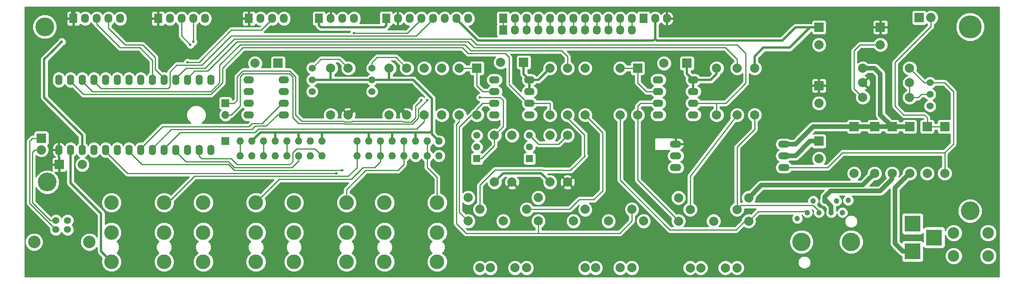
<source format=gtl>
G04 #@! TF.FileFunction,Copper,L1,Top,Signal*
%FSLAX46Y46*%
G04 Gerber Fmt 4.6, Leading zero omitted, Abs format (unit mm)*
G04 Created by KiCad (PCBNEW 4.0.2-stable) date woensdag 06 september 2017 16:50:35*
%MOMM*%
G01*
G04 APERTURE LIST*
%ADD10C,0.100000*%
%ADD11R,3.500120X3.500120*%
%ADD12R,1.727200X2.032000*%
%ADD13O,1.727200X2.032000*%
%ADD14C,1.524000*%
%ADD15C,2.700020*%
%ADD16C,1.998980*%
%ADD17O,2.300000X1.600000*%
%ADD18C,3.175000*%
%ADD19C,4.064000*%
%ADD20C,5.000000*%
%ADD21O,2.499360X1.501140*%
%ADD22C,2.500000*%
%ADD23C,2.000000*%
%ADD24R,2.032000X2.032000*%
%ADD25O,2.032000X2.032000*%
%ADD26O,1.600000X1.600000*%
%ADD27O,1.600000X2.300000*%
%ADD28C,1.200000*%
%ADD29C,4.000000*%
%ADD30R,2.000000X2.000000*%
%ADD31R,1.700000X1.700000*%
%ADD32O,1.700000X1.700000*%
%ADD33C,1.520000*%
%ADD34R,1.520000X1.520000*%
%ADD35C,0.600000*%
%ADD36C,1.000000*%
%ADD37C,0.500000*%
%ADD38C,0.250000*%
%ADD39C,0.254000*%
G04 APERTURE END LIST*
D10*
D11*
X220990000Y-127784860D03*
X220990000Y-133784340D03*
X225689000Y-130784600D03*
D12*
X76835000Y-83185000D03*
D13*
X79375000Y-83185000D03*
X81915000Y-83185000D03*
X84455000Y-83185000D03*
D12*
X38735000Y-83185000D03*
D13*
X41275000Y-83185000D03*
X43815000Y-83185000D03*
X46355000Y-83185000D03*
X48895000Y-83185000D03*
D12*
X57150000Y-83185000D03*
D13*
X59690000Y-83185000D03*
X62230000Y-83185000D03*
X64770000Y-83185000D03*
X67310000Y-83185000D03*
D12*
X106680000Y-83185000D03*
D13*
X109220000Y-83185000D03*
X111760000Y-83185000D03*
X114300000Y-83185000D03*
X116840000Y-83185000D03*
X119380000Y-83185000D03*
X121920000Y-83185000D03*
X124460000Y-83185000D03*
D14*
X34925000Y-127061000D03*
X37465000Y-127061000D03*
X37465000Y-129059980D03*
X34925000Y-129059980D03*
D15*
X30195520Y-131760000D03*
X42194480Y-131760000D03*
D16*
X149870000Y-93980000D03*
X149870000Y-104140000D03*
X210195000Y-93980000D03*
X220355000Y-93980000D03*
X210185000Y-100330000D03*
X220345000Y-100330000D03*
X122555000Y-93980000D03*
X122555000Y-104140000D03*
X157490000Y-93980000D03*
X157490000Y-104140000D03*
X182890000Y-93980000D03*
X182890000Y-104140000D03*
X146060000Y-93980000D03*
X146060000Y-104140000D03*
X186700000Y-93980000D03*
X186700000Y-104140000D03*
X142240000Y-93980000D03*
X142240000Y-104140000D03*
X178445000Y-93980000D03*
X178445000Y-104140000D03*
X107315000Y-93980000D03*
X107315000Y-104140000D03*
X94615000Y-93980000D03*
X94615000Y-104140000D03*
X111125000Y-104140000D03*
X111125000Y-93980000D03*
X98425000Y-104140000D03*
X98425000Y-93980000D03*
X114935000Y-93980000D03*
X114935000Y-104140000D03*
D17*
X130175000Y-96520000D03*
X130175000Y-99060000D03*
X130175000Y-101600000D03*
X130175000Y-104140000D03*
X137795000Y-104140000D03*
X137795000Y-101600000D03*
X137795000Y-99060000D03*
X137795000Y-96520000D03*
X165735000Y-96520000D03*
X165735000Y-99060000D03*
X165735000Y-101600000D03*
X165735000Y-104140000D03*
X173355000Y-104140000D03*
X173355000Y-101600000D03*
X173355000Y-99060000D03*
X173355000Y-96520000D03*
X76835000Y-96520000D03*
X76835000Y-99060000D03*
X76835000Y-101600000D03*
X76835000Y-104140000D03*
X84455000Y-104140000D03*
X84455000Y-101600000D03*
X84455000Y-99060000D03*
X84455000Y-96520000D03*
D18*
X117740000Y-123190000D03*
X117740000Y-136048800D03*
X106310000Y-136048900D03*
X106310000Y-123190100D03*
X117740000Y-129690000D03*
X106310000Y-129690100D03*
X98055000Y-123190000D03*
X98055000Y-136048800D03*
X86625000Y-136048900D03*
X86625000Y-123190100D03*
X98055000Y-129690000D03*
X86625000Y-129690100D03*
X78370000Y-123190000D03*
X78370000Y-136048800D03*
X66940000Y-136048900D03*
X66940000Y-123190100D03*
X78370000Y-129690000D03*
X66940000Y-129690100D03*
X58420000Y-123190000D03*
X58420000Y-136048800D03*
X46990000Y-136048900D03*
X46990000Y-123190100D03*
X58420000Y-129690000D03*
X46990000Y-129690100D03*
D19*
X32500000Y-85000000D03*
X233490000Y-125000000D03*
D20*
X233490000Y-85000000D03*
D19*
X33020000Y-118745000D03*
D21*
X193050000Y-113030000D03*
X193050000Y-115570000D03*
X193050000Y-110490000D03*
X169555000Y-113030000D03*
X169555000Y-115570000D03*
X169555000Y-110490000D03*
D14*
X224790000Y-99695000D03*
X224790000Y-102235000D03*
X224790000Y-97155000D03*
X103570000Y-96520000D03*
X103570000Y-93980000D03*
X103570000Y-99060000D03*
X90570000Y-96520000D03*
X90570000Y-93980000D03*
X90570000Y-99060000D03*
D12*
X132080000Y-83185000D03*
D13*
X134620000Y-83185000D03*
X137160000Y-83185000D03*
X139700000Y-83185000D03*
X142240000Y-83185000D03*
X144780000Y-83185000D03*
X147320000Y-83185000D03*
X149860000Y-83185000D03*
X152400000Y-83185000D03*
X154940000Y-83185000D03*
X157480000Y-83185000D03*
X160020000Y-83185000D03*
D12*
X132080000Y-85725000D03*
D13*
X134620000Y-85725000D03*
X137160000Y-85725000D03*
X139700000Y-85725000D03*
X142240000Y-85725000D03*
X144780000Y-85725000D03*
X147320000Y-85725000D03*
X149860000Y-85725000D03*
X152400000Y-85725000D03*
X154940000Y-85725000D03*
X157480000Y-85725000D03*
X160020000Y-85725000D03*
D12*
X162560000Y-83185000D03*
D13*
X165100000Y-83185000D03*
X167640000Y-83185000D03*
D22*
X229920000Y-134790000D03*
X229920000Y-129790000D03*
X237420000Y-134790000D03*
X237420000Y-129790000D03*
D23*
X160030000Y-137370000D03*
X149870000Y-137370000D03*
X147330000Y-127210000D03*
X149870000Y-124670000D03*
X154950000Y-127210000D03*
X160030000Y-124670000D03*
X162570000Y-127210000D03*
X157490000Y-137370000D03*
X152156000Y-137370000D03*
X170151900Y-122135900D03*
X185391900Y-122135900D03*
X170151900Y-127215900D03*
X172691900Y-124675900D03*
X177771900Y-127215900D03*
X182851900Y-124675900D03*
X185391900Y-127215900D03*
X180311900Y-137375900D03*
X174977900Y-137375900D03*
X182851900Y-137375900D03*
X172691900Y-137375900D03*
X124470000Y-122130000D03*
X139710000Y-122130000D03*
X124470000Y-127210000D03*
X127010000Y-124670000D03*
X132090000Y-127210000D03*
X137170000Y-124670000D03*
X139710000Y-127210000D03*
X134630000Y-137370000D03*
X129296000Y-137370000D03*
X137170000Y-137370000D03*
X127010000Y-137370000D03*
D24*
X222460000Y-83000000D03*
D25*
X225000000Y-83000000D03*
D12*
X92075000Y-83185000D03*
D13*
X94615000Y-83185000D03*
X97155000Y-83185000D03*
X99695000Y-83185000D03*
D26*
X74940000Y-113030000D03*
X77480000Y-113030000D03*
X100340000Y-113030000D03*
X102880000Y-113030000D03*
X80020000Y-113030000D03*
X82560000Y-113030000D03*
X105420000Y-113030000D03*
X107960000Y-113030000D03*
X85100000Y-113030000D03*
X87640000Y-113030000D03*
X110500000Y-113030000D03*
X113040000Y-113030000D03*
X90180000Y-113030000D03*
X92720000Y-113030000D03*
X115580000Y-113030000D03*
X118120000Y-113030000D03*
X74940000Y-109855000D03*
X77480000Y-109855000D03*
X100340000Y-109855000D03*
X102880000Y-109855000D03*
X80020000Y-109855000D03*
X82560000Y-109855000D03*
X105420000Y-109855000D03*
X107960000Y-109855000D03*
X85100000Y-109855000D03*
X87640000Y-109855000D03*
X110500000Y-109855000D03*
X113040000Y-109855000D03*
X90180000Y-109855000D03*
X92720000Y-109855000D03*
X115580000Y-109855000D03*
X118120000Y-109855000D03*
D16*
X118745000Y-93980000D03*
X118745000Y-104140000D03*
D27*
X43180000Y-96520000D03*
X40640000Y-96520000D03*
X38100000Y-96520000D03*
X35560000Y-96520000D03*
X45720000Y-96520000D03*
X48260000Y-96520000D03*
X50800000Y-96520000D03*
X53340000Y-96520000D03*
X55880000Y-96520000D03*
X58420000Y-96520000D03*
X60960000Y-96520000D03*
X63500000Y-96520000D03*
X66040000Y-96520000D03*
X68580000Y-96520000D03*
X68580000Y-111760000D03*
X66040000Y-111760000D03*
X63500000Y-111760000D03*
X60960000Y-111760000D03*
X58420000Y-111760000D03*
X55880000Y-111760000D03*
X53340000Y-111760000D03*
X50800000Y-111760000D03*
X48260000Y-111760000D03*
X45720000Y-111760000D03*
X43180000Y-111760000D03*
X40640000Y-111760000D03*
X38100000Y-111760000D03*
X35560000Y-111760000D03*
D24*
X31760000Y-109220000D03*
D25*
X31760000Y-111760000D03*
D28*
X198130000Y-125374400D03*
X199400000Y-122834400D03*
X200670000Y-125374400D03*
X201940000Y-122834400D03*
X203337000Y-125374400D03*
X204480000Y-122834400D03*
X205750000Y-125374400D03*
X207020000Y-122707400D03*
X195971000Y-126644400D03*
D29*
X196860000Y-131724400D03*
X207655000Y-131724400D03*
D30*
X200670000Y-85090000D03*
D23*
X200670000Y-88890000D03*
D30*
X200660000Y-97790000D03*
D23*
X200660000Y-101590000D03*
D30*
X200660000Y-109855000D03*
D23*
X200660000Y-113655000D03*
X208292540Y-116840520D03*
D30*
X208292540Y-106680520D03*
D23*
X220357540Y-116840520D03*
D30*
X220357540Y-106680520D03*
D23*
X224167540Y-116840520D03*
D30*
X224167540Y-106680520D03*
D23*
X227977540Y-116840520D03*
D30*
X227977540Y-106680520D03*
D23*
X126367540Y-104140520D03*
D30*
X126367540Y-93980520D03*
D23*
X161300000Y-104140000D03*
D30*
X161300000Y-93980000D03*
X35650000Y-114935000D03*
D23*
X40650000Y-114935000D03*
D30*
X83185000Y-92920000D03*
D23*
X78185000Y-92920000D03*
D30*
X136535000Y-92710000D03*
D23*
X131535000Y-92710000D03*
D30*
X172005000Y-92920000D03*
D23*
X167005000Y-92920000D03*
D31*
X71765000Y-109855000D03*
D30*
X214005000Y-85090000D03*
D23*
X214005000Y-88890000D03*
D31*
X71765000Y-101600000D03*
D32*
X71765000Y-104140000D03*
D33*
X126375000Y-111125000D03*
X126375000Y-108585000D03*
D34*
X126375000Y-113665000D03*
D33*
X137805000Y-111125000D03*
X137805000Y-108585000D03*
D34*
X137805000Y-113665000D03*
D23*
X212737540Y-116840520D03*
D30*
X212737540Y-106680520D03*
D23*
X216547540Y-116840520D03*
D30*
X216547540Y-106680520D03*
D16*
X210195000Y-97155000D03*
X220355000Y-97155000D03*
X130185000Y-108585000D03*
X130185000Y-118745000D03*
X142250000Y-108585000D03*
X142250000Y-118745000D03*
X133995000Y-118745000D03*
X133995000Y-108585000D03*
X146060000Y-118745000D03*
X146060000Y-108585000D03*
D35*
X92075000Y-83185000D03*
X36205000Y-88265000D03*
X34300000Y-90170000D03*
X63510000Y-92710000D03*
X95895000Y-116840000D03*
X97165000Y-116205000D03*
X64145000Y-88900000D03*
X64780000Y-88265000D03*
X99705000Y-86360000D03*
X114310000Y-100965000D03*
X127010000Y-100330000D03*
X115580000Y-100965000D03*
D36*
X195580000Y-113030000D02*
X198755000Y-109855000D01*
X198755000Y-109855000D02*
X200660000Y-109855000D01*
X193050000Y-113030000D02*
X195580000Y-113030000D01*
D37*
X92075000Y-83185000D02*
X92075000Y-84701000D01*
X92075000Y-84701000D02*
X92464000Y-85090000D01*
X92464000Y-85090000D02*
X106291000Y-85090000D01*
X106291000Y-85090000D02*
X106680000Y-84701000D01*
X106680000Y-84701000D02*
X106680000Y-83185000D01*
X92075000Y-83337400D02*
X92075000Y-83185000D01*
D36*
X100189989Y-102375011D02*
X98425000Y-104140000D01*
X111125000Y-104140000D02*
X109360011Y-102375011D01*
X38735000Y-81280000D02*
X38735000Y-83185000D01*
X210195000Y-93980000D02*
X212735000Y-93980000D01*
X212735000Y-93980000D02*
X214005000Y-95250000D01*
X214005000Y-95250000D02*
X214005000Y-104137980D01*
X214005000Y-104137980D02*
X216547540Y-106680520D01*
X216547540Y-106680520D02*
X220357020Y-106680000D01*
X220357020Y-106680000D02*
X220357540Y-106680520D01*
X212737540Y-106680520D02*
X216547540Y-106680520D01*
X208292540Y-106680520D02*
X212737540Y-106680520D01*
X199390000Y-106680000D02*
X208292540Y-106680520D01*
X193050000Y-110490000D02*
X195580000Y-110490000D01*
X199390000Y-106680000D02*
X195580000Y-110490000D01*
X220357020Y-106681040D02*
X220357540Y-106680520D01*
D38*
X227977540Y-116840520D02*
X227977540Y-112397540D01*
X227977540Y-112397540D02*
X227975000Y-112395000D01*
X205750000Y-112395000D02*
X227975000Y-112395000D01*
X227975000Y-112395000D02*
X229880000Y-110490000D01*
X227975000Y-97155000D02*
X224790000Y-97155000D01*
X229880000Y-110490000D02*
X229880000Y-99060000D01*
X229880000Y-99060000D02*
X227975000Y-97155000D01*
X193050000Y-115570000D02*
X202575000Y-115570000D01*
X202575000Y-115570000D02*
X205750000Y-112395000D01*
X220355000Y-93980000D02*
X223530000Y-97155000D01*
X223530000Y-97155000D02*
X224790000Y-97155000D01*
X225000000Y-83000000D02*
X225000000Y-84890000D01*
X217180000Y-102235000D02*
X219085000Y-104140000D01*
X224167540Y-104777540D02*
X224167540Y-106680520D01*
X225000000Y-84890000D02*
X217180000Y-92710000D01*
X217180000Y-92710000D02*
X217180000Y-102235000D01*
X219085000Y-104140000D02*
X223530000Y-104140000D01*
X223530000Y-104140000D02*
X224167540Y-104777540D01*
X227977540Y-106680520D02*
X224168060Y-106680000D01*
X224168060Y-106680000D02*
X224167540Y-106680520D01*
X126367540Y-104140520D02*
X125165982Y-104140520D01*
X122565000Y-125305000D02*
X124470000Y-127210000D01*
X125165982Y-104140520D02*
X122565000Y-106741502D01*
X122565000Y-106741502D02*
X122565000Y-125305000D01*
X130175000Y-101600000D02*
X127635000Y-101600000D01*
X127635000Y-101600000D02*
X126365000Y-102870000D01*
X126365000Y-102870000D02*
X126365000Y-104137980D01*
X126365000Y-104137980D02*
X126367540Y-104140520D01*
X126367540Y-93980520D02*
X126367540Y-97787460D01*
X126365000Y-97790000D02*
X127635000Y-99060000D01*
X126367540Y-97787460D02*
X126365000Y-97790000D01*
X127635000Y-99060000D02*
X130175000Y-99060000D01*
X121920000Y-93980000D02*
X126367020Y-93980000D01*
X126367020Y-93980000D02*
X126367540Y-93980520D01*
X161300000Y-118320000D02*
X170190000Y-127210000D01*
X161300000Y-104140000D02*
X161300000Y-118320000D01*
X165735000Y-101600000D02*
X161935000Y-101600000D01*
X161300000Y-102235000D02*
X161935000Y-101600000D01*
X161300000Y-104140000D02*
X161300000Y-102235000D01*
X163195000Y-99060000D02*
X161300000Y-97165000D01*
X161300000Y-93980000D02*
X161300000Y-97165000D01*
X157490000Y-93980000D02*
X161300000Y-93980000D01*
X156845520Y-93980520D02*
X156845000Y-93980000D01*
X165735000Y-99060000D02*
X163195000Y-99060000D01*
D37*
X173355000Y-96520000D02*
X173355000Y-99060000D01*
X137795000Y-96520000D02*
X137795000Y-99060000D01*
X198755000Y-85090000D02*
X194310000Y-89535000D01*
X186700000Y-91440000D02*
X188605000Y-89535000D01*
X188605000Y-89535000D02*
X194310000Y-89535000D01*
X186700000Y-93980000D02*
X186700000Y-91440000D01*
X140345000Y-116840000D02*
X142250000Y-118745000D01*
X130185000Y-118745000D02*
X132090000Y-116840000D01*
X132090000Y-116840000D02*
X140345000Y-116840000D01*
X79385000Y-107950000D02*
X77480000Y-109855000D01*
X82560000Y-107950000D02*
X79385000Y-107950000D01*
X34300000Y-90170000D02*
X36205000Y-88265000D01*
X32395000Y-92075000D02*
X34300000Y-90170000D01*
X32395000Y-100330000D02*
X32395000Y-92075000D01*
X40640000Y-108575000D02*
X32395000Y-100330000D01*
X40640000Y-111760000D02*
X40640000Y-108575000D01*
X116584491Y-100563489D02*
X112541002Y-96520000D01*
X116584491Y-107315000D02*
X116584491Y-100563489D01*
X112541002Y-96520000D02*
X106680000Y-96520000D01*
X94615000Y-96520000D02*
X90570000Y-96520000D01*
X200670000Y-85090000D02*
X198755000Y-85090000D01*
X192680000Y-88000000D02*
X195590000Y-85090000D01*
X195590000Y-85090000D02*
X200670000Y-85090000D01*
X165470000Y-88000000D02*
X192680000Y-88000000D01*
X172005000Y-92920000D02*
X172005000Y-95170000D01*
X172005000Y-95170000D02*
X173355000Y-96520000D01*
X116584491Y-107315000D02*
X116584491Y-107580509D01*
X116584491Y-107580509D02*
X116215000Y-107950000D01*
X116215000Y-107950000D02*
X113040000Y-107950000D01*
X118120000Y-109855000D02*
X116584491Y-108319491D01*
X116584491Y-108319491D02*
X116584491Y-107315000D01*
X87640000Y-107950000D02*
X82560000Y-107950000D01*
X82560000Y-109855000D02*
X82560000Y-107950000D01*
X92720000Y-107950000D02*
X87640000Y-107950000D01*
X87640000Y-109855000D02*
X87640000Y-107950000D01*
X102880000Y-107950000D02*
X92720000Y-107950000D01*
X92720000Y-109855000D02*
X92720000Y-107950000D01*
X113040000Y-107950000D02*
X107960000Y-107950000D01*
X113040000Y-109855000D02*
X113040000Y-107950000D01*
X107960000Y-107950000D02*
X102880000Y-107950000D01*
X107960000Y-109855000D02*
X107960000Y-107950000D01*
X102880000Y-109855000D02*
X102880000Y-107950000D01*
X136535000Y-92710000D02*
X136535000Y-95260000D01*
X136535000Y-95260000D02*
X137795000Y-96520000D01*
X165100000Y-87630000D02*
X165470000Y-88000000D01*
X121920000Y-83185000D02*
X121920000Y-83337400D01*
X121920000Y-83337400D02*
X126582600Y-88000000D01*
X126582600Y-88000000D02*
X164730000Y-88000000D01*
X164730000Y-88000000D02*
X165100000Y-87630000D01*
X137795000Y-96520000D02*
X137445000Y-96520000D01*
X177165000Y-96520000D02*
X178435000Y-95250000D01*
X173355000Y-96520000D02*
X177165000Y-96520000D01*
X165100000Y-87630000D02*
X165100000Y-83185000D01*
X77480000Y-109855000D02*
X77470000Y-109993630D01*
X178435000Y-95250000D02*
X178445000Y-93980000D01*
X139700000Y-96520000D02*
X142240000Y-93980000D01*
X94615000Y-93980000D02*
X94615000Y-96520000D01*
X94615000Y-96520000D02*
X102870000Y-96520000D01*
X107315000Y-96520000D02*
X107315000Y-93980000D01*
X106680000Y-96520000D02*
X107315000Y-96520000D01*
X137795000Y-96520000D02*
X139700000Y-96520000D01*
X106680000Y-96520000D02*
X102870000Y-96520000D01*
D38*
X46355000Y-83185000D02*
X46355000Y-85290000D01*
X46355000Y-85290000D02*
X49965000Y-88900000D01*
X49965000Y-88900000D02*
X53775000Y-88900000D01*
X53775000Y-88900000D02*
X56525000Y-91650000D01*
X58420000Y-96170000D02*
X58420000Y-96520000D01*
X56525000Y-91650000D02*
X56525000Y-94275000D01*
X56525000Y-94275000D02*
X58420000Y-96170000D01*
X46355000Y-83185000D02*
X46355000Y-83337400D01*
X81915000Y-83185000D02*
X81915000Y-83337400D01*
X81915000Y-83337400D02*
X79527400Y-85725000D01*
X79527400Y-85725000D02*
X73035000Y-85725000D01*
X73035000Y-85725000D02*
X66050000Y-92710000D01*
X66050000Y-92710000D02*
X63510000Y-92710000D01*
X43180000Y-96520000D02*
X43180000Y-96870000D01*
X59700000Y-94825000D02*
X61180000Y-93345000D01*
X43180000Y-96870000D02*
X44735000Y-98425000D01*
X44735000Y-98425000D02*
X59275000Y-98425000D01*
X116840000Y-83337400D02*
X116840000Y-83185000D01*
X59275000Y-98425000D02*
X59700000Y-98000000D01*
X66685000Y-93345000D02*
X73035000Y-86995000D01*
X59700000Y-98000000D02*
X59700000Y-94825000D01*
X61180000Y-93345000D02*
X66685000Y-93345000D01*
X73035000Y-86995000D02*
X113182400Y-86995000D01*
X113182400Y-86995000D02*
X116840000Y-83337400D01*
X220355000Y-97155000D02*
X220355000Y-100320000D01*
X220355000Y-100320000D02*
X220345000Y-100330000D01*
X220345000Y-100330000D02*
X222250000Y-100330000D01*
X224790000Y-99695000D02*
X222885000Y-99695000D01*
X222885000Y-99695000D02*
X222250000Y-100330000D01*
X55880000Y-111760000D02*
X55880000Y-111410000D01*
X55880000Y-111410000D02*
X59975000Y-107315000D01*
X59975000Y-107315000D02*
X77480000Y-107315000D01*
X77480000Y-107315000D02*
X78255000Y-106540000D01*
X80655000Y-106540000D02*
X83055000Y-104140000D01*
X78255000Y-106540000D02*
X80655000Y-106540000D01*
X83055000Y-104140000D02*
X84455000Y-104140000D01*
X84105000Y-104140000D02*
X84455000Y-104140000D01*
X53340000Y-111760000D02*
X53340000Y-111410000D01*
X58070000Y-106680000D02*
X76845000Y-106680000D01*
X53340000Y-111410000D02*
X58070000Y-106680000D01*
X76845000Y-106680000D02*
X77480000Y-106045000D01*
X79660000Y-106045000D02*
X84105000Y-101600000D01*
X77480000Y-106045000D02*
X79660000Y-106045000D01*
X84105000Y-101600000D02*
X84455000Y-101600000D01*
X93980000Y-104140000D02*
X94615000Y-104140000D01*
X214005000Y-88890000D02*
X212590787Y-88890000D01*
X212590787Y-88890000D02*
X212580787Y-88900000D01*
X208290000Y-90170000D02*
X208290000Y-98435000D01*
X212580787Y-88900000D02*
X209560000Y-88900000D01*
X209560000Y-88900000D02*
X208290000Y-90170000D01*
X208290000Y-98435000D02*
X210185000Y-100330000D01*
X182890000Y-93980000D02*
X182890000Y-92075000D01*
X182890000Y-92075000D02*
X180350000Y-89535000D01*
X180350000Y-89535000D02*
X125740000Y-89535000D01*
X125740000Y-89535000D02*
X124470000Y-88265000D01*
X65055000Y-94615000D02*
X63500000Y-96170000D01*
X124470000Y-88265000D02*
X74303589Y-88265000D01*
X63500000Y-96170000D02*
X63500000Y-96520000D01*
X74303589Y-88265000D02*
X67953589Y-94615000D01*
X67953589Y-94615000D02*
X65055000Y-94615000D01*
X143520000Y-90170000D02*
X142885000Y-90170000D01*
X142885000Y-90170000D02*
X125105000Y-90170000D01*
X146060000Y-93980000D02*
X146060000Y-91440000D01*
X146060000Y-91440000D02*
X144790000Y-90170000D01*
X144790000Y-90170000D02*
X142885000Y-90170000D01*
X40640000Y-96870000D02*
X40640000Y-96520000D01*
X68588590Y-99060000D02*
X42830000Y-99060000D01*
X123835000Y-88900000D02*
X74940000Y-88900000D01*
X125105000Y-90170000D02*
X123835000Y-88900000D01*
X74940000Y-88900000D02*
X70495000Y-93345000D01*
X70495000Y-93345000D02*
X70495000Y-97153590D01*
X70495000Y-97153590D02*
X68588590Y-99060000D01*
X42830000Y-99060000D02*
X40640000Y-96870000D01*
X132505000Y-90805000D02*
X124470000Y-90805000D01*
X71130000Y-97155000D02*
X68590000Y-99695000D01*
X137795000Y-101600000D02*
X137445000Y-101600000D01*
X71130000Y-93980000D02*
X71130000Y-97155000D01*
X137445000Y-101600000D02*
X133350000Y-97505000D01*
X75575000Y-89535000D02*
X71130000Y-93980000D01*
X133350000Y-97505000D02*
X133350000Y-91650000D01*
X133350000Y-91650000D02*
X132505000Y-90805000D01*
X124470000Y-90805000D02*
X123200000Y-89535000D01*
X123200000Y-89535000D02*
X75575000Y-89535000D01*
X68590000Y-99695000D02*
X40925000Y-99695000D01*
X40925000Y-99695000D02*
X38100000Y-96870000D01*
X38100000Y-96870000D02*
X38100000Y-96520000D01*
X137795000Y-101600000D02*
X142240000Y-101600000D01*
X142240000Y-104140000D02*
X142240000Y-101600000D01*
X178435000Y-101600000D02*
X180395248Y-101600000D01*
X73668589Y-87630000D02*
X67318589Y-93980000D01*
X180395248Y-101600000D02*
X184795000Y-97200248D01*
X184795000Y-97200248D02*
X184795000Y-90805000D01*
X63150000Y-93980000D02*
X60960000Y-96170000D01*
X184795000Y-90805000D02*
X182890000Y-88900000D01*
X126375000Y-88900000D02*
X125105000Y-87630000D01*
X182890000Y-88900000D02*
X126375000Y-88900000D01*
X67318589Y-93980000D02*
X63150000Y-93980000D01*
X125105000Y-87630000D02*
X73668589Y-87630000D01*
X60960000Y-96170000D02*
X60960000Y-96520000D01*
X178435000Y-101600000D02*
X173355000Y-101600000D01*
X178445000Y-104140000D02*
X178435000Y-101600000D01*
X173355000Y-101600000D02*
X173005000Y-101600000D01*
X114935000Y-105553492D02*
X114935000Y-104140000D01*
X78892833Y-107174989D02*
X113313503Y-107174989D01*
X78117822Y-107950000D02*
X78892833Y-107174989D01*
X61880000Y-107950000D02*
X78117822Y-107950000D01*
X58420000Y-111410000D02*
X61880000Y-107950000D01*
X58420000Y-111760000D02*
X58420000Y-111410000D01*
X113313503Y-107174989D02*
X114935000Y-105553492D01*
X50450000Y-116840000D02*
X95895000Y-116840000D01*
X45720000Y-112110000D02*
X50450000Y-116840000D01*
X45720000Y-111760000D02*
X45720000Y-112110000D01*
X50800000Y-111760000D02*
X50800000Y-112110000D01*
X50800000Y-112110000D02*
X53625000Y-114935000D01*
X53625000Y-114935000D02*
X72400000Y-114935000D01*
X72400000Y-114935000D02*
X73670000Y-116205000D01*
X73670000Y-116205000D02*
X97165000Y-116205000D01*
X63150000Y-114300000D02*
X60960000Y-112110000D01*
X72401410Y-114300000D02*
X63150000Y-114300000D01*
X73671410Y-115570000D02*
X72401410Y-114300000D01*
X86231370Y-115570000D02*
X73671410Y-115570000D01*
X60960000Y-112110000D02*
X60960000Y-111760000D01*
X87640000Y-113030000D02*
X87640000Y-114161370D01*
X87640000Y-114161370D02*
X86231370Y-115570000D01*
X66040000Y-111760000D02*
X66040000Y-113160000D01*
X66040000Y-113160000D02*
X66545000Y-113665000D01*
X91196000Y-111506000D02*
X92720000Y-113030000D01*
X66545000Y-113665000D02*
X73035000Y-113665000D01*
X73035000Y-113665000D02*
X74305000Y-114935000D01*
X74305000Y-114935000D02*
X85735000Y-114935000D01*
X86370000Y-114300000D02*
X86370000Y-112395000D01*
X85735000Y-114935000D02*
X86370000Y-114300000D01*
X86370000Y-112395000D02*
X87259000Y-111506000D01*
X87259000Y-111506000D02*
X91196000Y-111506000D01*
X62230000Y-86985000D02*
X64145000Y-88900000D01*
X62230000Y-83185000D02*
X62230000Y-86985000D01*
X62230000Y-83185000D02*
X62230000Y-83337400D01*
D36*
X220357540Y-116840520D02*
X220354480Y-116840520D01*
X220354480Y-116840520D02*
X217180000Y-120015000D01*
X217180000Y-120015000D02*
X217180000Y-132080000D01*
X217180000Y-132080000D02*
X218884340Y-133784340D01*
X218884340Y-133784340D02*
X220990000Y-133784340D01*
D38*
X145425000Y-104140000D02*
X149726508Y-108441508D01*
X149726508Y-108441508D02*
X149726508Y-112900064D01*
X149860000Y-113040000D02*
X146695000Y-116205000D01*
X140666020Y-116064989D02*
X130325011Y-116064989D01*
X149726508Y-112900064D02*
X149856444Y-113030000D01*
X149856444Y-113030000D02*
X149860000Y-113040000D01*
X146695000Y-116205000D02*
X140806031Y-116205000D01*
X140806031Y-116205000D02*
X140666020Y-116064989D01*
X130325011Y-116064989D02*
X127010000Y-119380000D01*
X127010000Y-119380000D02*
X127010000Y-124670000D01*
X153670000Y-117465000D02*
X153670000Y-108585000D01*
X149870000Y-104140000D02*
X153670000Y-107940000D01*
X153670000Y-107940000D02*
X153670000Y-108585000D01*
X146485000Y-124670000D02*
X148600000Y-122555000D01*
X153680000Y-120650000D02*
X151775000Y-122555000D01*
X151775000Y-122555000D02*
X148600000Y-122555000D01*
X153680000Y-117475000D02*
X153680000Y-120650000D01*
X153680000Y-117475000D02*
X153670000Y-117465000D01*
X137170000Y-124670000D02*
X146485000Y-124670000D01*
X122555000Y-104140000D02*
X122555000Y-105553492D01*
X122555000Y-105553492D02*
X121930000Y-106178492D01*
X121930000Y-106178492D02*
X121930000Y-127750000D01*
X121930000Y-127750000D02*
X124020000Y-129840000D01*
X124020000Y-129840000D02*
X139710000Y-129840000D01*
X139710000Y-129840000D02*
X157400000Y-129840000D01*
X157400000Y-129840000D02*
X160030000Y-127210000D01*
X160030000Y-127210000D02*
X160030000Y-124670000D01*
X139710000Y-127210000D02*
X139710000Y-129840000D01*
X121920000Y-104140000D02*
X122555000Y-104775000D01*
X100340000Y-113030000D02*
X100330000Y-115580000D01*
X100330000Y-115580000D02*
X98435000Y-117475000D01*
X98435000Y-117475000D02*
X65035000Y-117475000D01*
X65035000Y-117475000D02*
X59320000Y-123190000D01*
X100340000Y-109840000D02*
X100340000Y-113030000D01*
X74940000Y-113030000D02*
X74940000Y-109855000D01*
X105420000Y-113030000D02*
X105420000Y-114300000D01*
X105420000Y-114300000D02*
X104150000Y-115570000D01*
X104150000Y-115570000D02*
X101610000Y-115570000D01*
X101610000Y-115570000D02*
X99070000Y-118110000D01*
X99070000Y-118110000D02*
X83450000Y-118110000D01*
X83450000Y-118110000D02*
X78370000Y-123190000D01*
X105420000Y-109855000D02*
X105420000Y-113030000D01*
X80020000Y-113030000D02*
X80020000Y-109855000D01*
X110500000Y-113030000D02*
X110500000Y-114935000D01*
X109230000Y-116205000D02*
X102235000Y-116205000D01*
X98055000Y-120385000D02*
X98055000Y-123190000D01*
X110500000Y-114935000D02*
X109230000Y-116205000D01*
X102235000Y-116205000D02*
X98055000Y-120385000D01*
X110500000Y-109855000D02*
X110500000Y-113030000D01*
X85100000Y-113030000D02*
X85100000Y-109855000D01*
X117740000Y-123190000D02*
X117740000Y-117730000D01*
X117740000Y-117730000D02*
X115580000Y-115570000D01*
X115580000Y-115570000D02*
X115580000Y-113030000D01*
X115580000Y-109855000D02*
X115580000Y-113030000D01*
X31760000Y-111760000D02*
X30323160Y-111760000D01*
X29845000Y-112238160D02*
X29845000Y-123180000D01*
X30323160Y-111760000D02*
X29845000Y-112238160D01*
X29845000Y-123180000D02*
X33726000Y-127061000D01*
X33726000Y-127061000D02*
X34925000Y-127061000D01*
X29210000Y-109855000D02*
X29210000Y-123344980D01*
X34925000Y-129059980D02*
X29210000Y-123344980D01*
X31760000Y-109220000D02*
X29855000Y-109220000D01*
X29855000Y-109220000D02*
X29220000Y-109855000D01*
X29220000Y-109855000D02*
X29210000Y-109855000D01*
X137160000Y-83185000D02*
X137160000Y-85725000D01*
X139700000Y-83185000D02*
X139700000Y-85725000D01*
X43815000Y-83185000D02*
X43815000Y-84451000D01*
X43815000Y-84451000D02*
X48899000Y-89535000D01*
X53140000Y-89535000D02*
X55880000Y-92275000D01*
X48899000Y-89535000D02*
X53140000Y-89535000D01*
X55880000Y-92275000D02*
X55880000Y-96520000D01*
X43815000Y-83185000D02*
X43815000Y-83337400D01*
X64770000Y-88255000D02*
X64780000Y-88265000D01*
X64770000Y-83185000D02*
X64770000Y-88255000D01*
X64770000Y-83337400D02*
X64770000Y-83185000D01*
X132080000Y-83185000D02*
X132080000Y-85725000D01*
X134620000Y-83185000D02*
X134620000Y-85725000D01*
X142240000Y-83185000D02*
X142240000Y-85725000D01*
X144780000Y-83185000D02*
X144780000Y-85725000D01*
X147320000Y-83185000D02*
X147320000Y-85725000D01*
X149860000Y-83185000D02*
X149860000Y-85725000D01*
X152400000Y-83185000D02*
X152400000Y-85725000D01*
X154940000Y-83185000D02*
X154940000Y-85725000D01*
X157480000Y-83185000D02*
X157480000Y-85725000D01*
X160020000Y-83185000D02*
X160020000Y-85725000D01*
X111125000Y-93980000D02*
X108795000Y-91650000D01*
X108795000Y-91650000D02*
X104680000Y-91650000D01*
X104680000Y-91650000D02*
X103570000Y-92760000D01*
X103570000Y-92760000D02*
X103570000Y-93980000D01*
X111760000Y-83337400D02*
X111760000Y-83185000D01*
X111277400Y-86360000D02*
X99705000Y-86360000D01*
X114300000Y-83185000D02*
X114300000Y-83337400D01*
X114300000Y-83337400D02*
X111277400Y-86360000D01*
X90570000Y-93980000D02*
X92475000Y-92075000D01*
X96520000Y-92075000D02*
X98425000Y-93980000D01*
X92475000Y-92075000D02*
X96520000Y-92075000D01*
D37*
X38100000Y-111760000D02*
X38100000Y-118945000D01*
X38100000Y-118945000D02*
X44752499Y-125597499D01*
X44752499Y-125597499D02*
X44752499Y-133811399D01*
X44752499Y-133811399D02*
X46990000Y-136048900D01*
D38*
X157490000Y-104140000D02*
X157490000Y-118320000D01*
X157490000Y-118320000D02*
X168285000Y-129115000D01*
X168285000Y-129115000D02*
X182680000Y-129115000D01*
X182680000Y-129115000D02*
X184585000Y-127210000D01*
X184585000Y-127210000D02*
X185430000Y-127210000D01*
X197256461Y-125120011D02*
X197281472Y-125095000D01*
X197281472Y-125095000D02*
X198130000Y-125095000D01*
X187519989Y-125120011D02*
X197256461Y-125120011D01*
X185430000Y-127210000D02*
X187519989Y-125120011D01*
X182890000Y-111115000D02*
X186690000Y-107315000D01*
X186700000Y-104140000D02*
X186700000Y-107305000D01*
X186700000Y-107305000D02*
X186690000Y-107315000D01*
X182890000Y-124670000D02*
X183735000Y-123825000D01*
X183735000Y-123825000D02*
X199400000Y-123825000D01*
X199400000Y-123825000D02*
X200670000Y-125095000D01*
X182890000Y-124670000D02*
X182890000Y-111115000D01*
X172730000Y-124670000D02*
X172730000Y-117465000D01*
X172730000Y-117465000D02*
X182890000Y-104140000D01*
D36*
X68500000Y-111840000D02*
X68580000Y-111760000D01*
D38*
X139710000Y-110490000D02*
X144155000Y-110490000D01*
X144155000Y-110490000D02*
X146060000Y-108585000D01*
X137805000Y-108585000D02*
X139710000Y-110490000D01*
X71765000Y-101600000D02*
X73670000Y-101600000D01*
X113040000Y-102235000D02*
X114310000Y-100965000D01*
X75575000Y-94615000D02*
X85735000Y-94615000D01*
X73670000Y-101600000D02*
X74305000Y-100965000D01*
X87005000Y-95885000D02*
X87005000Y-104140000D01*
X74305000Y-100965000D02*
X74305000Y-95885000D01*
X74305000Y-95885000D02*
X75575000Y-94615000D01*
X85735000Y-94615000D02*
X87005000Y-95885000D01*
X112150509Y-105664491D02*
X113040000Y-104775000D01*
X113040000Y-104775000D02*
X113040000Y-102235000D01*
X97493243Y-105464491D02*
X97693243Y-105664491D01*
X87005000Y-104140000D02*
X88329491Y-105464491D01*
X88329491Y-105464491D02*
X97493243Y-105464491D01*
X97693243Y-105664491D02*
X99156757Y-105664491D01*
X99156757Y-105664491D02*
X99356757Y-105464491D01*
X99356757Y-105464491D02*
X110193243Y-105464491D01*
X110393243Y-105664491D02*
X112150509Y-105664491D01*
X110193243Y-105464491D02*
X110393243Y-105664491D01*
X71765000Y-104140000D02*
X72967081Y-104140000D01*
X86370000Y-95886410D02*
X86370000Y-104775000D01*
X72967081Y-104140000D02*
X74940000Y-102167081D01*
X74940000Y-102167081D02*
X74940000Y-95886410D01*
X74940000Y-95886410D02*
X75631420Y-95194990D01*
X113610509Y-102934491D02*
X115580000Y-100965000D01*
X75631420Y-95194990D02*
X85678580Y-95194990D01*
X85678580Y-95194990D02*
X86370000Y-95886410D01*
X86370000Y-104775000D02*
X87640000Y-106045000D01*
X87640000Y-106045000D02*
X97437341Y-106045000D01*
X97437341Y-106045000D02*
X97506843Y-106114502D01*
X97506843Y-106114502D02*
X112336909Y-106114502D01*
X112336909Y-106114502D02*
X113610509Y-104840902D01*
X113610509Y-104840902D02*
X113610509Y-102934491D01*
X132090000Y-106680000D02*
X132090000Y-100965000D01*
X130185000Y-108585000D02*
X132090000Y-106680000D01*
X131455000Y-100330000D02*
X127010000Y-100330000D01*
X132090000Y-100965000D02*
X131455000Y-100330000D01*
X126375000Y-113665000D02*
X127385000Y-113665000D01*
X127385000Y-113665000D02*
X130185000Y-110865000D01*
X130185000Y-110865000D02*
X130185000Y-108585000D01*
D36*
X185391900Y-122135900D02*
X188147800Y-119380000D01*
X210833060Y-118745000D02*
X212737540Y-116840520D01*
X188147800Y-119380000D02*
X210195000Y-119380000D01*
X210195000Y-119380000D02*
X210830000Y-118745000D01*
X210830000Y-118745000D02*
X210833060Y-118745000D01*
X201940000Y-122834400D02*
X201940000Y-121920000D01*
X201940000Y-121920000D02*
X203210000Y-120650000D01*
X203210000Y-120650000D02*
X214005000Y-120650000D01*
X214005000Y-120650000D02*
X216545000Y-118110000D01*
X216545000Y-118110000D02*
X216545000Y-116843060D01*
X216545000Y-116843060D02*
X216547540Y-116840520D01*
X203337000Y-125095000D02*
X203337000Y-123952000D01*
X203337000Y-123952000D02*
X201940000Y-122555000D01*
D39*
G36*
X239780000Y-139290000D02*
X28210000Y-139290000D01*
X28210000Y-132153111D01*
X28210166Y-132153111D01*
X28511729Y-132882949D01*
X29069634Y-133441829D01*
X29798945Y-133744665D01*
X30588631Y-133745354D01*
X31318469Y-133443791D01*
X31877349Y-132885886D01*
X32180185Y-132156575D01*
X32180874Y-131366889D01*
X31879311Y-130637051D01*
X31321406Y-130078171D01*
X30592095Y-129775335D01*
X29802409Y-129774646D01*
X29072571Y-130076209D01*
X28513691Y-130634114D01*
X28210855Y-131363425D01*
X28210166Y-132153111D01*
X28210000Y-132153111D01*
X28210000Y-109855000D01*
X28450000Y-109855000D01*
X28450000Y-123344980D01*
X28507852Y-123635819D01*
X28672599Y-123882381D01*
X33540817Y-128750599D01*
X33528243Y-128780880D01*
X33527758Y-129336641D01*
X33739990Y-129850283D01*
X34132630Y-130243609D01*
X34645900Y-130456737D01*
X35201661Y-130457222D01*
X35715303Y-130244990D01*
X36108629Y-129852350D01*
X36194949Y-129644468D01*
X36279990Y-129850283D01*
X36672630Y-130243609D01*
X37185900Y-130456737D01*
X37741661Y-130457222D01*
X38255303Y-130244990D01*
X38648629Y-129852350D01*
X38861757Y-129339080D01*
X38862242Y-128783319D01*
X38650010Y-128269677D01*
X38441168Y-128060470D01*
X38648629Y-127853370D01*
X38861757Y-127340100D01*
X38862242Y-126784339D01*
X38650010Y-126270697D01*
X38257370Y-125877371D01*
X37744100Y-125664243D01*
X37188339Y-125663758D01*
X36674697Y-125875990D01*
X36281371Y-126268630D01*
X36195051Y-126476512D01*
X36110010Y-126270697D01*
X35717370Y-125877371D01*
X35204100Y-125664243D01*
X34648339Y-125663758D01*
X34134697Y-125875990D01*
X33875018Y-126135216D01*
X30605000Y-122865198D01*
X30605000Y-119884177D01*
X30757709Y-120253761D01*
X31507293Y-121004655D01*
X32487173Y-121411536D01*
X33548172Y-121412462D01*
X34528761Y-121007291D01*
X35279655Y-120257707D01*
X35686536Y-119277827D01*
X35687462Y-118216828D01*
X35282291Y-117236239D01*
X34617214Y-116570000D01*
X35364250Y-116570000D01*
X35523000Y-116411250D01*
X35523000Y-115062000D01*
X34173750Y-115062000D01*
X34015000Y-115220750D01*
X34015000Y-116061310D01*
X34111673Y-116294699D01*
X34138723Y-116321749D01*
X33552827Y-116078464D01*
X32491828Y-116077538D01*
X31511239Y-116482709D01*
X30760345Y-117232293D01*
X30605000Y-117606406D01*
X30605000Y-113808690D01*
X34015000Y-113808690D01*
X34015000Y-114649250D01*
X34173750Y-114808000D01*
X35523000Y-114808000D01*
X35523000Y-113458750D01*
X35433000Y-113368750D01*
X35433000Y-111887000D01*
X34125000Y-111887000D01*
X34125000Y-112237000D01*
X34282834Y-112776483D01*
X34635104Y-113214500D01*
X34791322Y-113300000D01*
X34523691Y-113300000D01*
X34290302Y-113396673D01*
X34111673Y-113575301D01*
X34015000Y-113808690D01*
X30605000Y-113808690D01*
X30605000Y-112957353D01*
X31095845Y-113285325D01*
X31727655Y-113411000D01*
X31792345Y-113411000D01*
X32424155Y-113285325D01*
X32959778Y-112927433D01*
X33317670Y-112391810D01*
X33443345Y-111760000D01*
X33348464Y-111283000D01*
X34125000Y-111283000D01*
X34125000Y-111633000D01*
X35433000Y-111633000D01*
X35433000Y-110140085D01*
X35210961Y-110018096D01*
X35128181Y-110035633D01*
X34635104Y-110305500D01*
X34282834Y-110743517D01*
X34125000Y-111283000D01*
X33348464Y-111283000D01*
X33317670Y-111128190D01*
X33090501Y-110788208D01*
X33227441Y-110700090D01*
X33372431Y-110487890D01*
X33423440Y-110236000D01*
X33423440Y-108204000D01*
X33379162Y-107968683D01*
X33240090Y-107752559D01*
X33027890Y-107607569D01*
X32776000Y-107556560D01*
X30744000Y-107556560D01*
X30508683Y-107600838D01*
X30292559Y-107739910D01*
X30147569Y-107952110D01*
X30096560Y-108204000D01*
X30096560Y-108460000D01*
X29855000Y-108460000D01*
X29564161Y-108517852D01*
X29317599Y-108682599D01*
X28702736Y-109297462D01*
X28672599Y-109317599D01*
X28507852Y-109564161D01*
X28450000Y-109855000D01*
X28210000Y-109855000D01*
X28210000Y-92075000D01*
X31509999Y-92075000D01*
X31510000Y-92075005D01*
X31510000Y-100329995D01*
X31509999Y-100330000D01*
X31556444Y-100563489D01*
X31577367Y-100668675D01*
X31705424Y-100860327D01*
X31769210Y-100955790D01*
X39755000Y-108941579D01*
X39755000Y-110273670D01*
X39625302Y-110360332D01*
X39370000Y-110742418D01*
X39114698Y-110360332D01*
X38649151Y-110049263D01*
X38100000Y-109940030D01*
X37550849Y-110049263D01*
X37085302Y-110360332D01*
X36832851Y-110738151D01*
X36484896Y-110305500D01*
X35991819Y-110035633D01*
X35909039Y-110018096D01*
X35687000Y-110140085D01*
X35687000Y-111633000D01*
X35707000Y-111633000D01*
X35707000Y-111887000D01*
X35687000Y-111887000D01*
X35687000Y-113379915D01*
X35795968Y-113439782D01*
X35777000Y-113458750D01*
X35777000Y-114808000D01*
X35797000Y-114808000D01*
X35797000Y-115062000D01*
X35777000Y-115062000D01*
X35777000Y-116411250D01*
X35935750Y-116570000D01*
X36776309Y-116570000D01*
X37009698Y-116473327D01*
X37188327Y-116294699D01*
X37215000Y-116230305D01*
X37215000Y-118944995D01*
X37214999Y-118945000D01*
X37268196Y-119212434D01*
X37282367Y-119283675D01*
X37346729Y-119380000D01*
X37474210Y-119570790D01*
X43867499Y-125964078D01*
X43867499Y-130626260D01*
X43320366Y-130078171D01*
X42591055Y-129775335D01*
X41801369Y-129774646D01*
X41071531Y-130076209D01*
X40512651Y-130634114D01*
X40209815Y-131363425D01*
X40209126Y-132153111D01*
X40510689Y-132882949D01*
X41068594Y-133441829D01*
X41797905Y-133744665D01*
X42587591Y-133745354D01*
X43317429Y-133443791D01*
X43867499Y-132894681D01*
X43867499Y-133811394D01*
X43867498Y-133811399D01*
X43923689Y-134093883D01*
X43934866Y-134150074D01*
X44075038Y-134359857D01*
X44126709Y-134437189D01*
X44922368Y-135232847D01*
X44767887Y-135604878D01*
X44767115Y-136489043D01*
X45104758Y-137306200D01*
X45729411Y-137931945D01*
X46545978Y-138271013D01*
X47430143Y-138271785D01*
X48247300Y-137934142D01*
X48873045Y-137309489D01*
X49212113Y-136492922D01*
X49212885Y-135608757D01*
X48875242Y-134791600D01*
X48250589Y-134165855D01*
X48172877Y-134133586D01*
X48453395Y-133853558D01*
X48716900Y-133218969D01*
X48717499Y-132531846D01*
X48455103Y-131896798D01*
X48167233Y-131608425D01*
X48247300Y-131575342D01*
X48873045Y-130950689D01*
X49212113Y-130134122D01*
X49212116Y-130130143D01*
X56197115Y-130130143D01*
X56534758Y-130947300D01*
X57159411Y-131573045D01*
X57243348Y-131607899D01*
X56956605Y-131894142D01*
X56693100Y-132528731D01*
X56692501Y-133215854D01*
X56954897Y-133850902D01*
X57236548Y-134133045D01*
X57162700Y-134163558D01*
X56536955Y-134788211D01*
X56197887Y-135604778D01*
X56197115Y-136488943D01*
X56534758Y-137306100D01*
X57159411Y-137931845D01*
X57975978Y-138270913D01*
X58860143Y-138271685D01*
X59677300Y-137934042D01*
X60303045Y-137309389D01*
X60642113Y-136492822D01*
X60642885Y-135608657D01*
X60305242Y-134791500D01*
X59680589Y-134165755D01*
X59602877Y-134133486D01*
X59883395Y-133853458D01*
X60146900Y-133218869D01*
X60147499Y-132531746D01*
X59885103Y-131896698D01*
X59597233Y-131608325D01*
X59677300Y-131575242D01*
X60303045Y-130950589D01*
X60642113Y-130134022D01*
X60642116Y-130130243D01*
X64717115Y-130130243D01*
X65054758Y-130947400D01*
X65679411Y-131573145D01*
X65763348Y-131607999D01*
X65476605Y-131894242D01*
X65213100Y-132528831D01*
X65212501Y-133215954D01*
X65474897Y-133851002D01*
X65756548Y-134133145D01*
X65682700Y-134163658D01*
X65056955Y-134788311D01*
X64717887Y-135604878D01*
X64717115Y-136489043D01*
X65054758Y-137306200D01*
X65679411Y-137931945D01*
X66495978Y-138271013D01*
X67380143Y-138271785D01*
X68197300Y-137934142D01*
X68823045Y-137309489D01*
X69162113Y-136492922D01*
X69162885Y-135608757D01*
X68825242Y-134791600D01*
X68200589Y-134165855D01*
X68122877Y-134133586D01*
X68403395Y-133853558D01*
X68666900Y-133218969D01*
X68667499Y-132531846D01*
X68405103Y-131896798D01*
X68117233Y-131608425D01*
X68197300Y-131575342D01*
X68823045Y-130950689D01*
X69162113Y-130134122D01*
X69162116Y-130130143D01*
X76147115Y-130130143D01*
X76484758Y-130947300D01*
X77109411Y-131573045D01*
X77193348Y-131607899D01*
X76906605Y-131894142D01*
X76643100Y-132528731D01*
X76642501Y-133215854D01*
X76904897Y-133850902D01*
X77186548Y-134133045D01*
X77112700Y-134163558D01*
X76486955Y-134788211D01*
X76147887Y-135604778D01*
X76147115Y-136488943D01*
X76484758Y-137306100D01*
X77109411Y-137931845D01*
X77925978Y-138270913D01*
X78810143Y-138271685D01*
X79627300Y-137934042D01*
X80253045Y-137309389D01*
X80592113Y-136492822D01*
X80592885Y-135608657D01*
X80255242Y-134791500D01*
X79630589Y-134165755D01*
X79552877Y-134133486D01*
X79833395Y-133853458D01*
X80096900Y-133218869D01*
X80097499Y-132531746D01*
X79835103Y-131896698D01*
X79547233Y-131608325D01*
X79627300Y-131575242D01*
X80253045Y-130950589D01*
X80592113Y-130134022D01*
X80592116Y-130130243D01*
X84402115Y-130130243D01*
X84739758Y-130947400D01*
X85364411Y-131573145D01*
X85448348Y-131607999D01*
X85161605Y-131894242D01*
X84898100Y-132528831D01*
X84897501Y-133215954D01*
X85159897Y-133851002D01*
X85441548Y-134133145D01*
X85367700Y-134163658D01*
X84741955Y-134788311D01*
X84402887Y-135604878D01*
X84402115Y-136489043D01*
X84739758Y-137306200D01*
X85364411Y-137931945D01*
X86180978Y-138271013D01*
X87065143Y-138271785D01*
X87882300Y-137934142D01*
X88508045Y-137309489D01*
X88847113Y-136492922D01*
X88847885Y-135608757D01*
X88510242Y-134791600D01*
X87885589Y-134165855D01*
X87807877Y-134133586D01*
X88088395Y-133853558D01*
X88351900Y-133218969D01*
X88352499Y-132531846D01*
X88090103Y-131896798D01*
X87802233Y-131608425D01*
X87882300Y-131575342D01*
X88508045Y-130950689D01*
X88847113Y-130134122D01*
X88847116Y-130130143D01*
X95832115Y-130130143D01*
X96169758Y-130947300D01*
X96794411Y-131573045D01*
X96878348Y-131607899D01*
X96591605Y-131894142D01*
X96328100Y-132528731D01*
X96327501Y-133215854D01*
X96589897Y-133850902D01*
X96871548Y-134133045D01*
X96797700Y-134163558D01*
X96171955Y-134788211D01*
X95832887Y-135604778D01*
X95832115Y-136488943D01*
X96169758Y-137306100D01*
X96794411Y-137931845D01*
X97610978Y-138270913D01*
X98495143Y-138271685D01*
X99312300Y-137934042D01*
X99938045Y-137309389D01*
X100277113Y-136492822D01*
X100277885Y-135608657D01*
X99940242Y-134791500D01*
X99315589Y-134165755D01*
X99237877Y-134133486D01*
X99518395Y-133853458D01*
X99781900Y-133218869D01*
X99782499Y-132531746D01*
X99520103Y-131896698D01*
X99232233Y-131608325D01*
X99312300Y-131575242D01*
X99938045Y-130950589D01*
X100277113Y-130134022D01*
X100277116Y-130130243D01*
X104087115Y-130130243D01*
X104424758Y-130947400D01*
X105049411Y-131573145D01*
X105133348Y-131607999D01*
X104846605Y-131894242D01*
X104583100Y-132528831D01*
X104582501Y-133215954D01*
X104844897Y-133851002D01*
X105126548Y-134133145D01*
X105052700Y-134163658D01*
X104426955Y-134788311D01*
X104087887Y-135604878D01*
X104087115Y-136489043D01*
X104424758Y-137306200D01*
X105049411Y-137931945D01*
X105865978Y-138271013D01*
X106750143Y-138271785D01*
X107567300Y-137934142D01*
X108193045Y-137309489D01*
X108532113Y-136492922D01*
X108532885Y-135608757D01*
X108195242Y-134791600D01*
X107570589Y-134165855D01*
X107492877Y-134133586D01*
X107773395Y-133853558D01*
X108036900Y-133218969D01*
X108037499Y-132531846D01*
X107775103Y-131896798D01*
X107487233Y-131608425D01*
X107567300Y-131575342D01*
X108193045Y-130950689D01*
X108532113Y-130134122D01*
X108532116Y-130130143D01*
X115517115Y-130130143D01*
X115854758Y-130947300D01*
X116479411Y-131573045D01*
X116563348Y-131607899D01*
X116276605Y-131894142D01*
X116013100Y-132528731D01*
X116012501Y-133215854D01*
X116274897Y-133850902D01*
X116556548Y-134133045D01*
X116482700Y-134163558D01*
X115856955Y-134788211D01*
X115517887Y-135604778D01*
X115517115Y-136488943D01*
X115854758Y-137306100D01*
X116479411Y-137931845D01*
X117295978Y-138270913D01*
X118180143Y-138271685D01*
X118997300Y-137934042D01*
X119237966Y-137693795D01*
X125374716Y-137693795D01*
X125623106Y-138294943D01*
X126082637Y-138755278D01*
X126683352Y-139004716D01*
X127333795Y-139005284D01*
X127934943Y-138756894D01*
X128152977Y-138539241D01*
X128368637Y-138755278D01*
X128969352Y-139004716D01*
X129619795Y-139005284D01*
X130220943Y-138756894D01*
X130681278Y-138297363D01*
X130930716Y-137696648D01*
X130930718Y-137693795D01*
X132994716Y-137693795D01*
X133243106Y-138294943D01*
X133702637Y-138755278D01*
X134303352Y-139004716D01*
X134953795Y-139005284D01*
X135554943Y-138756894D01*
X135900199Y-138412241D01*
X136242637Y-138755278D01*
X136843352Y-139004716D01*
X137493795Y-139005284D01*
X138094943Y-138756894D01*
X138555278Y-138297363D01*
X138804716Y-137696648D01*
X138804718Y-137693795D01*
X148234716Y-137693795D01*
X148483106Y-138294943D01*
X148942637Y-138755278D01*
X149543352Y-139004716D01*
X150193795Y-139005284D01*
X150794943Y-138756894D01*
X151012977Y-138539241D01*
X151228637Y-138755278D01*
X151829352Y-139004716D01*
X152479795Y-139005284D01*
X153080943Y-138756894D01*
X153541278Y-138297363D01*
X153790716Y-137696648D01*
X153790718Y-137693795D01*
X155854716Y-137693795D01*
X156103106Y-138294943D01*
X156562637Y-138755278D01*
X157163352Y-139004716D01*
X157813795Y-139005284D01*
X158414943Y-138756894D01*
X158760199Y-138412241D01*
X159102637Y-138755278D01*
X159703352Y-139004716D01*
X160353795Y-139005284D01*
X160954943Y-138756894D01*
X161415278Y-138297363D01*
X161663450Y-137699695D01*
X171056616Y-137699695D01*
X171305006Y-138300843D01*
X171764537Y-138761178D01*
X172365252Y-139010616D01*
X173015695Y-139011184D01*
X173616843Y-138762794D01*
X173834877Y-138545141D01*
X174050537Y-138761178D01*
X174651252Y-139010616D01*
X175301695Y-139011184D01*
X175902843Y-138762794D01*
X176363178Y-138303263D01*
X176612616Y-137702548D01*
X176612618Y-137699695D01*
X178676616Y-137699695D01*
X178925006Y-138300843D01*
X179384537Y-138761178D01*
X179985252Y-139010616D01*
X180635695Y-139011184D01*
X181236843Y-138762794D01*
X181582099Y-138418141D01*
X181924537Y-138761178D01*
X182525252Y-139010616D01*
X183175695Y-139011184D01*
X183776843Y-138762794D01*
X184237178Y-138303263D01*
X184486616Y-137702548D01*
X184487184Y-137052105D01*
X184238794Y-136450957D01*
X184236419Y-136448577D01*
X196085055Y-136448577D01*
X196299217Y-136966888D01*
X196695426Y-137363789D01*
X197213363Y-137578855D01*
X197774177Y-137579345D01*
X198292488Y-137365183D01*
X198689389Y-136968974D01*
X198904455Y-136451037D01*
X198904945Y-135890223D01*
X198690783Y-135371912D01*
X198294574Y-134975011D01*
X197776637Y-134759945D01*
X197215823Y-134759455D01*
X196697512Y-134973617D01*
X196300611Y-135369826D01*
X196085545Y-135887763D01*
X196085055Y-136448577D01*
X184236419Y-136448577D01*
X183779263Y-135990622D01*
X183178548Y-135741184D01*
X182528105Y-135740616D01*
X181926957Y-135989006D01*
X181581701Y-136333659D01*
X181239263Y-135990622D01*
X180638548Y-135741184D01*
X179988105Y-135740616D01*
X179386957Y-135989006D01*
X178926622Y-136448537D01*
X178677184Y-137049252D01*
X178676616Y-137699695D01*
X176612618Y-137699695D01*
X176613184Y-137052105D01*
X176364794Y-136450957D01*
X175905263Y-135990622D01*
X175304548Y-135741184D01*
X174654105Y-135740616D01*
X174052957Y-135989006D01*
X173834923Y-136206659D01*
X173619263Y-135990622D01*
X173018548Y-135741184D01*
X172368105Y-135740616D01*
X171766957Y-135989006D01*
X171306622Y-136448537D01*
X171057184Y-137049252D01*
X171056616Y-137699695D01*
X161663450Y-137699695D01*
X161664716Y-137696648D01*
X161665284Y-137046205D01*
X161416894Y-136445057D01*
X160957363Y-135984722D01*
X160356648Y-135735284D01*
X159706205Y-135734716D01*
X159105057Y-135983106D01*
X158759801Y-136327759D01*
X158417363Y-135984722D01*
X157816648Y-135735284D01*
X157166205Y-135734716D01*
X156565057Y-135983106D01*
X156104722Y-136442637D01*
X155855284Y-137043352D01*
X155854716Y-137693795D01*
X153790718Y-137693795D01*
X153791284Y-137046205D01*
X153542894Y-136445057D01*
X153083363Y-135984722D01*
X152482648Y-135735284D01*
X151832205Y-135734716D01*
X151231057Y-135983106D01*
X151013023Y-136200759D01*
X150797363Y-135984722D01*
X150196648Y-135735284D01*
X149546205Y-135734716D01*
X148945057Y-135983106D01*
X148484722Y-136442637D01*
X148235284Y-137043352D01*
X148234716Y-137693795D01*
X138804718Y-137693795D01*
X138805284Y-137046205D01*
X138556894Y-136445057D01*
X138097363Y-135984722D01*
X137496648Y-135735284D01*
X136846205Y-135734716D01*
X136245057Y-135983106D01*
X135899801Y-136327759D01*
X135557363Y-135984722D01*
X134956648Y-135735284D01*
X134306205Y-135734716D01*
X133705057Y-135983106D01*
X133244722Y-136442637D01*
X132995284Y-137043352D01*
X132994716Y-137693795D01*
X130930718Y-137693795D01*
X130931284Y-137046205D01*
X130682894Y-136445057D01*
X130223363Y-135984722D01*
X129622648Y-135735284D01*
X128972205Y-135734716D01*
X128371057Y-135983106D01*
X128153023Y-136200759D01*
X127937363Y-135984722D01*
X127336648Y-135735284D01*
X126686205Y-135734716D01*
X126085057Y-135983106D01*
X125624722Y-136442637D01*
X125375284Y-137043352D01*
X125374716Y-137693795D01*
X119237966Y-137693795D01*
X119623045Y-137309389D01*
X119962113Y-136492822D01*
X119962885Y-135608657D01*
X119625242Y-134791500D01*
X119000589Y-134165755D01*
X118922877Y-134133486D01*
X119203395Y-133853458D01*
X119466900Y-133218869D01*
X119467499Y-132531746D01*
X119349529Y-132246234D01*
X194224543Y-132246234D01*
X194624853Y-133215058D01*
X195365443Y-133956942D01*
X196333567Y-134358942D01*
X197381834Y-134359857D01*
X198350658Y-133959547D01*
X199092542Y-133218957D01*
X199494542Y-132250833D01*
X199494546Y-132246234D01*
X205019543Y-132246234D01*
X205419853Y-133215058D01*
X206160443Y-133956942D01*
X207128567Y-134358942D01*
X208176834Y-134359857D01*
X209145658Y-133959547D01*
X209887542Y-133218957D01*
X210289542Y-132250833D01*
X210290457Y-131202566D01*
X209890147Y-130233742D01*
X209149557Y-129491858D01*
X208181433Y-129089858D01*
X207133166Y-129088943D01*
X206164342Y-129489253D01*
X205422458Y-130229843D01*
X205020458Y-131197967D01*
X205019543Y-132246234D01*
X199494546Y-132246234D01*
X199495457Y-131202566D01*
X199095147Y-130233742D01*
X198354557Y-129491858D01*
X197386433Y-129089858D01*
X196338166Y-129088943D01*
X195369342Y-129489253D01*
X194627458Y-130229843D01*
X194225458Y-131197967D01*
X194224543Y-132246234D01*
X119349529Y-132246234D01*
X119205103Y-131896698D01*
X118917233Y-131608325D01*
X118997300Y-131575242D01*
X119623045Y-130950589D01*
X119962113Y-130134022D01*
X119962885Y-129249857D01*
X119625242Y-128432700D01*
X119000589Y-127806955D01*
X118184022Y-127467887D01*
X117299857Y-127467115D01*
X116482700Y-127804758D01*
X115856955Y-128429411D01*
X115517887Y-129245978D01*
X115517115Y-130130143D01*
X108532116Y-130130143D01*
X108532885Y-129249957D01*
X108195242Y-128432800D01*
X107570589Y-127807055D01*
X106754022Y-127467987D01*
X105869857Y-127467215D01*
X105052700Y-127804858D01*
X104426955Y-128429511D01*
X104087887Y-129246078D01*
X104087115Y-130130243D01*
X100277116Y-130130243D01*
X100277885Y-129249857D01*
X99940242Y-128432700D01*
X99315589Y-127806955D01*
X98499022Y-127467887D01*
X97614857Y-127467115D01*
X96797700Y-127804758D01*
X96171955Y-128429411D01*
X95832887Y-129245978D01*
X95832115Y-130130143D01*
X88847116Y-130130143D01*
X88847885Y-129249957D01*
X88510242Y-128432800D01*
X87885589Y-127807055D01*
X87069022Y-127467987D01*
X86184857Y-127467215D01*
X85367700Y-127804858D01*
X84741955Y-128429511D01*
X84402887Y-129246078D01*
X84402115Y-130130243D01*
X80592116Y-130130243D01*
X80592885Y-129249857D01*
X80255242Y-128432700D01*
X79630589Y-127806955D01*
X78814022Y-127467887D01*
X77929857Y-127467115D01*
X77112700Y-127804758D01*
X76486955Y-128429411D01*
X76147887Y-129245978D01*
X76147115Y-130130143D01*
X69162116Y-130130143D01*
X69162885Y-129249957D01*
X68825242Y-128432800D01*
X68200589Y-127807055D01*
X67384022Y-127467987D01*
X66499857Y-127467215D01*
X65682700Y-127804858D01*
X65056955Y-128429511D01*
X64717887Y-129246078D01*
X64717115Y-130130243D01*
X60642116Y-130130243D01*
X60642885Y-129249857D01*
X60305242Y-128432700D01*
X59680589Y-127806955D01*
X58864022Y-127467887D01*
X57979857Y-127467115D01*
X57162700Y-127804758D01*
X56536955Y-128429411D01*
X56197887Y-129245978D01*
X56197115Y-130130143D01*
X49212116Y-130130143D01*
X49212885Y-129249957D01*
X48875242Y-128432800D01*
X48250589Y-127807055D01*
X47434022Y-127467987D01*
X46549857Y-127467215D01*
X45732700Y-127804858D01*
X45637499Y-127899893D01*
X45637499Y-125597499D01*
X45570132Y-125258824D01*
X45378289Y-124971709D01*
X45378286Y-124971707D01*
X44036823Y-123630243D01*
X44767115Y-123630243D01*
X45104758Y-124447400D01*
X45729411Y-125073145D01*
X46545978Y-125412213D01*
X47430143Y-125412985D01*
X48247300Y-125075342D01*
X48873045Y-124450689D01*
X49212113Y-123634122D01*
X49212885Y-122749957D01*
X48875242Y-121932800D01*
X48250589Y-121307055D01*
X47434022Y-120967987D01*
X46549857Y-120967215D01*
X45732700Y-121304858D01*
X45106955Y-121929511D01*
X44767887Y-122746078D01*
X44767115Y-123630243D01*
X44036823Y-123630243D01*
X38985000Y-118578420D01*
X38985000Y-113246330D01*
X39114698Y-113159668D01*
X39370000Y-112777582D01*
X39625302Y-113159668D01*
X40022627Y-113425152D01*
X39725057Y-113548106D01*
X39264722Y-114007637D01*
X39015284Y-114608352D01*
X39014716Y-115258795D01*
X39263106Y-115859943D01*
X39722637Y-116320278D01*
X40323352Y-116569716D01*
X40973795Y-116570284D01*
X41574943Y-116321894D01*
X42035278Y-115862363D01*
X42284716Y-115261648D01*
X42285284Y-114611205D01*
X42036894Y-114010057D01*
X41577363Y-113549722D01*
X41265035Y-113420033D01*
X41654698Y-113159668D01*
X41910000Y-112777582D01*
X42165302Y-113159668D01*
X42630849Y-113470737D01*
X43180000Y-113579970D01*
X43729151Y-113470737D01*
X44194698Y-113159668D01*
X44450000Y-112777582D01*
X44705302Y-113159668D01*
X45170849Y-113470737D01*
X45720000Y-113579970D01*
X46049605Y-113514407D01*
X49912599Y-117377401D01*
X50159161Y-117542148D01*
X50450000Y-117600000D01*
X63835197Y-117600000D01*
X59904220Y-121530977D01*
X59680589Y-121306955D01*
X58864022Y-120967887D01*
X57979857Y-120967115D01*
X57162700Y-121304758D01*
X56536955Y-121929411D01*
X56197887Y-122745978D01*
X56197115Y-123630143D01*
X56534758Y-124447300D01*
X57159411Y-125073045D01*
X57975978Y-125412113D01*
X58860143Y-125412885D01*
X59677300Y-125075242D01*
X60303045Y-124450589D01*
X60642113Y-123634022D01*
X60642116Y-123630243D01*
X64717115Y-123630243D01*
X65054758Y-124447400D01*
X65679411Y-125073145D01*
X66495978Y-125412213D01*
X67380143Y-125412985D01*
X68197300Y-125075342D01*
X68823045Y-124450689D01*
X69162113Y-123634122D01*
X69162885Y-122749957D01*
X68825242Y-121932800D01*
X68200589Y-121307055D01*
X67384022Y-120967987D01*
X66499857Y-120967215D01*
X65682700Y-121304858D01*
X65056955Y-121929511D01*
X64717887Y-122746078D01*
X64717115Y-123630243D01*
X60642116Y-123630243D01*
X60642717Y-122942085D01*
X65349803Y-118235000D01*
X82250198Y-118235000D01*
X79310963Y-121174235D01*
X78814022Y-120967887D01*
X77929857Y-120967115D01*
X77112700Y-121304758D01*
X76486955Y-121929411D01*
X76147887Y-122745978D01*
X76147115Y-123630143D01*
X76484758Y-124447300D01*
X77109411Y-125073045D01*
X77925978Y-125412113D01*
X78810143Y-125412885D01*
X79627300Y-125075242D01*
X80253045Y-124450589D01*
X80592113Y-123634022D01*
X80592116Y-123630243D01*
X84402115Y-123630243D01*
X84739758Y-124447400D01*
X85364411Y-125073145D01*
X86180978Y-125412213D01*
X87065143Y-125412985D01*
X87882300Y-125075342D01*
X88508045Y-124450689D01*
X88847113Y-123634122D01*
X88847885Y-122749957D01*
X88510242Y-121932800D01*
X87885589Y-121307055D01*
X87069022Y-120967987D01*
X86184857Y-120967215D01*
X85367700Y-121304858D01*
X84741955Y-121929511D01*
X84402887Y-122746078D01*
X84402115Y-123630243D01*
X80592116Y-123630243D01*
X80592885Y-122749857D01*
X80385896Y-122248906D01*
X83764802Y-118870000D01*
X98495198Y-118870000D01*
X97517599Y-119847599D01*
X97352852Y-120094161D01*
X97295000Y-120385000D01*
X97295000Y-121099277D01*
X96797700Y-121304758D01*
X96171955Y-121929411D01*
X95832887Y-122745978D01*
X95832115Y-123630143D01*
X96169758Y-124447300D01*
X96794411Y-125073045D01*
X97610978Y-125412113D01*
X98495143Y-125412885D01*
X99312300Y-125075242D01*
X99938045Y-124450589D01*
X100277113Y-123634022D01*
X100277116Y-123630243D01*
X104087115Y-123630243D01*
X104424758Y-124447400D01*
X105049411Y-125073145D01*
X105865978Y-125412213D01*
X106750143Y-125412985D01*
X107567300Y-125075342D01*
X108193045Y-124450689D01*
X108532113Y-123634122D01*
X108532885Y-122749957D01*
X108195242Y-121932800D01*
X107570589Y-121307055D01*
X106754022Y-120967987D01*
X105869857Y-120967215D01*
X105052700Y-121304858D01*
X104426955Y-121929511D01*
X104087887Y-122746078D01*
X104087115Y-123630243D01*
X100277116Y-123630243D01*
X100277885Y-122749857D01*
X99940242Y-121932700D01*
X99315589Y-121306955D01*
X98815000Y-121099092D01*
X98815000Y-120699802D01*
X102549802Y-116965000D01*
X109230000Y-116965000D01*
X109520839Y-116907148D01*
X109767401Y-116742401D01*
X111037401Y-115472401D01*
X111202148Y-115225840D01*
X111260000Y-114935000D01*
X111260000Y-114233667D01*
X111542811Y-114044698D01*
X111770000Y-113704686D01*
X111997189Y-114044698D01*
X112462736Y-114355767D01*
X113011887Y-114465000D01*
X113068113Y-114465000D01*
X113617264Y-114355767D01*
X114082811Y-114044698D01*
X114310000Y-113704686D01*
X114537189Y-114044698D01*
X114820000Y-114233667D01*
X114820000Y-115570000D01*
X114877852Y-115860839D01*
X115042599Y-116107401D01*
X116980000Y-118044802D01*
X116980000Y-121099277D01*
X116482700Y-121304758D01*
X115856955Y-121929411D01*
X115517887Y-122745978D01*
X115517115Y-123630143D01*
X115854758Y-124447300D01*
X116479411Y-125073045D01*
X117295978Y-125412113D01*
X118180143Y-125412885D01*
X118997300Y-125075242D01*
X119623045Y-124450589D01*
X119962113Y-123634022D01*
X119962885Y-122749857D01*
X119625242Y-121932700D01*
X119000589Y-121306955D01*
X118500000Y-121099092D01*
X118500000Y-117730000D01*
X118442148Y-117439161D01*
X118442148Y-117439160D01*
X118277401Y-117192599D01*
X116340000Y-115255198D01*
X116340000Y-114233667D01*
X116622811Y-114044698D01*
X116850000Y-113704686D01*
X117077189Y-114044698D01*
X117542736Y-114355767D01*
X118091887Y-114465000D01*
X118148113Y-114465000D01*
X118697264Y-114355767D01*
X119162811Y-114044698D01*
X119473880Y-113579151D01*
X119583113Y-113030000D01*
X119473880Y-112480849D01*
X119162811Y-112015302D01*
X118697264Y-111704233D01*
X118148113Y-111595000D01*
X118091887Y-111595000D01*
X117542736Y-111704233D01*
X117077189Y-112015302D01*
X116850000Y-112355314D01*
X116622811Y-112015302D01*
X116340000Y-111826333D01*
X116340000Y-111058667D01*
X116622811Y-110869698D01*
X116850000Y-110529686D01*
X117077189Y-110869698D01*
X117542736Y-111180767D01*
X118091887Y-111290000D01*
X118148113Y-111290000D01*
X118697264Y-111180767D01*
X119162811Y-110869698D01*
X119473880Y-110404151D01*
X119583113Y-109855000D01*
X119473880Y-109305849D01*
X119162811Y-108840302D01*
X118697264Y-108529233D01*
X118148113Y-108420000D01*
X118091887Y-108420000D01*
X117962347Y-108445767D01*
X117469491Y-107952911D01*
X117469491Y-107580514D01*
X117469492Y-107580509D01*
X117469491Y-107580504D01*
X117469491Y-105175802D01*
X117817927Y-105524846D01*
X118418453Y-105774206D01*
X119068694Y-105774774D01*
X119669655Y-105526462D01*
X120129846Y-105067073D01*
X120379206Y-104466547D01*
X120379774Y-103816306D01*
X120131462Y-103215345D01*
X119672073Y-102755154D01*
X119071547Y-102505794D01*
X118421306Y-102505226D01*
X117820345Y-102753538D01*
X117469491Y-103103781D01*
X117469491Y-100563494D01*
X117469492Y-100563489D01*
X117406141Y-100245010D01*
X117402124Y-100224814D01*
X117210281Y-99937699D01*
X117210278Y-99937697D01*
X113166792Y-95894210D01*
X113155118Y-95886410D01*
X112879677Y-95702367D01*
X112789075Y-95684345D01*
X112541002Y-95634999D01*
X112540997Y-95635000D01*
X108200000Y-95635000D01*
X108200000Y-95382847D01*
X108239655Y-95366462D01*
X108699846Y-94907073D01*
X108949206Y-94306547D01*
X108949774Y-93656306D01*
X108701462Y-93055345D01*
X108242073Y-92595154D01*
X107796172Y-92410000D01*
X108480198Y-92410000D01*
X109559115Y-93488917D01*
X109490794Y-93653453D01*
X109490226Y-94303694D01*
X109738538Y-94904655D01*
X110197927Y-95364846D01*
X110798453Y-95614206D01*
X111448694Y-95614774D01*
X112049655Y-95366462D01*
X112509846Y-94907073D01*
X112759206Y-94306547D01*
X112759208Y-94303694D01*
X113300226Y-94303694D01*
X113548538Y-94904655D01*
X114007927Y-95364846D01*
X114608453Y-95614206D01*
X115258694Y-95614774D01*
X115859655Y-95366462D01*
X116319846Y-94907073D01*
X116569206Y-94306547D01*
X116569208Y-94303694D01*
X117110226Y-94303694D01*
X117358538Y-94904655D01*
X117817927Y-95364846D01*
X118418453Y-95614206D01*
X119068694Y-95614774D01*
X119669655Y-95366462D01*
X120129846Y-94907073D01*
X120379206Y-94306547D01*
X120379208Y-94303694D01*
X120920226Y-94303694D01*
X121168538Y-94904655D01*
X121627927Y-95364846D01*
X122228453Y-95614206D01*
X122878694Y-95614774D01*
X123479655Y-95366462D01*
X123939846Y-94907073D01*
X124009221Y-94740000D01*
X124720100Y-94740000D01*
X124720100Y-94980520D01*
X124764378Y-95215837D01*
X124903450Y-95431961D01*
X125115650Y-95576951D01*
X125367540Y-95627960D01*
X125607540Y-95627960D01*
X125607540Y-97777231D01*
X125605000Y-97790000D01*
X125662852Y-98080839D01*
X125827599Y-98327401D01*
X126895097Y-99394899D01*
X126824833Y-99394838D01*
X126481057Y-99536883D01*
X126217808Y-99799673D01*
X126075162Y-100143201D01*
X126074838Y-100515167D01*
X126216883Y-100858943D01*
X126479673Y-101122192D01*
X126823201Y-101264838D01*
X126895297Y-101264901D01*
X125827599Y-102332599D01*
X125662852Y-102579161D01*
X125644765Y-102670092D01*
X125442597Y-102753626D01*
X124982262Y-103213157D01*
X124889969Y-103435423D01*
X124875143Y-103438372D01*
X124628581Y-103603119D01*
X124189577Y-104042123D01*
X124189774Y-103816306D01*
X123941462Y-103215345D01*
X123482073Y-102755154D01*
X122881547Y-102505794D01*
X122231306Y-102505226D01*
X121630345Y-102753538D01*
X121170154Y-103212927D01*
X120920794Y-103813453D01*
X120920226Y-104463694D01*
X121168538Y-105064655D01*
X121568437Y-105465253D01*
X121392599Y-105641091D01*
X121227852Y-105887653D01*
X121170000Y-106178492D01*
X121170000Y-127750000D01*
X121227852Y-128040839D01*
X121392599Y-128287401D01*
X123482599Y-130377401D01*
X123729160Y-130542148D01*
X124020000Y-130600000D01*
X157400000Y-130600000D01*
X157690839Y-130542148D01*
X157937401Y-130377401D01*
X160567401Y-127747401D01*
X160710127Y-127533795D01*
X160934716Y-127533795D01*
X161183106Y-128134943D01*
X161642637Y-128595278D01*
X162243352Y-128844716D01*
X162893795Y-128845284D01*
X163494943Y-128596894D01*
X163955278Y-128137363D01*
X164204716Y-127536648D01*
X164205284Y-126886205D01*
X163956894Y-126285057D01*
X163497363Y-125824722D01*
X162896648Y-125575284D01*
X162246205Y-125574716D01*
X161645057Y-125823106D01*
X161184722Y-126282637D01*
X160935284Y-126883352D01*
X160934716Y-127533795D01*
X160710127Y-127533795D01*
X160732148Y-127500839D01*
X160790000Y-127210000D01*
X160790000Y-126125047D01*
X160954943Y-126056894D01*
X161415278Y-125597363D01*
X161664716Y-124996648D01*
X161665284Y-124346205D01*
X161416894Y-123745057D01*
X160957363Y-123284722D01*
X160356648Y-123035284D01*
X159706205Y-123034716D01*
X159105057Y-123283106D01*
X158644722Y-123742637D01*
X158395284Y-124343352D01*
X158394716Y-124993795D01*
X158643106Y-125594943D01*
X159102637Y-126055278D01*
X159270000Y-126124773D01*
X159270000Y-126895198D01*
X157085198Y-129080000D01*
X140470000Y-129080000D01*
X140470000Y-128665047D01*
X140634943Y-128596894D01*
X141095278Y-128137363D01*
X141344716Y-127536648D01*
X141344718Y-127533795D01*
X145694716Y-127533795D01*
X145943106Y-128134943D01*
X146402637Y-128595278D01*
X147003352Y-128844716D01*
X147653795Y-128845284D01*
X148254943Y-128596894D01*
X148715278Y-128137363D01*
X148964716Y-127536648D01*
X148964718Y-127533795D01*
X153314716Y-127533795D01*
X153563106Y-128134943D01*
X154022637Y-128595278D01*
X154623352Y-128844716D01*
X155273795Y-128845284D01*
X155874943Y-128596894D01*
X156335278Y-128137363D01*
X156584716Y-127536648D01*
X156585284Y-126886205D01*
X156336894Y-126285057D01*
X155877363Y-125824722D01*
X155276648Y-125575284D01*
X154626205Y-125574716D01*
X154025057Y-125823106D01*
X153564722Y-126282637D01*
X153315284Y-126883352D01*
X153314716Y-127533795D01*
X148964718Y-127533795D01*
X148965284Y-126886205D01*
X148716894Y-126285057D01*
X148257363Y-125824722D01*
X147656648Y-125575284D01*
X147006205Y-125574716D01*
X146405057Y-125823106D01*
X145944722Y-126282637D01*
X145695284Y-126883352D01*
X145694716Y-127533795D01*
X141344718Y-127533795D01*
X141345284Y-126886205D01*
X141096894Y-126285057D01*
X140637363Y-125824722D01*
X140036648Y-125575284D01*
X139386205Y-125574716D01*
X138785057Y-125823106D01*
X138324722Y-126282637D01*
X138075284Y-126883352D01*
X138074716Y-127533795D01*
X138323106Y-128134943D01*
X138782637Y-128595278D01*
X138950000Y-128664773D01*
X138950000Y-129080000D01*
X124334802Y-129080000D01*
X124068392Y-128813590D01*
X124143352Y-128844716D01*
X124793795Y-128845284D01*
X125394943Y-128596894D01*
X125855278Y-128137363D01*
X126104716Y-127536648D01*
X126104718Y-127533795D01*
X130454716Y-127533795D01*
X130703106Y-128134943D01*
X131162637Y-128595278D01*
X131763352Y-128844716D01*
X132413795Y-128845284D01*
X133014943Y-128596894D01*
X133475278Y-128137363D01*
X133724716Y-127536648D01*
X133725284Y-126886205D01*
X133476894Y-126285057D01*
X133017363Y-125824722D01*
X132416648Y-125575284D01*
X131766205Y-125574716D01*
X131165057Y-125823106D01*
X130704722Y-126282637D01*
X130455284Y-126883352D01*
X130454716Y-127533795D01*
X126104718Y-127533795D01*
X126105284Y-126886205D01*
X125856894Y-126285057D01*
X125397363Y-125824722D01*
X124796648Y-125575284D01*
X124146205Y-125574716D01*
X123978721Y-125643919D01*
X123328597Y-124993795D01*
X125374716Y-124993795D01*
X125623106Y-125594943D01*
X126082637Y-126055278D01*
X126683352Y-126304716D01*
X127333795Y-126305284D01*
X127934943Y-126056894D01*
X128395278Y-125597363D01*
X128644716Y-124996648D01*
X128644718Y-124993795D01*
X135534716Y-124993795D01*
X135783106Y-125594943D01*
X136242637Y-126055278D01*
X136843352Y-126304716D01*
X137493795Y-126305284D01*
X138094943Y-126056894D01*
X138555278Y-125597363D01*
X138624773Y-125430000D01*
X146485000Y-125430000D01*
X146775839Y-125372148D01*
X147022401Y-125207401D01*
X148482987Y-123746815D01*
X148235284Y-124343352D01*
X148234716Y-124993795D01*
X148483106Y-125594943D01*
X148942637Y-126055278D01*
X149543352Y-126304716D01*
X150193795Y-126305284D01*
X150794943Y-126056894D01*
X151255278Y-125597363D01*
X151504716Y-124996648D01*
X151505284Y-124346205D01*
X151256894Y-123745057D01*
X150827588Y-123315000D01*
X151775000Y-123315000D01*
X152065839Y-123257148D01*
X152312401Y-123092401D01*
X154217401Y-121187401D01*
X154382148Y-120940839D01*
X154440000Y-120650000D01*
X154440000Y-117475000D01*
X154430000Y-117424727D01*
X154430000Y-107940000D01*
X154372148Y-107649161D01*
X154207401Y-107402599D01*
X151435885Y-104631083D01*
X151504206Y-104466547D01*
X151504774Y-103816306D01*
X151256462Y-103215345D01*
X150797073Y-102755154D01*
X150196547Y-102505794D01*
X149546306Y-102505226D01*
X148945345Y-102753538D01*
X148485154Y-103212927D01*
X148235794Y-103813453D01*
X148235226Y-104463694D01*
X148483538Y-105064655D01*
X148942927Y-105524846D01*
X149543453Y-105774206D01*
X150193694Y-105774774D01*
X150360889Y-105705691D01*
X152910000Y-108254802D01*
X152910000Y-117465000D01*
X152920000Y-117515273D01*
X152920000Y-120335198D01*
X151460198Y-121795000D01*
X148600000Y-121795000D01*
X148309161Y-121852852D01*
X148062599Y-122017599D01*
X146170198Y-123910000D01*
X138625047Y-123910000D01*
X138556894Y-123745057D01*
X138097363Y-123284722D01*
X137496648Y-123035284D01*
X136846205Y-123034716D01*
X136245057Y-123283106D01*
X135784722Y-123742637D01*
X135535284Y-124343352D01*
X135534716Y-124993795D01*
X128644718Y-124993795D01*
X128645284Y-124346205D01*
X128396894Y-123745057D01*
X127937363Y-123284722D01*
X127770000Y-123215227D01*
X127770000Y-122453795D01*
X138074716Y-122453795D01*
X138323106Y-123054943D01*
X138782637Y-123515278D01*
X139383352Y-123764716D01*
X140033795Y-123765284D01*
X140634943Y-123516894D01*
X141095278Y-123057363D01*
X141344716Y-122456648D01*
X141345284Y-121806205D01*
X141096894Y-121205057D01*
X140637363Y-120744722D01*
X140036648Y-120495284D01*
X139386205Y-120494716D01*
X138785057Y-120743106D01*
X138324722Y-121202637D01*
X138075284Y-121803352D01*
X138074716Y-122453795D01*
X127770000Y-122453795D01*
X127770000Y-119694802D01*
X128550361Y-118914441D01*
X128550226Y-119068694D01*
X128798538Y-119669655D01*
X129257927Y-120129846D01*
X129858453Y-120379206D01*
X130508694Y-120379774D01*
X131109655Y-120131462D01*
X131344363Y-119897163D01*
X133022443Y-119897163D01*
X133121042Y-120163965D01*
X133730582Y-120390401D01*
X134380377Y-120366341D01*
X134868958Y-120163965D01*
X134967557Y-119897163D01*
X133995000Y-118924605D01*
X133022443Y-119897163D01*
X131344363Y-119897163D01*
X131569846Y-119672073D01*
X131819206Y-119071547D01*
X131819774Y-118421306D01*
X131802377Y-118379202D01*
X132456579Y-117725000D01*
X132795392Y-117725000D01*
X132842836Y-117772444D01*
X132576035Y-117871042D01*
X132349599Y-118480582D01*
X132373659Y-119130377D01*
X132576035Y-119618958D01*
X132842837Y-119717557D01*
X133815395Y-118745000D01*
X133801252Y-118730858D01*
X133980858Y-118551252D01*
X133995000Y-118565395D01*
X134009142Y-118551252D01*
X134188748Y-118730858D01*
X134174605Y-118745000D01*
X135147163Y-119717557D01*
X135413965Y-119618958D01*
X135640401Y-119009418D01*
X135616341Y-118359623D01*
X135413965Y-117871042D01*
X135147164Y-117772444D01*
X135194608Y-117725000D01*
X139978420Y-117725000D01*
X140632248Y-118378827D01*
X140615794Y-118418453D01*
X140615226Y-119068694D01*
X140863538Y-119669655D01*
X141322927Y-120129846D01*
X141923453Y-120379206D01*
X142573694Y-120379774D01*
X143174655Y-120131462D01*
X143409363Y-119897163D01*
X145087443Y-119897163D01*
X145186042Y-120163965D01*
X145795582Y-120390401D01*
X146445377Y-120366341D01*
X146933958Y-120163965D01*
X147032557Y-119897163D01*
X146060000Y-118924605D01*
X145087443Y-119897163D01*
X143409363Y-119897163D01*
X143634846Y-119672073D01*
X143884206Y-119071547D01*
X143884722Y-118480582D01*
X144414599Y-118480582D01*
X144438659Y-119130377D01*
X144641035Y-119618958D01*
X144907837Y-119717557D01*
X145880395Y-118745000D01*
X146239605Y-118745000D01*
X147212163Y-119717557D01*
X147478965Y-119618958D01*
X147705401Y-119009418D01*
X147681341Y-118359623D01*
X147478965Y-117871042D01*
X147212163Y-117772443D01*
X146239605Y-118745000D01*
X145880395Y-118745000D01*
X144907837Y-117772443D01*
X144641035Y-117871042D01*
X144414599Y-118480582D01*
X143884722Y-118480582D01*
X143884774Y-118421306D01*
X143636462Y-117820345D01*
X143409351Y-117592837D01*
X145087443Y-117592837D01*
X146060000Y-118565395D01*
X147032557Y-117592837D01*
X146933958Y-117326035D01*
X146324418Y-117099599D01*
X145674623Y-117123659D01*
X145186042Y-117326035D01*
X145087443Y-117592837D01*
X143409351Y-117592837D01*
X143177073Y-117360154D01*
X142576547Y-117110794D01*
X141926306Y-117110226D01*
X141884202Y-117127623D01*
X141721580Y-116965000D01*
X146695000Y-116965000D01*
X146985839Y-116907148D01*
X147232401Y-116742401D01*
X150397401Y-113577401D01*
X150469209Y-113469932D01*
X150546394Y-113366285D01*
X150551213Y-113347204D01*
X150562148Y-113330839D01*
X150587365Y-113204067D01*
X150619009Y-113078776D01*
X150616160Y-113059306D01*
X150620000Y-113040000D01*
X150594785Y-112913238D01*
X150576073Y-112785364D01*
X150572517Y-112775364D01*
X150564782Y-112762401D01*
X150562148Y-112749161D01*
X150559917Y-112745822D01*
X150558592Y-112739160D01*
X150486787Y-112631696D01*
X150486508Y-112631229D01*
X150486508Y-108441508D01*
X150428656Y-108150669D01*
X150263909Y-107904107D01*
X147435853Y-105076051D01*
X147444846Y-105067073D01*
X147694206Y-104466547D01*
X147694774Y-103816306D01*
X147446462Y-103215345D01*
X146987073Y-102755154D01*
X146386547Y-102505794D01*
X145736306Y-102505226D01*
X145135345Y-102753538D01*
X144675154Y-103212927D01*
X144425794Y-103813453D01*
X144425226Y-104463694D01*
X144673538Y-105064655D01*
X145132927Y-105524846D01*
X145733453Y-105774206D01*
X145984623Y-105774425D01*
X148966508Y-108756310D01*
X148966508Y-112858690D01*
X146380198Y-115445000D01*
X141079819Y-115445000D01*
X140956859Y-115362841D01*
X140666020Y-115304989D01*
X130325011Y-115304989D01*
X130034172Y-115362841D01*
X129787610Y-115527588D01*
X126472599Y-118842599D01*
X126307852Y-119089161D01*
X126250000Y-119380000D01*
X126250000Y-123214953D01*
X126085057Y-123283106D01*
X125624722Y-123742637D01*
X125375284Y-124343352D01*
X125374716Y-124993795D01*
X123328597Y-124993795D01*
X123325000Y-124990198D01*
X123325000Y-123297260D01*
X123542637Y-123515278D01*
X124143352Y-123764716D01*
X124793795Y-123765284D01*
X125394943Y-123516894D01*
X125855278Y-123057363D01*
X126104716Y-122456648D01*
X126105284Y-121806205D01*
X125856894Y-121205057D01*
X125397363Y-120744722D01*
X124796648Y-120495284D01*
X124146205Y-120494716D01*
X123545057Y-120743106D01*
X123325000Y-120962779D01*
X123325000Y-107056304D01*
X125148097Y-105233207D01*
X125440177Y-105525798D01*
X126040892Y-105775236D01*
X126691335Y-105775804D01*
X127292483Y-105527414D01*
X127752818Y-105067883D01*
X128002256Y-104467168D01*
X128002824Y-103816725D01*
X127754434Y-103215577D01*
X127424618Y-102885184D01*
X127949802Y-102360000D01*
X128605148Y-102360000D01*
X128775332Y-102614698D01*
X129157418Y-102870000D01*
X128775332Y-103125302D01*
X128464263Y-103590849D01*
X128355030Y-104140000D01*
X128464263Y-104689151D01*
X128775332Y-105154698D01*
X129240879Y-105465767D01*
X129790030Y-105575000D01*
X130559970Y-105575000D01*
X131109121Y-105465767D01*
X131330000Y-105318180D01*
X131330000Y-106365198D01*
X130676083Y-107019115D01*
X130511547Y-106950794D01*
X129861306Y-106950226D01*
X129260345Y-107198538D01*
X128800154Y-107657927D01*
X128550794Y-108258453D01*
X128550226Y-108908694D01*
X128798538Y-109509655D01*
X129257927Y-109969846D01*
X129425000Y-110039221D01*
X129425000Y-110550198D01*
X127553078Y-112422120D01*
X127386890Y-112308569D01*
X127201520Y-112271031D01*
X127556934Y-111916236D01*
X127769758Y-111403700D01*
X127770242Y-110848735D01*
X127558313Y-110335828D01*
X127166236Y-109943066D01*
X126954262Y-109855046D01*
X127164172Y-109768313D01*
X127556934Y-109376236D01*
X127769758Y-108863700D01*
X127770242Y-108308735D01*
X127558313Y-107795828D01*
X127166236Y-107403066D01*
X126653700Y-107190242D01*
X126098735Y-107189758D01*
X125585828Y-107401687D01*
X125193066Y-107793764D01*
X124980242Y-108306300D01*
X124979758Y-108861265D01*
X125191687Y-109374172D01*
X125583764Y-109766934D01*
X125795738Y-109854954D01*
X125585828Y-109941687D01*
X125193066Y-110333764D01*
X124980242Y-110846300D01*
X124979758Y-111401265D01*
X125191687Y-111914172D01*
X125547210Y-112270316D01*
X125379683Y-112301838D01*
X125163559Y-112440910D01*
X125018569Y-112653110D01*
X124967560Y-112905000D01*
X124967560Y-114425000D01*
X125011838Y-114660317D01*
X125150910Y-114876441D01*
X125363110Y-115021431D01*
X125615000Y-115072440D01*
X127135000Y-115072440D01*
X127370317Y-115028162D01*
X127586441Y-114889090D01*
X127731431Y-114676890D01*
X127782440Y-114425000D01*
X127782440Y-114295920D01*
X127922401Y-114202401D01*
X129219802Y-112905000D01*
X136397560Y-112905000D01*
X136397560Y-114425000D01*
X136441838Y-114660317D01*
X136580910Y-114876441D01*
X136793110Y-115021431D01*
X137045000Y-115072440D01*
X138565000Y-115072440D01*
X138800317Y-115028162D01*
X139016441Y-114889090D01*
X139161431Y-114676890D01*
X139212440Y-114425000D01*
X139212440Y-112905000D01*
X139168162Y-112669683D01*
X139029090Y-112453559D01*
X138816890Y-112308569D01*
X138631520Y-112271031D01*
X138986934Y-111916236D01*
X139199758Y-111403700D01*
X139200070Y-111045757D01*
X139419161Y-111192148D01*
X139710000Y-111250000D01*
X144155000Y-111250000D01*
X144445839Y-111192148D01*
X144692401Y-111027401D01*
X145568917Y-110150885D01*
X145733453Y-110219206D01*
X146383694Y-110219774D01*
X146984655Y-109971462D01*
X147444846Y-109512073D01*
X147694206Y-108911547D01*
X147694774Y-108261306D01*
X147446462Y-107660345D01*
X146987073Y-107200154D01*
X146386547Y-106950794D01*
X145736306Y-106950226D01*
X145135345Y-107198538D01*
X144675154Y-107657927D01*
X144425794Y-108258453D01*
X144425226Y-108908694D01*
X144494309Y-109075889D01*
X143840198Y-109730000D01*
X143416539Y-109730000D01*
X143634846Y-109512073D01*
X143884206Y-108911547D01*
X143884774Y-108261306D01*
X143636462Y-107660345D01*
X143177073Y-107200154D01*
X142576547Y-106950794D01*
X141926306Y-106950226D01*
X141325345Y-107198538D01*
X140865154Y-107657927D01*
X140615794Y-108258453D01*
X140615226Y-108908694D01*
X140863538Y-109509655D01*
X141083499Y-109730000D01*
X140024802Y-109730000D01*
X139187653Y-108892851D01*
X139199758Y-108863700D01*
X139200242Y-108308735D01*
X138988313Y-107795828D01*
X138596236Y-107403066D01*
X138083700Y-107190242D01*
X137528735Y-107189758D01*
X137015828Y-107401687D01*
X136623066Y-107793764D01*
X136410242Y-108306300D01*
X136409758Y-108861265D01*
X136621687Y-109374172D01*
X137013764Y-109766934D01*
X137225738Y-109854954D01*
X137015828Y-109941687D01*
X136623066Y-110333764D01*
X136410242Y-110846300D01*
X136409758Y-111401265D01*
X136621687Y-111914172D01*
X136977210Y-112270316D01*
X136809683Y-112301838D01*
X136593559Y-112440910D01*
X136448569Y-112653110D01*
X136397560Y-112905000D01*
X129219802Y-112905000D01*
X130722401Y-111402401D01*
X130887148Y-111155839D01*
X130945000Y-110865000D01*
X130945000Y-110039496D01*
X131109655Y-109971462D01*
X131569846Y-109512073D01*
X131819206Y-108911547D01*
X131819208Y-108908694D01*
X132360226Y-108908694D01*
X132608538Y-109509655D01*
X133067927Y-109969846D01*
X133668453Y-110219206D01*
X134318694Y-110219774D01*
X134919655Y-109971462D01*
X135379846Y-109512073D01*
X135629206Y-108911547D01*
X135629774Y-108261306D01*
X135381462Y-107660345D01*
X134922073Y-107200154D01*
X134321547Y-106950794D01*
X133671306Y-106950226D01*
X133070345Y-107198538D01*
X132610154Y-107657927D01*
X132360794Y-108258453D01*
X132360226Y-108908694D01*
X131819208Y-108908694D01*
X131819774Y-108261306D01*
X131750691Y-108094111D01*
X132627401Y-107217401D01*
X132792148Y-106970839D01*
X132850000Y-106680000D01*
X132850000Y-100965000D01*
X132792148Y-100674161D01*
X132627401Y-100427599D01*
X131992401Y-99792599D01*
X131833918Y-99686704D01*
X131885737Y-99609151D01*
X131994970Y-99060000D01*
X131885737Y-98510849D01*
X131574668Y-98045302D01*
X131192582Y-97790000D01*
X131574668Y-97534698D01*
X131885737Y-97069151D01*
X131994970Y-96520000D01*
X131885737Y-95970849D01*
X131574668Y-95505302D01*
X131109121Y-95194233D01*
X130559970Y-95085000D01*
X129790030Y-95085000D01*
X129240879Y-95194233D01*
X128775332Y-95505302D01*
X128464263Y-95970849D01*
X128355030Y-96520000D01*
X128464263Y-97069151D01*
X128775332Y-97534698D01*
X129157418Y-97790000D01*
X128775332Y-98045302D01*
X128605148Y-98300000D01*
X127949802Y-98300000D01*
X127127540Y-97477738D01*
X127127540Y-95627960D01*
X127367540Y-95627960D01*
X127602857Y-95583682D01*
X127818981Y-95444610D01*
X127963971Y-95232410D01*
X128014980Y-94980520D01*
X128014980Y-92980520D01*
X127970702Y-92745203D01*
X127831630Y-92529079D01*
X127619430Y-92384089D01*
X127367540Y-92333080D01*
X125367540Y-92333080D01*
X125132223Y-92377358D01*
X124916099Y-92516430D01*
X124771109Y-92728630D01*
X124720100Y-92980520D01*
X124720100Y-93220000D01*
X124009496Y-93220000D01*
X123941462Y-93055345D01*
X123482073Y-92595154D01*
X122881547Y-92345794D01*
X122231306Y-92345226D01*
X121630345Y-92593538D01*
X121170154Y-93052927D01*
X120920794Y-93653453D01*
X120920226Y-94303694D01*
X120379208Y-94303694D01*
X120379774Y-93656306D01*
X120131462Y-93055345D01*
X119672073Y-92595154D01*
X119071547Y-92345794D01*
X118421306Y-92345226D01*
X117820345Y-92593538D01*
X117360154Y-93052927D01*
X117110794Y-93653453D01*
X117110226Y-94303694D01*
X116569208Y-94303694D01*
X116569774Y-93656306D01*
X116321462Y-93055345D01*
X115862073Y-92595154D01*
X115261547Y-92345794D01*
X114611306Y-92345226D01*
X114010345Y-92593538D01*
X113550154Y-93052927D01*
X113300794Y-93653453D01*
X113300226Y-94303694D01*
X112759208Y-94303694D01*
X112759774Y-93656306D01*
X112511462Y-93055345D01*
X112052073Y-92595154D01*
X111451547Y-92345794D01*
X110801306Y-92345226D01*
X110634111Y-92414309D01*
X109332401Y-91112599D01*
X109085839Y-90947852D01*
X108795000Y-90890000D01*
X104680000Y-90890000D01*
X104389161Y-90947852D01*
X104142599Y-91112599D01*
X103032599Y-92222599D01*
X102867852Y-92469161D01*
X102810000Y-92760000D01*
X102810000Y-92782469D01*
X102779697Y-92794990D01*
X102386371Y-93187630D01*
X102173243Y-93700900D01*
X102172758Y-94256661D01*
X102384990Y-94770303D01*
X102777630Y-95163629D01*
X102985512Y-95249949D01*
X102779697Y-95334990D01*
X102479163Y-95635000D01*
X95500000Y-95635000D01*
X95500000Y-95382847D01*
X95539655Y-95366462D01*
X95999846Y-94907073D01*
X96249206Y-94306547D01*
X96249774Y-93656306D01*
X96001462Y-93055345D01*
X95781501Y-92835000D01*
X96205198Y-92835000D01*
X96859115Y-93488917D01*
X96790794Y-93653453D01*
X96790226Y-94303694D01*
X97038538Y-94904655D01*
X97497927Y-95364846D01*
X98098453Y-95614206D01*
X98748694Y-95614774D01*
X99349655Y-95366462D01*
X99809846Y-94907073D01*
X100059206Y-94306547D01*
X100059774Y-93656306D01*
X99811462Y-93055345D01*
X99352073Y-92595154D01*
X98751547Y-92345794D01*
X98101306Y-92345226D01*
X97934111Y-92414309D01*
X97057401Y-91537599D01*
X96810839Y-91372852D01*
X96520000Y-91315000D01*
X92475000Y-91315000D01*
X92184161Y-91372852D01*
X91937599Y-91537599D01*
X90879381Y-92595817D01*
X90849100Y-92583243D01*
X90293339Y-92582758D01*
X89779697Y-92794990D01*
X89386371Y-93187630D01*
X89173243Y-93700900D01*
X89172758Y-94256661D01*
X89384990Y-94770303D01*
X89777630Y-95163629D01*
X89985512Y-95249949D01*
X89779697Y-95334990D01*
X89386371Y-95727630D01*
X89173243Y-96240900D01*
X89172758Y-96796661D01*
X89384990Y-97310303D01*
X89777630Y-97703629D01*
X89985512Y-97789949D01*
X89779697Y-97874990D01*
X89386371Y-98267630D01*
X89173243Y-98780900D01*
X89172758Y-99336661D01*
X89384990Y-99850303D01*
X89777630Y-100243629D01*
X90290900Y-100456757D01*
X90846661Y-100457242D01*
X91360303Y-100245010D01*
X91753629Y-99852370D01*
X91966757Y-99339100D01*
X91967242Y-98783339D01*
X91755010Y-98269697D01*
X91362370Y-97876371D01*
X91154488Y-97790051D01*
X91360303Y-97705010D01*
X91660837Y-97405000D01*
X102479522Y-97405000D01*
X102777630Y-97703629D01*
X102985512Y-97789949D01*
X102779697Y-97874990D01*
X102386371Y-98267630D01*
X102173243Y-98780900D01*
X102172758Y-99336661D01*
X102384990Y-99850303D01*
X102777630Y-100243629D01*
X103290900Y-100456757D01*
X103846661Y-100457242D01*
X104360303Y-100245010D01*
X104753629Y-99852370D01*
X104966757Y-99339100D01*
X104967242Y-98783339D01*
X104755010Y-98269697D01*
X104362370Y-97876371D01*
X104154488Y-97790051D01*
X104360303Y-97705010D01*
X104660837Y-97405000D01*
X112174422Y-97405000D01*
X114996133Y-100226711D01*
X114945046Y-100277710D01*
X114840327Y-100172808D01*
X114496799Y-100030162D01*
X114124833Y-100029838D01*
X113781057Y-100171883D01*
X113517808Y-100434673D01*
X113375162Y-100778201D01*
X113375121Y-100825077D01*
X112502599Y-101697599D01*
X112337852Y-101944161D01*
X112280000Y-102235000D01*
X112280000Y-102941716D01*
X112211838Y-102873554D01*
X112097556Y-102987836D01*
X111998958Y-102721035D01*
X111389418Y-102494599D01*
X110739623Y-102518659D01*
X110251042Y-102721035D01*
X110152443Y-102987837D01*
X111125000Y-103960395D01*
X111139142Y-103946252D01*
X111318748Y-104125858D01*
X111304605Y-104140000D01*
X111318748Y-104154142D01*
X111139142Y-104333748D01*
X111125000Y-104319605D01*
X111110858Y-104333748D01*
X110931252Y-104154142D01*
X110945395Y-104140000D01*
X109972837Y-103167443D01*
X109706035Y-103266042D01*
X109479599Y-103875582D01*
X109503659Y-104525377D01*
X109577850Y-104704491D01*
X108850403Y-104704491D01*
X108949206Y-104466547D01*
X108949774Y-103816306D01*
X108701462Y-103215345D01*
X108242073Y-102755154D01*
X107641547Y-102505794D01*
X106991306Y-102505226D01*
X106390345Y-102753538D01*
X105930154Y-103212927D01*
X105680794Y-103813453D01*
X105680226Y-104463694D01*
X105779721Y-104704491D01*
X99958928Y-104704491D01*
X100070401Y-104404418D01*
X100046341Y-103754623D01*
X99843965Y-103266042D01*
X99577163Y-103167443D01*
X98604605Y-104140000D01*
X98618748Y-104154142D01*
X98439142Y-104333748D01*
X98425000Y-104319605D01*
X98410858Y-104333748D01*
X98231252Y-104154142D01*
X98245395Y-104140000D01*
X97272837Y-103167443D01*
X97006035Y-103266042D01*
X96779599Y-103875582D01*
X96803659Y-104525377D01*
X96877850Y-104704491D01*
X96150403Y-104704491D01*
X96249206Y-104466547D01*
X96249774Y-103816306D01*
X96001462Y-103215345D01*
X95774351Y-102987837D01*
X97452443Y-102987837D01*
X98425000Y-103960395D01*
X99397557Y-102987837D01*
X99298958Y-102721035D01*
X98689418Y-102494599D01*
X98039623Y-102518659D01*
X97551042Y-102721035D01*
X97452443Y-102987837D01*
X95774351Y-102987837D01*
X95542073Y-102755154D01*
X94941547Y-102505794D01*
X94291306Y-102505226D01*
X93690345Y-102753538D01*
X93230154Y-103212927D01*
X92980794Y-103813453D01*
X92980226Y-104463694D01*
X93079721Y-104704491D01*
X88644293Y-104704491D01*
X87765000Y-103825198D01*
X87765000Y-95885000D01*
X87725087Y-95684345D01*
X87707148Y-95594160D01*
X87542401Y-95347599D01*
X86272401Y-94077599D01*
X86025839Y-93912852D01*
X85735000Y-93855000D01*
X84832440Y-93855000D01*
X84832440Y-91920000D01*
X84788162Y-91684683D01*
X84649090Y-91468559D01*
X84436890Y-91323569D01*
X84185000Y-91272560D01*
X82185000Y-91272560D01*
X81949683Y-91316838D01*
X81733559Y-91455910D01*
X81588569Y-91668110D01*
X81537560Y-91920000D01*
X81537560Y-93855000D01*
X79562628Y-93855000D01*
X79570278Y-93847363D01*
X79819716Y-93246648D01*
X79820284Y-92596205D01*
X79571894Y-91995057D01*
X79112363Y-91534722D01*
X78511648Y-91285284D01*
X77861205Y-91284716D01*
X77260057Y-91533106D01*
X76799722Y-91992637D01*
X76550284Y-92593352D01*
X76549716Y-93243795D01*
X76798106Y-93844943D01*
X76808145Y-93855000D01*
X75575000Y-93855000D01*
X75284160Y-93912852D01*
X75037599Y-94077599D01*
X73767599Y-95347599D01*
X73602852Y-95594161D01*
X73545000Y-95885000D01*
X73545000Y-100650198D01*
X73355198Y-100840000D01*
X73262440Y-100840000D01*
X73262440Y-100750000D01*
X73218162Y-100514683D01*
X73079090Y-100298559D01*
X72866890Y-100153569D01*
X72615000Y-100102560D01*
X70915000Y-100102560D01*
X70679683Y-100146838D01*
X70463559Y-100285910D01*
X70318569Y-100498110D01*
X70267560Y-100750000D01*
X70267560Y-102450000D01*
X70311838Y-102685317D01*
X70450910Y-102901441D01*
X70663110Y-103046431D01*
X70730541Y-103060086D01*
X70685853Y-103089946D01*
X70363946Y-103571715D01*
X70250907Y-104140000D01*
X70363946Y-104708285D01*
X70685853Y-105190054D01*
X71167622Y-105511961D01*
X71735907Y-105625000D01*
X71794093Y-105625000D01*
X72362378Y-105511961D01*
X72844147Y-105190054D01*
X73048818Y-104883741D01*
X73257920Y-104842148D01*
X73504482Y-104677401D01*
X75477401Y-102704482D01*
X75505891Y-102661844D01*
X75817418Y-102870000D01*
X75435332Y-103125302D01*
X75124263Y-103590849D01*
X75015030Y-104140000D01*
X75124263Y-104689151D01*
X75435332Y-105154698D01*
X75900879Y-105465767D01*
X76450030Y-105575000D01*
X76875198Y-105575000D01*
X76530198Y-105920000D01*
X66643874Y-105920000D01*
X67213909Y-105350959D01*
X67539628Y-104566541D01*
X67540370Y-103717185D01*
X67216020Y-102932200D01*
X66615959Y-102331091D01*
X65831541Y-102005372D01*
X64982185Y-102004630D01*
X64197200Y-102328980D01*
X63596091Y-102929041D01*
X63270372Y-103713459D01*
X63269630Y-104562815D01*
X63593980Y-105347800D01*
X64165182Y-105920000D01*
X58070000Y-105920000D01*
X57779161Y-105977852D01*
X57532599Y-106142599D01*
X53669605Y-110005593D01*
X53340000Y-109940030D01*
X52790849Y-110049263D01*
X52325302Y-110360332D01*
X52070000Y-110742418D01*
X51814698Y-110360332D01*
X51349151Y-110049263D01*
X50800000Y-109940030D01*
X50250849Y-110049263D01*
X49785302Y-110360332D01*
X49530000Y-110742418D01*
X49274698Y-110360332D01*
X48809151Y-110049263D01*
X48260000Y-109940030D01*
X47710849Y-110049263D01*
X47245302Y-110360332D01*
X46990000Y-110742418D01*
X46734698Y-110360332D01*
X46269151Y-110049263D01*
X45720000Y-109940030D01*
X45170849Y-110049263D01*
X44705302Y-110360332D01*
X44450000Y-110742418D01*
X44194698Y-110360332D01*
X43729151Y-110049263D01*
X43180000Y-109940030D01*
X42630849Y-110049263D01*
X42165302Y-110360332D01*
X41910000Y-110742418D01*
X41654698Y-110360332D01*
X41525000Y-110273670D01*
X41525000Y-108575005D01*
X41525001Y-108575000D01*
X41462058Y-108258569D01*
X41457633Y-108236325D01*
X41265790Y-107949210D01*
X41265787Y-107949208D01*
X33280000Y-99963420D01*
X33280000Y-96135030D01*
X34125000Y-96135030D01*
X34125000Y-96904970D01*
X34234233Y-97454121D01*
X34545302Y-97919668D01*
X35010849Y-98230737D01*
X35560000Y-98339970D01*
X36109151Y-98230737D01*
X36574698Y-97919668D01*
X36830000Y-97537582D01*
X37085302Y-97919668D01*
X37550849Y-98230737D01*
X38100000Y-98339970D01*
X38429605Y-98274407D01*
X40387599Y-100232401D01*
X40634160Y-100397148D01*
X40925000Y-100455000D01*
X68590000Y-100455000D01*
X68880839Y-100397148D01*
X69127401Y-100232401D01*
X71667401Y-97692401D01*
X71832148Y-97445840D01*
X71841746Y-97397586D01*
X71890000Y-97155000D01*
X71890000Y-94294802D01*
X75889802Y-90295000D01*
X122885198Y-90295000D01*
X123932599Y-91342401D01*
X124179160Y-91507148D01*
X124470000Y-91565000D01*
X130367740Y-91565000D01*
X130149722Y-91782637D01*
X129900284Y-92383352D01*
X129899716Y-93033795D01*
X130148106Y-93634943D01*
X130607637Y-94095278D01*
X131208352Y-94344716D01*
X131858795Y-94345284D01*
X132459943Y-94096894D01*
X132590000Y-93967064D01*
X132590000Y-97505000D01*
X132647852Y-97795839D01*
X132812599Y-98042401D01*
X136040593Y-101270395D01*
X135975030Y-101600000D01*
X136084263Y-102149151D01*
X136395332Y-102614698D01*
X136777418Y-102870000D01*
X136395332Y-103125302D01*
X136084263Y-103590849D01*
X135975030Y-104140000D01*
X136084263Y-104689151D01*
X136395332Y-105154698D01*
X136860879Y-105465767D01*
X137410030Y-105575000D01*
X138179970Y-105575000D01*
X138729121Y-105465767D01*
X139194668Y-105154698D01*
X139505737Y-104689151D01*
X139614970Y-104140000D01*
X139505737Y-103590849D01*
X139194668Y-103125302D01*
X138812582Y-102870000D01*
X139194668Y-102614698D01*
X139364852Y-102360000D01*
X141480000Y-102360000D01*
X141480000Y-102685504D01*
X141315345Y-102753538D01*
X140855154Y-103212927D01*
X140605794Y-103813453D01*
X140605226Y-104463694D01*
X140853538Y-105064655D01*
X141312927Y-105524846D01*
X141913453Y-105774206D01*
X142563694Y-105774774D01*
X143164655Y-105526462D01*
X143624846Y-105067073D01*
X143874206Y-104466547D01*
X143874774Y-103816306D01*
X143626462Y-103215345D01*
X143167073Y-102755154D01*
X143000000Y-102685779D01*
X143000000Y-101600000D01*
X142942148Y-101309161D01*
X142777401Y-101062599D01*
X142530839Y-100897852D01*
X142240000Y-100840000D01*
X139364852Y-100840000D01*
X139194668Y-100585302D01*
X138812582Y-100330000D01*
X139194668Y-100074698D01*
X139505737Y-99609151D01*
X139614970Y-99060000D01*
X139505737Y-98510849D01*
X139194668Y-98045302D01*
X138812582Y-97790000D01*
X139194668Y-97534698D01*
X139281330Y-97405000D01*
X139699995Y-97405000D01*
X139700000Y-97405001D01*
X139982484Y-97348810D01*
X140038675Y-97337633D01*
X140325790Y-97145790D01*
X140325791Y-97145789D01*
X141873827Y-95597752D01*
X141913453Y-95614206D01*
X142563694Y-95614774D01*
X143164655Y-95366462D01*
X143624846Y-94907073D01*
X143874206Y-94306547D01*
X143874774Y-93656306D01*
X143626462Y-93055345D01*
X143167073Y-92595154D01*
X142566547Y-92345794D01*
X141916306Y-92345226D01*
X141315345Y-92593538D01*
X140855154Y-93052927D01*
X140605794Y-93653453D01*
X140605226Y-94303694D01*
X140622623Y-94345798D01*
X139333420Y-95635000D01*
X139281330Y-95635000D01*
X139194668Y-95505302D01*
X138729121Y-95194233D01*
X138179970Y-95085000D01*
X137611580Y-95085000D01*
X137420000Y-94893420D01*
X137420000Y-94357440D01*
X137535000Y-94357440D01*
X137770317Y-94313162D01*
X137986441Y-94174090D01*
X138131431Y-93961890D01*
X138182440Y-93710000D01*
X138182440Y-91710000D01*
X138138162Y-91474683D01*
X137999090Y-91258559D01*
X137786890Y-91113569D01*
X137535000Y-91062560D01*
X135535000Y-91062560D01*
X135299683Y-91106838D01*
X135083559Y-91245910D01*
X134938569Y-91458110D01*
X134887560Y-91710000D01*
X134887560Y-93710000D01*
X134931838Y-93945317D01*
X135070910Y-94161441D01*
X135283110Y-94306431D01*
X135535000Y-94357440D01*
X135650000Y-94357440D01*
X135650000Y-95259995D01*
X135649999Y-95260000D01*
X135701762Y-95520226D01*
X135717367Y-95598675D01*
X135830865Y-95768538D01*
X135909210Y-95885790D01*
X136069332Y-96045912D01*
X135975030Y-96520000D01*
X136084263Y-97069151D01*
X136395332Y-97534698D01*
X136777418Y-97790000D01*
X136395332Y-98045302D01*
X136084263Y-98510849D01*
X135975822Y-99056020D01*
X134110000Y-97190198D01*
X134110000Y-91650000D01*
X134052148Y-91359161D01*
X134052148Y-91359160D01*
X133887401Y-91112599D01*
X133704802Y-90930000D01*
X144475198Y-90930000D01*
X145300000Y-91754802D01*
X145300000Y-92525504D01*
X145135345Y-92593538D01*
X144675154Y-93052927D01*
X144425794Y-93653453D01*
X144425226Y-94303694D01*
X144673538Y-94904655D01*
X145132927Y-95364846D01*
X145733453Y-95614206D01*
X146383694Y-95614774D01*
X146984655Y-95366462D01*
X147444846Y-94907073D01*
X147694206Y-94306547D01*
X147694208Y-94303694D01*
X148235226Y-94303694D01*
X148483538Y-94904655D01*
X148942927Y-95364846D01*
X149543453Y-95614206D01*
X150193694Y-95614774D01*
X150794655Y-95366462D01*
X151254846Y-94907073D01*
X151504206Y-94306547D01*
X151504208Y-94303694D01*
X155855226Y-94303694D01*
X156103538Y-94904655D01*
X156562927Y-95364846D01*
X157163453Y-95614206D01*
X157813694Y-95614774D01*
X158414655Y-95366462D01*
X158874846Y-94907073D01*
X158944221Y-94740000D01*
X159652560Y-94740000D01*
X159652560Y-94980000D01*
X159696838Y-95215317D01*
X159835910Y-95431441D01*
X160048110Y-95576431D01*
X160300000Y-95627440D01*
X160540000Y-95627440D01*
X160540000Y-97165000D01*
X160597852Y-97455839D01*
X160762599Y-97702401D01*
X162657599Y-99597401D01*
X162904161Y-99762148D01*
X163195000Y-99820000D01*
X164165148Y-99820000D01*
X164335332Y-100074698D01*
X164717418Y-100330000D01*
X164335332Y-100585302D01*
X164165148Y-100840000D01*
X161935000Y-100840000D01*
X161644161Y-100897852D01*
X161397599Y-101062599D01*
X160762599Y-101697599D01*
X160597852Y-101944161D01*
X160540000Y-102235000D01*
X160540000Y-102684953D01*
X160375057Y-102753106D01*
X159914722Y-103212637D01*
X159665284Y-103813352D01*
X159664716Y-104463795D01*
X159913106Y-105064943D01*
X160372637Y-105525278D01*
X160540000Y-105594773D01*
X160540000Y-118320000D01*
X160597852Y-118610839D01*
X160762599Y-118857401D01*
X168598535Y-126693337D01*
X168517184Y-126889252D01*
X168516616Y-127539695D01*
X168765006Y-128140843D01*
X168978789Y-128355000D01*
X168599802Y-128355000D01*
X158250000Y-118005198D01*
X158250000Y-105594496D01*
X158414655Y-105526462D01*
X158874846Y-105067073D01*
X159124206Y-104466547D01*
X159124774Y-103816306D01*
X158876462Y-103215345D01*
X158417073Y-102755154D01*
X157816547Y-102505794D01*
X157166306Y-102505226D01*
X156565345Y-102753538D01*
X156105154Y-103212927D01*
X155855794Y-103813453D01*
X155855226Y-104463694D01*
X156103538Y-105064655D01*
X156562927Y-105524846D01*
X156730000Y-105594221D01*
X156730000Y-118320000D01*
X156787852Y-118610839D01*
X156952599Y-118857401D01*
X167747599Y-129652401D01*
X167994160Y-129817148D01*
X168008398Y-129819980D01*
X168285000Y-129875000D01*
X182680000Y-129875000D01*
X182970839Y-129817148D01*
X183217401Y-129652401D01*
X184366666Y-128503136D01*
X184464537Y-128601178D01*
X185065252Y-128850616D01*
X185715695Y-128851184D01*
X186316843Y-128602794D01*
X186777178Y-128143263D01*
X187026616Y-127542548D01*
X187027184Y-126892105D01*
X186967396Y-126747406D01*
X187834791Y-125880011D01*
X194988645Y-125880011D01*
X194924629Y-125943915D01*
X194736215Y-126397666D01*
X194735786Y-126888979D01*
X194923408Y-127343057D01*
X195270515Y-127690771D01*
X195724266Y-127879185D01*
X196215579Y-127879614D01*
X196669657Y-127691992D01*
X196803305Y-127558577D01*
X206245055Y-127558577D01*
X206459217Y-128076888D01*
X206855426Y-128473789D01*
X207373363Y-128688855D01*
X207934177Y-128689345D01*
X208452488Y-128475183D01*
X208849389Y-128078974D01*
X209064455Y-127561037D01*
X209064945Y-127000223D01*
X208850783Y-126481912D01*
X208454574Y-126085011D01*
X207936637Y-125869945D01*
X207375823Y-125869455D01*
X206857512Y-126083617D01*
X206460611Y-126479826D01*
X206245545Y-126997763D01*
X206245055Y-127558577D01*
X196803305Y-127558577D01*
X197017371Y-127344885D01*
X197205785Y-126891134D01*
X197206214Y-126399821D01*
X197018592Y-125945743D01*
X196952975Y-125880011D01*
X197002643Y-125880011D01*
X197082408Y-126073057D01*
X197429515Y-126420771D01*
X197883266Y-126609185D01*
X198374579Y-126609614D01*
X198828657Y-126421992D01*
X199176371Y-126074885D01*
X199364785Y-125621134D01*
X199365214Y-125129821D01*
X199178755Y-124678557D01*
X199491739Y-124991541D01*
X199435215Y-125127666D01*
X199434786Y-125618979D01*
X199622408Y-126073057D01*
X199969515Y-126420771D01*
X200423266Y-126609185D01*
X200914579Y-126609614D01*
X201368657Y-126421992D01*
X201716371Y-126074885D01*
X201904785Y-125621134D01*
X201905214Y-125129821D01*
X201717592Y-124675743D01*
X201370485Y-124328029D01*
X200916734Y-124139615D01*
X200789306Y-124139504D01*
X200315415Y-123665613D01*
X200446371Y-123534885D01*
X200634785Y-123081134D01*
X200635214Y-122589821D01*
X200447592Y-122135743D01*
X200100485Y-121788029D01*
X199646734Y-121599615D01*
X199155421Y-121599186D01*
X198701343Y-121786808D01*
X198353629Y-122133915D01*
X198165215Y-122587666D01*
X198164798Y-123065000D01*
X186775438Y-123065000D01*
X186777178Y-123063263D01*
X187026616Y-122462548D01*
X187026927Y-122106005D01*
X188617932Y-120515000D01*
X201739868Y-120515000D01*
X201137434Y-121117434D01*
X200891397Y-121485654D01*
X200805000Y-121920000D01*
X200805000Y-122347357D01*
X200705215Y-122587666D01*
X200704786Y-123078979D01*
X200892408Y-123533057D01*
X201239515Y-123880771D01*
X201693266Y-124069185D01*
X201849189Y-124069321D01*
X202202000Y-124422132D01*
X202202000Y-124887357D01*
X202102215Y-125127666D01*
X202101786Y-125618979D01*
X202289408Y-126073057D01*
X202636515Y-126420771D01*
X203090266Y-126609185D01*
X203581579Y-126609614D01*
X204035657Y-126421992D01*
X204383371Y-126074885D01*
X204543662Y-125688863D01*
X204702408Y-126073057D01*
X205049515Y-126420771D01*
X205503266Y-126609185D01*
X205994579Y-126609614D01*
X206448657Y-126421992D01*
X206796371Y-126074885D01*
X206984785Y-125621134D01*
X206985214Y-125129821D01*
X206797592Y-124675743D01*
X206450485Y-124328029D01*
X205996734Y-124139615D01*
X205505421Y-124139186D01*
X205051343Y-124326808D01*
X204703629Y-124673915D01*
X204543338Y-125059937D01*
X204472000Y-124887286D01*
X204472000Y-124069393D01*
X204724579Y-124069614D01*
X205178657Y-123881992D01*
X205526371Y-123534885D01*
X205714785Y-123081134D01*
X205715214Y-122589821D01*
X205527592Y-122135743D01*
X205180485Y-121788029D01*
X205173190Y-121785000D01*
X206195932Y-121785000D01*
X205973629Y-122006915D01*
X205785215Y-122460666D01*
X205784786Y-122951979D01*
X205972408Y-123406057D01*
X206319515Y-123753771D01*
X206773266Y-123942185D01*
X207264579Y-123942614D01*
X207718657Y-123754992D01*
X208066371Y-123407885D01*
X208254785Y-122954134D01*
X208255214Y-122462821D01*
X208067592Y-122008743D01*
X207844240Y-121785000D01*
X214005000Y-121785000D01*
X214439346Y-121698603D01*
X214807566Y-121452566D01*
X216045000Y-120215132D01*
X216045000Y-132080000D01*
X216131397Y-132514346D01*
X216313278Y-132786550D01*
X216377434Y-132882566D01*
X218081774Y-134586906D01*
X218449994Y-134832943D01*
X218592500Y-134861289D01*
X218592500Y-135534400D01*
X218636778Y-135769717D01*
X218775850Y-135985841D01*
X218988050Y-136130831D01*
X219239940Y-136181840D01*
X222740060Y-136181840D01*
X222975377Y-136137562D01*
X223191501Y-135998490D01*
X223336491Y-135786290D01*
X223387500Y-135534400D01*
X223387500Y-135163305D01*
X228034674Y-135163305D01*
X228321043Y-135856372D01*
X228850839Y-136387093D01*
X229543405Y-136674672D01*
X230293305Y-136675326D01*
X230986372Y-136388957D01*
X231517093Y-135859161D01*
X231804672Y-135166595D01*
X231804674Y-135163305D01*
X235534674Y-135163305D01*
X235821043Y-135856372D01*
X236350839Y-136387093D01*
X237043405Y-136674672D01*
X237793305Y-136675326D01*
X238486372Y-136388957D01*
X239017093Y-135859161D01*
X239304672Y-135166595D01*
X239305326Y-134416695D01*
X239018957Y-133723628D01*
X238489161Y-133192907D01*
X237796595Y-132905328D01*
X237046695Y-132904674D01*
X236353628Y-133191043D01*
X235822907Y-133720839D01*
X235535328Y-134413405D01*
X235534674Y-135163305D01*
X231804674Y-135163305D01*
X231805326Y-134416695D01*
X231518957Y-133723628D01*
X230989161Y-133192907D01*
X230296595Y-132905328D01*
X229546695Y-132904674D01*
X228853628Y-133191043D01*
X228322907Y-133720839D01*
X228035328Y-134413405D01*
X228034674Y-135163305D01*
X223387500Y-135163305D01*
X223387500Y-132850355D01*
X223474850Y-132986101D01*
X223687050Y-133131091D01*
X223938940Y-133182100D01*
X227439060Y-133182100D01*
X227674377Y-133137822D01*
X227890501Y-132998750D01*
X228035491Y-132786550D01*
X228086500Y-132534660D01*
X228086500Y-130288734D01*
X228321043Y-130856372D01*
X228850839Y-131387093D01*
X229543405Y-131674672D01*
X230293305Y-131675326D01*
X230986372Y-131388957D01*
X231517093Y-130859161D01*
X231804672Y-130166595D01*
X231804674Y-130163305D01*
X235534674Y-130163305D01*
X235821043Y-130856372D01*
X236350839Y-131387093D01*
X237043405Y-131674672D01*
X237793305Y-131675326D01*
X238486372Y-131388957D01*
X239017093Y-130859161D01*
X239304672Y-130166595D01*
X239305326Y-129416695D01*
X239018957Y-128723628D01*
X238489161Y-128192907D01*
X237796595Y-127905328D01*
X237046695Y-127904674D01*
X236353628Y-128191043D01*
X235822907Y-128720839D01*
X235535328Y-129413405D01*
X235534674Y-130163305D01*
X231804674Y-130163305D01*
X231805326Y-129416695D01*
X231518957Y-128723628D01*
X230989161Y-128192907D01*
X230296595Y-127905328D01*
X229546695Y-127904674D01*
X228853628Y-128191043D01*
X228322907Y-128720839D01*
X228086500Y-129290169D01*
X228086500Y-129034540D01*
X228042222Y-128799223D01*
X227903150Y-128583099D01*
X227690950Y-128438109D01*
X227439060Y-128387100D01*
X223938940Y-128387100D01*
X223703623Y-128431378D01*
X223487499Y-128570450D01*
X223387500Y-128716803D01*
X223387500Y-126034800D01*
X223343222Y-125799483D01*
X223204150Y-125583359D01*
X223123382Y-125528172D01*
X230822538Y-125528172D01*
X231227709Y-126508761D01*
X231977293Y-127259655D01*
X232957173Y-127666536D01*
X234018172Y-127667462D01*
X234998761Y-127262291D01*
X235749655Y-126512707D01*
X236156536Y-125532827D01*
X236157462Y-124471828D01*
X235752291Y-123491239D01*
X235002707Y-122740345D01*
X234022827Y-122333464D01*
X232961828Y-122332538D01*
X231981239Y-122737709D01*
X231230345Y-123487293D01*
X230823464Y-124467173D01*
X230822538Y-125528172D01*
X223123382Y-125528172D01*
X222991950Y-125438369D01*
X222740060Y-125387360D01*
X219239940Y-125387360D01*
X219004623Y-125431638D01*
X218788499Y-125570710D01*
X218643509Y-125782910D01*
X218592500Y-126034800D01*
X218592500Y-129534920D01*
X218636778Y-129770237D01*
X218775850Y-129986361D01*
X218988050Y-130131351D01*
X219239940Y-130182360D01*
X222740060Y-130182360D01*
X222975377Y-130138082D01*
X223191501Y-129999010D01*
X223291500Y-129852657D01*
X223291500Y-131718585D01*
X223204150Y-131582839D01*
X222991950Y-131437849D01*
X222740060Y-131386840D01*
X219239940Y-131386840D01*
X219004623Y-131431118D01*
X218788499Y-131570190D01*
X218643509Y-131782390D01*
X218617240Y-131912108D01*
X218315000Y-131609868D01*
X218315000Y-120485132D01*
X220324639Y-118475493D01*
X220681335Y-118475804D01*
X221282483Y-118227414D01*
X221742818Y-117767883D01*
X221992256Y-117167168D01*
X221992258Y-117164315D01*
X222532256Y-117164315D01*
X222780646Y-117765463D01*
X223240177Y-118225798D01*
X223840892Y-118475236D01*
X224491335Y-118475804D01*
X225092483Y-118227414D01*
X225552818Y-117767883D01*
X225802256Y-117167168D01*
X225802824Y-116516725D01*
X225554434Y-115915577D01*
X225094903Y-115455242D01*
X224494188Y-115205804D01*
X223843745Y-115205236D01*
X223242597Y-115453626D01*
X222782262Y-115913157D01*
X222532824Y-116513872D01*
X222532256Y-117164315D01*
X221992258Y-117164315D01*
X221992824Y-116516725D01*
X221744434Y-115915577D01*
X221284903Y-115455242D01*
X220684188Y-115205804D01*
X220033745Y-115205236D01*
X219432597Y-115453626D01*
X218972262Y-115913157D01*
X218722824Y-116513872D01*
X218722515Y-116867353D01*
X218011519Y-117578349D01*
X218182256Y-117167168D01*
X218182824Y-116516725D01*
X217934434Y-115915577D01*
X217474903Y-115455242D01*
X216874188Y-115205804D01*
X216223745Y-115205236D01*
X215622597Y-115453626D01*
X215162262Y-115913157D01*
X214912824Y-116513872D01*
X214912256Y-117164315D01*
X215160646Y-117765463D01*
X215222471Y-117827396D01*
X213534868Y-119515000D01*
X211668192Y-119515000D01*
X212707697Y-118475495D01*
X213061335Y-118475804D01*
X213662483Y-118227414D01*
X214122818Y-117767883D01*
X214372256Y-117167168D01*
X214372824Y-116516725D01*
X214124434Y-115915577D01*
X213664903Y-115455242D01*
X213064188Y-115205804D01*
X212413745Y-115205236D01*
X211812597Y-115453626D01*
X211352262Y-115913157D01*
X211102824Y-116513872D01*
X211102513Y-116870415D01*
X210036656Y-117936272D01*
X210027434Y-117942434D01*
X209724868Y-118245000D01*
X209174922Y-118245000D01*
X209217483Y-118227414D01*
X209677818Y-117767883D01*
X209927256Y-117167168D01*
X209927824Y-116516725D01*
X209679434Y-115915577D01*
X209219903Y-115455242D01*
X208619188Y-115205804D01*
X207968745Y-115205236D01*
X207367597Y-115453626D01*
X206907262Y-115913157D01*
X206657824Y-116513872D01*
X206657256Y-117164315D01*
X206905646Y-117765463D01*
X207365177Y-118225798D01*
X207411421Y-118245000D01*
X188147800Y-118245000D01*
X187713454Y-118331397D01*
X187476088Y-118490000D01*
X187345234Y-118577434D01*
X185421743Y-120500925D01*
X185068105Y-120500616D01*
X184466957Y-120749006D01*
X184006622Y-121208537D01*
X183757184Y-121809252D01*
X183756616Y-122459695D01*
X184005006Y-123060843D01*
X184009156Y-123065000D01*
X183735000Y-123065000D01*
X183650000Y-123081908D01*
X183650000Y-111429802D01*
X184589802Y-110490000D01*
X191128397Y-110490000D01*
X191233867Y-111020235D01*
X191534221Y-111469746D01*
X191968616Y-111760000D01*
X191534221Y-112050254D01*
X191233867Y-112499765D01*
X191128397Y-113030000D01*
X191233867Y-113560235D01*
X191534221Y-114009746D01*
X191968616Y-114300000D01*
X191534221Y-114590254D01*
X191233867Y-115039765D01*
X191128397Y-115570000D01*
X191233867Y-116100235D01*
X191534221Y-116549746D01*
X191983732Y-116850100D01*
X192513967Y-116955570D01*
X193586033Y-116955570D01*
X194116268Y-116850100D01*
X194565779Y-116549746D01*
X194712609Y-116330000D01*
X202575000Y-116330000D01*
X202865839Y-116272148D01*
X203112401Y-116107401D01*
X206064802Y-113155000D01*
X227217540Y-113155000D01*
X227217540Y-115385473D01*
X227052597Y-115453626D01*
X226592262Y-115913157D01*
X226342824Y-116513872D01*
X226342256Y-117164315D01*
X226590646Y-117765463D01*
X227050177Y-118225798D01*
X227650892Y-118475236D01*
X228301335Y-118475804D01*
X228902483Y-118227414D01*
X229362818Y-117767883D01*
X229612256Y-117167168D01*
X229612824Y-116516725D01*
X229364434Y-115915577D01*
X228904903Y-115455242D01*
X228737540Y-115385747D01*
X228737540Y-112707262D01*
X230417401Y-111027401D01*
X230582148Y-110780839D01*
X230640000Y-110490000D01*
X230640000Y-99060000D01*
X230582148Y-98769161D01*
X230417401Y-98522599D01*
X228512401Y-96617599D01*
X228265839Y-96452852D01*
X227975000Y-96395000D01*
X225987531Y-96395000D01*
X225975010Y-96364697D01*
X225582370Y-95971371D01*
X225069100Y-95758243D01*
X224513339Y-95757758D01*
X223999697Y-95969990D01*
X223709491Y-96259689D01*
X221920885Y-94471083D01*
X221989206Y-94306547D01*
X221989774Y-93656306D01*
X221741462Y-93055345D01*
X221282073Y-92595154D01*
X220681547Y-92345794D01*
X220031306Y-92345226D01*
X219430345Y-92593538D01*
X218970154Y-93052927D01*
X218720794Y-93653453D01*
X218720226Y-94303694D01*
X218968538Y-94904655D01*
X219427927Y-95364846D01*
X219916432Y-95567691D01*
X219430345Y-95768538D01*
X218970154Y-96227927D01*
X218720794Y-96828453D01*
X218720226Y-97478694D01*
X218968538Y-98079655D01*
X219427927Y-98539846D01*
X219595000Y-98609221D01*
X219595000Y-98871372D01*
X219420345Y-98943538D01*
X218960154Y-99402927D01*
X218710794Y-100003453D01*
X218710226Y-100653694D01*
X218958538Y-101254655D01*
X219417927Y-101714846D01*
X220018453Y-101964206D01*
X220668694Y-101964774D01*
X221269655Y-101716462D01*
X221729846Y-101257073D01*
X221799221Y-101090000D01*
X222250000Y-101090000D01*
X222540839Y-101032148D01*
X222787401Y-100867401D01*
X223199802Y-100455000D01*
X223592469Y-100455000D01*
X223604990Y-100485303D01*
X223997630Y-100878629D01*
X224205512Y-100964949D01*
X223999697Y-101049990D01*
X223606371Y-101442630D01*
X223393243Y-101955900D01*
X223392758Y-102511661D01*
X223604990Y-103025303D01*
X223997630Y-103418629D01*
X224510900Y-103631757D01*
X225066661Y-103632242D01*
X225580303Y-103420010D01*
X225973629Y-103027370D01*
X226186757Y-102514100D01*
X226187242Y-101958339D01*
X225975010Y-101444697D01*
X225582370Y-101051371D01*
X225374488Y-100965051D01*
X225580303Y-100880010D01*
X225973629Y-100487370D01*
X226186757Y-99974100D01*
X226187242Y-99418339D01*
X225975010Y-98904697D01*
X225582370Y-98511371D01*
X225374488Y-98425051D01*
X225580303Y-98340010D01*
X225973629Y-97947370D01*
X225987070Y-97915000D01*
X227660198Y-97915000D01*
X229120000Y-99374802D01*
X229120000Y-105061929D01*
X228977540Y-105033080D01*
X226977540Y-105033080D01*
X226742223Y-105077358D01*
X226526099Y-105216430D01*
X226381109Y-105428630D01*
X226330100Y-105680520D01*
X226330100Y-105920295D01*
X225814980Y-105920225D01*
X225814980Y-105680520D01*
X225770702Y-105445203D01*
X225631630Y-105229079D01*
X225419430Y-105084089D01*
X225167540Y-105033080D01*
X224927540Y-105033080D01*
X224927540Y-104777540D01*
X224869688Y-104486701D01*
X224704941Y-104240139D01*
X224067401Y-103602599D01*
X223820839Y-103437852D01*
X223530000Y-103380000D01*
X219399802Y-103380000D01*
X217940000Y-101920198D01*
X217940000Y-93024802D01*
X225343948Y-85620854D01*
X230354457Y-85620854D01*
X230830727Y-86773515D01*
X231711847Y-87656174D01*
X232863674Y-88134454D01*
X234110854Y-88135543D01*
X235263515Y-87659273D01*
X236146174Y-86778153D01*
X236624454Y-85626326D01*
X236625543Y-84379146D01*
X236149273Y-83226485D01*
X235268153Y-82343826D01*
X234116326Y-81865546D01*
X232869146Y-81864457D01*
X231716485Y-82340727D01*
X230833826Y-83221847D01*
X230355546Y-84373674D01*
X230354457Y-85620854D01*
X225343948Y-85620854D01*
X225537401Y-85427401D01*
X225702148Y-85180839D01*
X225760000Y-84890000D01*
X225760000Y-84472016D01*
X226167433Y-84199778D01*
X226525325Y-83664155D01*
X226651000Y-83032345D01*
X226651000Y-82967655D01*
X226525325Y-82335845D01*
X226167433Y-81800222D01*
X225631810Y-81442330D01*
X225000000Y-81316655D01*
X224368190Y-81442330D01*
X224028208Y-81669499D01*
X223940090Y-81532559D01*
X223727890Y-81387569D01*
X223476000Y-81336560D01*
X221444000Y-81336560D01*
X221208683Y-81380838D01*
X220992559Y-81519910D01*
X220847569Y-81732110D01*
X220796560Y-81984000D01*
X220796560Y-84016000D01*
X220840838Y-84251317D01*
X220979910Y-84467441D01*
X221192110Y-84612431D01*
X221444000Y-84663440D01*
X223476000Y-84663440D01*
X223711317Y-84619162D01*
X223927441Y-84480090D01*
X224029198Y-84331163D01*
X224240000Y-84472016D01*
X224240000Y-84575198D01*
X216642599Y-92172599D01*
X216477852Y-92419161D01*
X216420000Y-92710000D01*
X216420000Y-102235000D01*
X216477852Y-102525839D01*
X216642599Y-102772401D01*
X218547599Y-104677401D01*
X218794161Y-104842148D01*
X219085000Y-104900000D01*
X223215198Y-104900000D01*
X223348278Y-105033080D01*
X223167540Y-105033080D01*
X222932223Y-105077358D01*
X222716099Y-105216430D01*
X222571109Y-105428630D01*
X222520100Y-105680520D01*
X222520100Y-107680520D01*
X222564378Y-107915837D01*
X222703450Y-108131961D01*
X222915650Y-108276951D01*
X223167540Y-108327960D01*
X225167540Y-108327960D01*
X225402857Y-108283682D01*
X225618981Y-108144610D01*
X225763971Y-107932410D01*
X225814980Y-107680520D01*
X225814980Y-107440225D01*
X226330100Y-107440295D01*
X226330100Y-107680520D01*
X226374378Y-107915837D01*
X226513450Y-108131961D01*
X226725650Y-108276951D01*
X226977540Y-108327960D01*
X228977540Y-108327960D01*
X229120000Y-108301154D01*
X229120000Y-110175198D01*
X227660198Y-111635000D01*
X205750000Y-111635000D01*
X205459161Y-111692852D01*
X205212599Y-111857599D01*
X202260198Y-114810000D01*
X201817243Y-114810000D01*
X202045278Y-114582363D01*
X202294716Y-113981648D01*
X202295284Y-113331205D01*
X202046894Y-112730057D01*
X201587363Y-112269722D01*
X200986648Y-112020284D01*
X200336205Y-112019716D01*
X199735057Y-112268106D01*
X199274722Y-112727637D01*
X199025284Y-113328352D01*
X199024716Y-113978795D01*
X199273106Y-114579943D01*
X199502761Y-114810000D01*
X194712609Y-114810000D01*
X194565779Y-114590254D01*
X194131384Y-114300000D01*
X194333425Y-114165000D01*
X195580000Y-114165000D01*
X196014346Y-114078603D01*
X196382566Y-113832566D01*
X199083453Y-111131679D01*
X199195910Y-111306441D01*
X199408110Y-111451431D01*
X199660000Y-111502440D01*
X201660000Y-111502440D01*
X201895317Y-111458162D01*
X202111441Y-111319090D01*
X202256431Y-111106890D01*
X202307440Y-110855000D01*
X202307440Y-108855000D01*
X202263162Y-108619683D01*
X202124090Y-108403559D01*
X201911890Y-108258569D01*
X201660000Y-108207560D01*
X199660000Y-108207560D01*
X199424683Y-108251838D01*
X199420787Y-108254345D01*
X199860105Y-107815027D01*
X206670484Y-107815425D01*
X206689378Y-107915837D01*
X206828450Y-108131961D01*
X207040650Y-108276951D01*
X207292540Y-108327960D01*
X209292540Y-108327960D01*
X209527857Y-108283682D01*
X209743981Y-108144610D01*
X209888971Y-107932410D01*
X209912642Y-107815520D01*
X211115502Y-107815520D01*
X211134378Y-107915837D01*
X211273450Y-108131961D01*
X211485650Y-108276951D01*
X211737540Y-108327960D01*
X213737540Y-108327960D01*
X213972857Y-108283682D01*
X214188981Y-108144610D01*
X214333971Y-107932410D01*
X214357642Y-107815520D01*
X214925502Y-107815520D01*
X214944378Y-107915837D01*
X215083450Y-108131961D01*
X215295650Y-108276951D01*
X215547540Y-108327960D01*
X217547540Y-108327960D01*
X217782857Y-108283682D01*
X217998981Y-108144610D01*
X218143971Y-107932410D01*
X218167687Y-107815299D01*
X218735446Y-107815221D01*
X218754378Y-107915837D01*
X218893450Y-108131961D01*
X219105650Y-108276951D01*
X219357540Y-108327960D01*
X221357540Y-108327960D01*
X221592857Y-108283682D01*
X221808981Y-108144610D01*
X221953971Y-107932410D01*
X222004980Y-107680520D01*
X222004980Y-105680520D01*
X221960702Y-105445203D01*
X221821630Y-105229079D01*
X221609430Y-105084089D01*
X221357540Y-105033080D01*
X219357540Y-105033080D01*
X219122223Y-105077358D01*
X218906099Y-105216430D01*
X218761109Y-105428630D01*
X218737499Y-105545221D01*
X218169536Y-105545299D01*
X218150702Y-105445203D01*
X218011630Y-105229079D01*
X217799430Y-105084089D01*
X217547540Y-105033080D01*
X216505233Y-105033080D01*
X215140000Y-103667848D01*
X215140000Y-95250000D01*
X215053603Y-94815654D01*
X214807566Y-94447434D01*
X213537566Y-93177434D01*
X213169346Y-92931397D01*
X212735000Y-92845000D01*
X211371484Y-92845000D01*
X211122073Y-92595154D01*
X210521547Y-92345794D01*
X209871306Y-92345226D01*
X209270345Y-92593538D01*
X209050000Y-92813499D01*
X209050000Y-90484802D01*
X209874802Y-89660000D01*
X212554085Y-89660000D01*
X212618106Y-89814943D01*
X213077637Y-90275278D01*
X213678352Y-90524716D01*
X214328795Y-90525284D01*
X214929943Y-90276894D01*
X215390278Y-89817363D01*
X215639716Y-89216648D01*
X215640284Y-88566205D01*
X215391894Y-87965057D01*
X214932363Y-87504722D01*
X214331648Y-87255284D01*
X213681205Y-87254716D01*
X213080057Y-87503106D01*
X212619722Y-87962637D01*
X212546575Y-88138794D01*
X212540514Y-88140000D01*
X209560000Y-88140000D01*
X209269160Y-88197852D01*
X209022599Y-88362599D01*
X207752599Y-89632599D01*
X207587852Y-89879161D01*
X207530000Y-90170000D01*
X207530000Y-98435000D01*
X207587852Y-98725839D01*
X207752599Y-98972401D01*
X208619115Y-99838917D01*
X208550794Y-100003453D01*
X208550226Y-100653694D01*
X208798538Y-101254655D01*
X209257927Y-101714846D01*
X209858453Y-101964206D01*
X210508694Y-101964774D01*
X211109655Y-101716462D01*
X211569846Y-101257073D01*
X211819206Y-100656547D01*
X211819774Y-100006306D01*
X211571462Y-99405345D01*
X211112073Y-98945154D01*
X210643029Y-98750390D01*
X211068958Y-98573965D01*
X211167557Y-98307163D01*
X210195000Y-97334605D01*
X210180858Y-97348748D01*
X210001252Y-97169142D01*
X210015395Y-97155000D01*
X210374605Y-97155000D01*
X211347163Y-98127557D01*
X211613965Y-98028958D01*
X211840401Y-97419418D01*
X211816341Y-96769623D01*
X211613965Y-96281042D01*
X211347163Y-96182443D01*
X210374605Y-97155000D01*
X210015395Y-97155000D01*
X210001252Y-97140858D01*
X210180858Y-96961252D01*
X210195000Y-96975395D01*
X211167557Y-96002837D01*
X211068958Y-95736035D01*
X210624667Y-95570987D01*
X211119655Y-95366462D01*
X211371556Y-95115000D01*
X212264868Y-95115000D01*
X212870000Y-95720132D01*
X212870000Y-104137980D01*
X212956397Y-104572326D01*
X213178343Y-104904491D01*
X213202434Y-104940546D01*
X213294968Y-105033080D01*
X211737540Y-105033080D01*
X211502223Y-105077358D01*
X211286099Y-105216430D01*
X211141109Y-105428630D01*
X211117438Y-105545520D01*
X209914578Y-105545520D01*
X209895702Y-105445203D01*
X209756630Y-105229079D01*
X209544430Y-105084089D01*
X209292540Y-105033080D01*
X207292540Y-105033080D01*
X207057223Y-105077358D01*
X206841099Y-105216430D01*
X206696109Y-105428630D01*
X206672457Y-105545425D01*
X199390066Y-105545000D01*
X199390033Y-105545007D01*
X199390000Y-105545000D01*
X199163729Y-105590008D01*
X198955715Y-105631372D01*
X198955689Y-105631389D01*
X198955655Y-105631396D01*
X198771925Y-105754161D01*
X198587481Y-105877387D01*
X198587462Y-105877415D01*
X198587434Y-105877434D01*
X195109868Y-109355000D01*
X194333425Y-109355000D01*
X194116268Y-109209900D01*
X193586033Y-109104430D01*
X192513967Y-109104430D01*
X191983732Y-109209900D01*
X191534221Y-109510254D01*
X191233867Y-109959765D01*
X191128397Y-110490000D01*
X184589802Y-110490000D01*
X187237401Y-107842401D01*
X187402148Y-107595839D01*
X187460000Y-107305000D01*
X187460000Y-105594496D01*
X187624655Y-105526462D01*
X188084846Y-105067073D01*
X188334206Y-104466547D01*
X188334774Y-103816306D01*
X188086462Y-103215345D01*
X187627073Y-102755154D01*
X187026547Y-102505794D01*
X186376306Y-102505226D01*
X185775345Y-102753538D01*
X185315154Y-103212927D01*
X185065794Y-103813453D01*
X185065226Y-104463694D01*
X185313538Y-105064655D01*
X185772927Y-105524846D01*
X185940000Y-105594221D01*
X185940000Y-106990198D01*
X182352599Y-110577599D01*
X182187852Y-110824161D01*
X182130000Y-111115000D01*
X182130000Y-123205110D01*
X181926957Y-123289006D01*
X181466622Y-123748537D01*
X181217184Y-124349252D01*
X181216616Y-124999695D01*
X181465006Y-125600843D01*
X181924537Y-126061178D01*
X182525252Y-126310616D01*
X183175695Y-126311184D01*
X183776843Y-126062794D01*
X184237178Y-125603263D01*
X184486616Y-125002548D01*
X184486981Y-124585000D01*
X186980198Y-124585000D01*
X185906125Y-125659073D01*
X185718548Y-125581184D01*
X185068105Y-125580616D01*
X184466957Y-125829006D01*
X184006622Y-126288537D01*
X183757184Y-126889252D01*
X183757120Y-126963078D01*
X182365198Y-128355000D01*
X178945071Y-128355000D01*
X179157178Y-128143263D01*
X179406616Y-127542548D01*
X179407184Y-126892105D01*
X179158794Y-126290957D01*
X178699263Y-125830622D01*
X178098548Y-125581184D01*
X177448105Y-125580616D01*
X176846957Y-125829006D01*
X176386622Y-126288537D01*
X176137184Y-126889252D01*
X176136616Y-127539695D01*
X176385006Y-128140843D01*
X176598789Y-128355000D01*
X171325071Y-128355000D01*
X171537178Y-128143263D01*
X171786616Y-127542548D01*
X171787184Y-126892105D01*
X171538794Y-126290957D01*
X171079263Y-125830622D01*
X170478548Y-125581184D01*
X169828105Y-125580616D01*
X169691756Y-125636954D01*
X169054497Y-124999695D01*
X171056616Y-124999695D01*
X171305006Y-125600843D01*
X171764537Y-126061178D01*
X172365252Y-126310616D01*
X173015695Y-126311184D01*
X173616843Y-126062794D01*
X174077178Y-125603263D01*
X174326616Y-125002548D01*
X174327184Y-124352105D01*
X174078794Y-123750957D01*
X173619263Y-123290622D01*
X173490000Y-123236947D01*
X173490000Y-117721688D01*
X182599652Y-105774238D01*
X183213694Y-105774774D01*
X183814655Y-105526462D01*
X184274846Y-105067073D01*
X184524206Y-104466547D01*
X184524774Y-103816306D01*
X184276462Y-103215345D01*
X183817073Y-102755154D01*
X183216547Y-102505794D01*
X182566306Y-102505226D01*
X181965345Y-102753538D01*
X181505154Y-103212927D01*
X181255794Y-103813453D01*
X181255226Y-104463694D01*
X181407140Y-104831354D01*
X172125639Y-117004189D01*
X172082446Y-117092455D01*
X172027852Y-117174161D01*
X172017845Y-117224470D01*
X171995298Y-117270545D01*
X171989171Y-117368622D01*
X171970000Y-117465000D01*
X171970000Y-123205110D01*
X171766957Y-123289006D01*
X171306622Y-123748537D01*
X171057184Y-124349252D01*
X171056616Y-124999695D01*
X169054497Y-124999695D01*
X166514497Y-122459695D01*
X168516616Y-122459695D01*
X168765006Y-123060843D01*
X169224537Y-123521178D01*
X169825252Y-123770616D01*
X170475695Y-123771184D01*
X171076843Y-123522794D01*
X171537178Y-123063263D01*
X171786616Y-122462548D01*
X171787184Y-121812105D01*
X171538794Y-121210957D01*
X171079263Y-120750622D01*
X170478548Y-120501184D01*
X169828105Y-120500616D01*
X169226957Y-120749006D01*
X168766622Y-121208537D01*
X168517184Y-121809252D01*
X168516616Y-122459695D01*
X166514497Y-122459695D01*
X162060000Y-118005198D01*
X162060000Y-109220000D01*
X164983000Y-109220000D01*
X164983000Y-111760000D01*
X164991685Y-111806159D01*
X165018965Y-111848553D01*
X165060590Y-111876994D01*
X165110000Y-111887000D01*
X168283548Y-111887000D01*
X168039221Y-112050254D01*
X167738867Y-112499765D01*
X167633397Y-113030000D01*
X167738867Y-113560235D01*
X168039221Y-114009746D01*
X168473616Y-114300000D01*
X168039221Y-114590254D01*
X167738867Y-115039765D01*
X167633397Y-115570000D01*
X167738867Y-116100235D01*
X168039221Y-116549746D01*
X168488732Y-116850100D01*
X169018967Y-116955570D01*
X170091033Y-116955570D01*
X170621268Y-116850100D01*
X171070779Y-116549746D01*
X171371133Y-116100235D01*
X171476603Y-115570000D01*
X171371133Y-115039765D01*
X171070779Y-114590254D01*
X170636384Y-114300000D01*
X171070779Y-114009746D01*
X171371133Y-113560235D01*
X171476603Y-113030000D01*
X171371133Y-112499765D01*
X171070779Y-112050254D01*
X170621268Y-111749900D01*
X170611968Y-111748050D01*
X170701677Y-111721499D01*
X171123658Y-111379944D01*
X171382810Y-110902903D01*
X171396993Y-110831275D01*
X171274339Y-110617000D01*
X169682000Y-110617000D01*
X169682000Y-110637000D01*
X169428000Y-110637000D01*
X169428000Y-110617000D01*
X169408000Y-110617000D01*
X169408000Y-110363000D01*
X169428000Y-110363000D01*
X169428000Y-109104430D01*
X169682000Y-109104430D01*
X169682000Y-110363000D01*
X171274339Y-110363000D01*
X171396993Y-110148725D01*
X171382810Y-110077097D01*
X171123658Y-109600056D01*
X170701677Y-109258501D01*
X170181110Y-109104430D01*
X169682000Y-109104430D01*
X169428000Y-109104430D01*
X168971494Y-109104430D01*
X168969410Y-109103006D01*
X168920000Y-109093000D01*
X165110000Y-109093000D01*
X165063841Y-109101685D01*
X165021447Y-109128965D01*
X164993006Y-109170590D01*
X164983000Y-109220000D01*
X162060000Y-109220000D01*
X162060000Y-105595047D01*
X162224943Y-105526894D01*
X162685278Y-105067363D01*
X162934716Y-104466648D01*
X162935284Y-103816205D01*
X162686894Y-103215057D01*
X162227363Y-102754722D01*
X162060000Y-102685227D01*
X162060000Y-102549802D01*
X162249802Y-102360000D01*
X164165148Y-102360000D01*
X164335332Y-102614698D01*
X164717418Y-102870000D01*
X164335332Y-103125302D01*
X164024263Y-103590849D01*
X163915030Y-104140000D01*
X164024263Y-104689151D01*
X164335332Y-105154698D01*
X164800879Y-105465767D01*
X165350030Y-105575000D01*
X166119970Y-105575000D01*
X166669121Y-105465767D01*
X167134668Y-105154698D01*
X167445737Y-104689151D01*
X167554970Y-104140000D01*
X167445737Y-103590849D01*
X167134668Y-103125302D01*
X166752582Y-102870000D01*
X167134668Y-102614698D01*
X167445737Y-102149151D01*
X167554970Y-101600000D01*
X167445737Y-101050849D01*
X167134668Y-100585302D01*
X166752582Y-100330000D01*
X167134668Y-100074698D01*
X167445737Y-99609151D01*
X167554970Y-99060000D01*
X167445737Y-98510849D01*
X167134668Y-98045302D01*
X166752582Y-97790000D01*
X167134668Y-97534698D01*
X167445737Y-97069151D01*
X167554970Y-96520000D01*
X167445737Y-95970849D01*
X167134668Y-95505302D01*
X166669121Y-95194233D01*
X166119970Y-95085000D01*
X165350030Y-95085000D01*
X164800879Y-95194233D01*
X164335332Y-95505302D01*
X164024263Y-95970849D01*
X163915030Y-96520000D01*
X164024263Y-97069151D01*
X164335332Y-97534698D01*
X164717418Y-97790000D01*
X164335332Y-98045302D01*
X164165148Y-98300000D01*
X163509802Y-98300000D01*
X162060000Y-96850198D01*
X162060000Y-95627440D01*
X162300000Y-95627440D01*
X162535317Y-95583162D01*
X162751441Y-95444090D01*
X162896431Y-95231890D01*
X162947440Y-94980000D01*
X162947440Y-93243795D01*
X165369716Y-93243795D01*
X165618106Y-93844943D01*
X166077637Y-94305278D01*
X166678352Y-94554716D01*
X167328795Y-94555284D01*
X167929943Y-94306894D01*
X168390278Y-93847363D01*
X168639716Y-93246648D01*
X168640284Y-92596205D01*
X168391894Y-91995057D01*
X167932363Y-91534722D01*
X167331648Y-91285284D01*
X166681205Y-91284716D01*
X166080057Y-91533106D01*
X165619722Y-91992637D01*
X165370284Y-92593352D01*
X165369716Y-93243795D01*
X162947440Y-93243795D01*
X162947440Y-92980000D01*
X162903162Y-92744683D01*
X162764090Y-92528559D01*
X162551890Y-92383569D01*
X162300000Y-92332560D01*
X160300000Y-92332560D01*
X160064683Y-92376838D01*
X159848559Y-92515910D01*
X159703569Y-92728110D01*
X159652560Y-92980000D01*
X159652560Y-93220000D01*
X158944496Y-93220000D01*
X158876462Y-93055345D01*
X158417073Y-92595154D01*
X157816547Y-92345794D01*
X157166306Y-92345226D01*
X156565345Y-92593538D01*
X156105154Y-93052927D01*
X155855794Y-93653453D01*
X155855226Y-94303694D01*
X151504208Y-94303694D01*
X151504774Y-93656306D01*
X151256462Y-93055345D01*
X150797073Y-92595154D01*
X150196547Y-92345794D01*
X149546306Y-92345226D01*
X148945345Y-92593538D01*
X148485154Y-93052927D01*
X148235794Y-93653453D01*
X148235226Y-94303694D01*
X147694208Y-94303694D01*
X147694774Y-93656306D01*
X147446462Y-93055345D01*
X146987073Y-92595154D01*
X146820000Y-92525779D01*
X146820000Y-91440000D01*
X146781393Y-91245910D01*
X146762148Y-91149160D01*
X146597401Y-90902599D01*
X145989802Y-90295000D01*
X180035198Y-90295000D01*
X182130000Y-92389802D01*
X182130000Y-92525504D01*
X181965345Y-92593538D01*
X181505154Y-93052927D01*
X181255794Y-93653453D01*
X181255226Y-94303694D01*
X181503538Y-94904655D01*
X181962927Y-95364846D01*
X182563453Y-95614206D01*
X183213694Y-95614774D01*
X183814655Y-95366462D01*
X184035000Y-95146501D01*
X184035000Y-96885446D01*
X180080446Y-100840000D01*
X174924852Y-100840000D01*
X174754668Y-100585302D01*
X174372582Y-100330000D01*
X174754668Y-100074698D01*
X175065737Y-99609151D01*
X175174970Y-99060000D01*
X175065737Y-98510849D01*
X174754668Y-98045302D01*
X174372582Y-97790000D01*
X174754668Y-97534698D01*
X174841330Y-97405000D01*
X177164995Y-97405000D01*
X177165000Y-97405001D01*
X177447484Y-97348810D01*
X177503675Y-97337633D01*
X177790790Y-97145790D01*
X177790791Y-97145789D01*
X179060789Y-95875790D01*
X179154798Y-95735096D01*
X179249941Y-95595102D01*
X179250661Y-95591627D01*
X179252633Y-95588675D01*
X179285658Y-95422649D01*
X179290523Y-95399158D01*
X179369655Y-95366462D01*
X179829846Y-94907073D01*
X180079206Y-94306547D01*
X180079774Y-93656306D01*
X179831462Y-93055345D01*
X179372073Y-92595154D01*
X178771547Y-92345794D01*
X178121306Y-92345226D01*
X177520345Y-92593538D01*
X177060154Y-93052927D01*
X176810794Y-93653453D01*
X176810226Y-94303694D01*
X177058538Y-94904655D01*
X177293447Y-95139974D01*
X176798420Y-95635000D01*
X174841330Y-95635000D01*
X174754668Y-95505302D01*
X174289121Y-95194233D01*
X173739970Y-95085000D01*
X173171580Y-95085000D01*
X172890000Y-94803420D01*
X172890000Y-94567440D01*
X173005000Y-94567440D01*
X173240317Y-94523162D01*
X173456441Y-94384090D01*
X173601431Y-94171890D01*
X173652440Y-93920000D01*
X173652440Y-91920000D01*
X173608162Y-91684683D01*
X173469090Y-91468559D01*
X173256890Y-91323569D01*
X173005000Y-91272560D01*
X171005000Y-91272560D01*
X170769683Y-91316838D01*
X170553559Y-91455910D01*
X170408569Y-91668110D01*
X170357560Y-91920000D01*
X170357560Y-93920000D01*
X170401838Y-94155317D01*
X170540910Y-94371441D01*
X170753110Y-94516431D01*
X171005000Y-94567440D01*
X171120000Y-94567440D01*
X171120000Y-95169995D01*
X171119999Y-95170000D01*
X171174520Y-95444090D01*
X171187367Y-95508675D01*
X171339283Y-95736035D01*
X171379210Y-95795790D01*
X171629332Y-96045912D01*
X171535030Y-96520000D01*
X171644263Y-97069151D01*
X171955332Y-97534698D01*
X172337418Y-97790000D01*
X171955332Y-98045302D01*
X171644263Y-98510849D01*
X171535030Y-99060000D01*
X171644263Y-99609151D01*
X171955332Y-100074698D01*
X172337418Y-100330000D01*
X171955332Y-100585302D01*
X171644263Y-101050849D01*
X171535030Y-101600000D01*
X171644263Y-102149151D01*
X171955332Y-102614698D01*
X172337418Y-102870000D01*
X171955332Y-103125302D01*
X171644263Y-103590849D01*
X171535030Y-104140000D01*
X171644263Y-104689151D01*
X171955332Y-105154698D01*
X172420879Y-105465767D01*
X172970030Y-105575000D01*
X173739970Y-105575000D01*
X174289121Y-105465767D01*
X174754668Y-105154698D01*
X175065737Y-104689151D01*
X175174970Y-104140000D01*
X175065737Y-103590849D01*
X174754668Y-103125302D01*
X174372582Y-102870000D01*
X174754668Y-102614698D01*
X174924852Y-102360000D01*
X177677986Y-102360000D01*
X177679277Y-102687869D01*
X177520345Y-102753538D01*
X177060154Y-103212927D01*
X176810794Y-103813453D01*
X176810226Y-104463694D01*
X177058538Y-105064655D01*
X177517927Y-105524846D01*
X178118453Y-105774206D01*
X178768694Y-105774774D01*
X179369655Y-105526462D01*
X179829846Y-105067073D01*
X180079206Y-104466547D01*
X180079774Y-103816306D01*
X179831462Y-103215345D01*
X179372073Y-102755154D01*
X179199271Y-102683400D01*
X179197998Y-102360000D01*
X180395248Y-102360000D01*
X180686087Y-102302148D01*
X180932649Y-102137401D01*
X181156255Y-101913795D01*
X199024716Y-101913795D01*
X199273106Y-102514943D01*
X199732637Y-102975278D01*
X200333352Y-103224716D01*
X200983795Y-103225284D01*
X201584943Y-102976894D01*
X202045278Y-102517363D01*
X202294716Y-101916648D01*
X202295284Y-101266205D01*
X202046894Y-100665057D01*
X201587363Y-100204722D01*
X200986648Y-99955284D01*
X200336205Y-99954716D01*
X199735057Y-100203106D01*
X199274722Y-100662637D01*
X199025284Y-101263352D01*
X199024716Y-101913795D01*
X181156255Y-101913795D01*
X184994300Y-98075750D01*
X199025000Y-98075750D01*
X199025000Y-98916309D01*
X199121673Y-99149698D01*
X199300301Y-99328327D01*
X199533690Y-99425000D01*
X200374250Y-99425000D01*
X200533000Y-99266250D01*
X200533000Y-97917000D01*
X200787000Y-97917000D01*
X200787000Y-99266250D01*
X200945750Y-99425000D01*
X201786310Y-99425000D01*
X202019699Y-99328327D01*
X202198327Y-99149698D01*
X202295000Y-98916309D01*
X202295000Y-98075750D01*
X202136250Y-97917000D01*
X200787000Y-97917000D01*
X200533000Y-97917000D01*
X199183750Y-97917000D01*
X199025000Y-98075750D01*
X184994300Y-98075750D01*
X185332401Y-97737649D01*
X185497148Y-97491087D01*
X185555000Y-97200248D01*
X185555000Y-96663691D01*
X199025000Y-96663691D01*
X199025000Y-97504250D01*
X199183750Y-97663000D01*
X200533000Y-97663000D01*
X200533000Y-96313750D01*
X200787000Y-96313750D01*
X200787000Y-97663000D01*
X202136250Y-97663000D01*
X202295000Y-97504250D01*
X202295000Y-96663691D01*
X202198327Y-96430302D01*
X202019699Y-96251673D01*
X201786310Y-96155000D01*
X200945750Y-96155000D01*
X200787000Y-96313750D01*
X200533000Y-96313750D01*
X200374250Y-96155000D01*
X199533690Y-96155000D01*
X199300301Y-96251673D01*
X199121673Y-96430302D01*
X199025000Y-96663691D01*
X185555000Y-96663691D01*
X185555000Y-95146539D01*
X185772927Y-95364846D01*
X186373453Y-95614206D01*
X187023694Y-95614774D01*
X187624655Y-95366462D01*
X188084846Y-94907073D01*
X188334206Y-94306547D01*
X188334774Y-93656306D01*
X188086462Y-93055345D01*
X187627073Y-92595154D01*
X187585000Y-92577684D01*
X187585000Y-91806580D01*
X188971579Y-90420000D01*
X194309995Y-90420000D01*
X194310000Y-90420001D01*
X194627731Y-90356799D01*
X194648675Y-90352633D01*
X194935790Y-90160790D01*
X194935791Y-90160789D01*
X195882784Y-89213795D01*
X199034716Y-89213795D01*
X199283106Y-89814943D01*
X199742637Y-90275278D01*
X200343352Y-90524716D01*
X200993795Y-90525284D01*
X201594943Y-90276894D01*
X202055278Y-89817363D01*
X202304716Y-89216648D01*
X202305284Y-88566205D01*
X202056894Y-87965057D01*
X201597363Y-87504722D01*
X200996648Y-87255284D01*
X200346205Y-87254716D01*
X199745057Y-87503106D01*
X199284722Y-87962637D01*
X199035284Y-88563352D01*
X199034716Y-89213795D01*
X195882784Y-89213795D01*
X199022560Y-86074019D01*
X199022560Y-86090000D01*
X199066838Y-86325317D01*
X199205910Y-86541441D01*
X199418110Y-86686431D01*
X199670000Y-86737440D01*
X201670000Y-86737440D01*
X201905317Y-86693162D01*
X202121441Y-86554090D01*
X202266431Y-86341890D01*
X202317440Y-86090000D01*
X202317440Y-85375750D01*
X212370000Y-85375750D01*
X212370000Y-86216309D01*
X212466673Y-86449698D01*
X212645301Y-86628327D01*
X212878690Y-86725000D01*
X213719250Y-86725000D01*
X213878000Y-86566250D01*
X213878000Y-85217000D01*
X214132000Y-85217000D01*
X214132000Y-86566250D01*
X214290750Y-86725000D01*
X215131310Y-86725000D01*
X215364699Y-86628327D01*
X215543327Y-86449698D01*
X215640000Y-86216309D01*
X215640000Y-85375750D01*
X215481250Y-85217000D01*
X214132000Y-85217000D01*
X213878000Y-85217000D01*
X212528750Y-85217000D01*
X212370000Y-85375750D01*
X202317440Y-85375750D01*
X202317440Y-84090000D01*
X202293674Y-83963691D01*
X212370000Y-83963691D01*
X212370000Y-84804250D01*
X212528750Y-84963000D01*
X213878000Y-84963000D01*
X213878000Y-83613750D01*
X214132000Y-83613750D01*
X214132000Y-84963000D01*
X215481250Y-84963000D01*
X215640000Y-84804250D01*
X215640000Y-83963691D01*
X215543327Y-83730302D01*
X215364699Y-83551673D01*
X215131310Y-83455000D01*
X214290750Y-83455000D01*
X214132000Y-83613750D01*
X213878000Y-83613750D01*
X213719250Y-83455000D01*
X212878690Y-83455000D01*
X212645301Y-83551673D01*
X212466673Y-83730302D01*
X212370000Y-83963691D01*
X202293674Y-83963691D01*
X202273162Y-83854683D01*
X202134090Y-83638559D01*
X201921890Y-83493569D01*
X201670000Y-83442560D01*
X199670000Y-83442560D01*
X199434683Y-83486838D01*
X199218559Y-83625910D01*
X199073569Y-83838110D01*
X199022560Y-84090000D01*
X199022560Y-84205000D01*
X198755005Y-84205000D01*
X198755000Y-84204999D01*
X198754995Y-84205000D01*
X195590000Y-84205000D01*
X195251325Y-84272367D01*
X194964210Y-84464210D01*
X194964208Y-84464213D01*
X192313420Y-87115000D01*
X165985000Y-87115000D01*
X165985000Y-84546126D01*
X166159670Y-84429415D01*
X166366461Y-84119931D01*
X166737964Y-84535732D01*
X167265209Y-84789709D01*
X167280974Y-84792358D01*
X167513000Y-84671217D01*
X167513000Y-83312000D01*
X167767000Y-83312000D01*
X167767000Y-84671217D01*
X167999026Y-84792358D01*
X168014791Y-84789709D01*
X168542036Y-84535732D01*
X168931954Y-84099320D01*
X169125184Y-83546913D01*
X168980924Y-83312000D01*
X167767000Y-83312000D01*
X167513000Y-83312000D01*
X167493000Y-83312000D01*
X167493000Y-83058000D01*
X167513000Y-83058000D01*
X167513000Y-81698783D01*
X167767000Y-81698783D01*
X167767000Y-83058000D01*
X168980924Y-83058000D01*
X169125184Y-82823087D01*
X168931954Y-82270680D01*
X168542036Y-81834268D01*
X168014791Y-81580291D01*
X167999026Y-81577642D01*
X167767000Y-81698783D01*
X167513000Y-81698783D01*
X167280974Y-81577642D01*
X167265209Y-81580291D01*
X166737964Y-81834268D01*
X166366461Y-82250069D01*
X166159670Y-81940585D01*
X165673489Y-81615729D01*
X165100000Y-81501655D01*
X164526511Y-81615729D01*
X164040330Y-81940585D01*
X164030757Y-81954913D01*
X164026762Y-81933683D01*
X163887690Y-81717559D01*
X163675490Y-81572569D01*
X163423600Y-81521560D01*
X161696400Y-81521560D01*
X161461083Y-81565838D01*
X161244959Y-81704910D01*
X161099969Y-81917110D01*
X161091600Y-81958439D01*
X161079670Y-81940585D01*
X160593489Y-81615729D01*
X160020000Y-81501655D01*
X159446511Y-81615729D01*
X158960330Y-81940585D01*
X158750000Y-82255366D01*
X158539670Y-81940585D01*
X158053489Y-81615729D01*
X157480000Y-81501655D01*
X156906511Y-81615729D01*
X156420330Y-81940585D01*
X156210000Y-82255366D01*
X155999670Y-81940585D01*
X155513489Y-81615729D01*
X154940000Y-81501655D01*
X154366511Y-81615729D01*
X153880330Y-81940585D01*
X153670000Y-82255366D01*
X153459670Y-81940585D01*
X152973489Y-81615729D01*
X152400000Y-81501655D01*
X151826511Y-81615729D01*
X151340330Y-81940585D01*
X151130000Y-82255366D01*
X150919670Y-81940585D01*
X150433489Y-81615729D01*
X149860000Y-81501655D01*
X149286511Y-81615729D01*
X148800330Y-81940585D01*
X148590000Y-82255366D01*
X148379670Y-81940585D01*
X147893489Y-81615729D01*
X147320000Y-81501655D01*
X146746511Y-81615729D01*
X146260330Y-81940585D01*
X146050000Y-82255366D01*
X145839670Y-81940585D01*
X145353489Y-81615729D01*
X144780000Y-81501655D01*
X144206511Y-81615729D01*
X143720330Y-81940585D01*
X143510000Y-82255366D01*
X143299670Y-81940585D01*
X142813489Y-81615729D01*
X142240000Y-81501655D01*
X141666511Y-81615729D01*
X141180330Y-81940585D01*
X140970000Y-82255366D01*
X140759670Y-81940585D01*
X140273489Y-81615729D01*
X139700000Y-81501655D01*
X139126511Y-81615729D01*
X138640330Y-81940585D01*
X138430000Y-82255366D01*
X138219670Y-81940585D01*
X137733489Y-81615729D01*
X137160000Y-81501655D01*
X136586511Y-81615729D01*
X136100330Y-81940585D01*
X135890000Y-82255366D01*
X135679670Y-81940585D01*
X135193489Y-81615729D01*
X134620000Y-81501655D01*
X134046511Y-81615729D01*
X133560330Y-81940585D01*
X133550757Y-81954913D01*
X133546762Y-81933683D01*
X133407690Y-81717559D01*
X133195490Y-81572569D01*
X132943600Y-81521560D01*
X131216400Y-81521560D01*
X130981083Y-81565838D01*
X130764959Y-81704910D01*
X130619969Y-81917110D01*
X130568960Y-82169000D01*
X130568960Y-84201000D01*
X130613238Y-84436317D01*
X130623393Y-84452099D01*
X130619969Y-84457110D01*
X130568960Y-84709000D01*
X130568960Y-86741000D01*
X130613238Y-86976317D01*
X130702478Y-87115000D01*
X126949179Y-87115000D01*
X124662287Y-84828108D01*
X125033489Y-84754271D01*
X125519670Y-84429415D01*
X125844526Y-83943234D01*
X125958600Y-83369745D01*
X125958600Y-83000255D01*
X125844526Y-82426766D01*
X125519670Y-81940585D01*
X125033489Y-81615729D01*
X124460000Y-81501655D01*
X123886511Y-81615729D01*
X123400330Y-81940585D01*
X123190000Y-82255366D01*
X122979670Y-81940585D01*
X122493489Y-81615729D01*
X121920000Y-81501655D01*
X121346511Y-81615729D01*
X120860330Y-81940585D01*
X120650000Y-82255366D01*
X120439670Y-81940585D01*
X119953489Y-81615729D01*
X119380000Y-81501655D01*
X118806511Y-81615729D01*
X118320330Y-81940585D01*
X118110000Y-82255366D01*
X117899670Y-81940585D01*
X117413489Y-81615729D01*
X116840000Y-81501655D01*
X116266511Y-81615729D01*
X115780330Y-81940585D01*
X115570000Y-82255366D01*
X115359670Y-81940585D01*
X114873489Y-81615729D01*
X114300000Y-81501655D01*
X113726511Y-81615729D01*
X113240330Y-81940585D01*
X113030000Y-82255366D01*
X112819670Y-81940585D01*
X112333489Y-81615729D01*
X111760000Y-81501655D01*
X111186511Y-81615729D01*
X110700330Y-81940585D01*
X110493539Y-82250069D01*
X110122036Y-81834268D01*
X109594791Y-81580291D01*
X109579026Y-81577642D01*
X109347000Y-81698783D01*
X109347000Y-83058000D01*
X109367000Y-83058000D01*
X109367000Y-83312000D01*
X109347000Y-83312000D01*
X109347000Y-84671217D01*
X109579026Y-84792358D01*
X109594791Y-84789709D01*
X110122036Y-84535732D01*
X110493539Y-84119931D01*
X110700330Y-84429415D01*
X111186511Y-84754271D01*
X111705161Y-84857437D01*
X110962598Y-85600000D01*
X107032580Y-85600000D01*
X107305787Y-85326792D01*
X107305790Y-85326790D01*
X107497633Y-85039675D01*
X107512885Y-84963000D01*
X107535673Y-84848440D01*
X107543600Y-84848440D01*
X107778917Y-84804162D01*
X107995041Y-84665090D01*
X108140031Y-84452890D01*
X108159232Y-84358073D01*
X108317964Y-84535732D01*
X108845209Y-84789709D01*
X108860974Y-84792358D01*
X109093000Y-84671217D01*
X109093000Y-83312000D01*
X109073000Y-83312000D01*
X109073000Y-83058000D01*
X109093000Y-83058000D01*
X109093000Y-81698783D01*
X108860974Y-81577642D01*
X108845209Y-81580291D01*
X108317964Y-81834268D01*
X108161093Y-82009845D01*
X108146762Y-81933683D01*
X108007690Y-81717559D01*
X107795490Y-81572569D01*
X107543600Y-81521560D01*
X105816400Y-81521560D01*
X105581083Y-81565838D01*
X105364959Y-81704910D01*
X105219969Y-81917110D01*
X105168960Y-82169000D01*
X105168960Y-84201000D01*
X105169713Y-84205000D01*
X100904619Y-84205000D01*
X101079526Y-83943234D01*
X101193600Y-83369745D01*
X101193600Y-83000255D01*
X101079526Y-82426766D01*
X100754670Y-81940585D01*
X100268489Y-81615729D01*
X99695000Y-81501655D01*
X99121511Y-81615729D01*
X98635330Y-81940585D01*
X98425000Y-82255366D01*
X98214670Y-81940585D01*
X97728489Y-81615729D01*
X97155000Y-81501655D01*
X96581511Y-81615729D01*
X96095330Y-81940585D01*
X95888539Y-82250069D01*
X95517036Y-81834268D01*
X94989791Y-81580291D01*
X94974026Y-81577642D01*
X94742000Y-81698783D01*
X94742000Y-83058000D01*
X94762000Y-83058000D01*
X94762000Y-83312000D01*
X94742000Y-83312000D01*
X94742000Y-83332000D01*
X94488000Y-83332000D01*
X94488000Y-83312000D01*
X94468000Y-83312000D01*
X94468000Y-83058000D01*
X94488000Y-83058000D01*
X94488000Y-81698783D01*
X94255974Y-81577642D01*
X94240209Y-81580291D01*
X93712964Y-81834268D01*
X93556093Y-82009845D01*
X93541762Y-81933683D01*
X93402690Y-81717559D01*
X93190490Y-81572569D01*
X92938600Y-81521560D01*
X91211400Y-81521560D01*
X90976083Y-81565838D01*
X90759959Y-81704910D01*
X90614969Y-81917110D01*
X90563960Y-82169000D01*
X90563960Y-84201000D01*
X90608238Y-84436317D01*
X90747310Y-84652441D01*
X90959510Y-84797431D01*
X91211400Y-84848440D01*
X91219327Y-84848440D01*
X91242115Y-84963000D01*
X91257367Y-85039675D01*
X91356206Y-85187599D01*
X91449210Y-85326790D01*
X91838208Y-85715787D01*
X91838210Y-85715790D01*
X92125325Y-85907633D01*
X92464000Y-85975001D01*
X92464005Y-85975000D01*
X98852463Y-85975000D01*
X98770162Y-86173201D01*
X98770108Y-86235000D01*
X80092202Y-86235000D01*
X81534536Y-84792666D01*
X81915000Y-84868345D01*
X82488489Y-84754271D01*
X82974670Y-84429415D01*
X83185000Y-84114634D01*
X83395330Y-84429415D01*
X83881511Y-84754271D01*
X84455000Y-84868345D01*
X85028489Y-84754271D01*
X85514670Y-84429415D01*
X85839526Y-83943234D01*
X85953600Y-83369745D01*
X85953600Y-83000255D01*
X85839526Y-82426766D01*
X85514670Y-81940585D01*
X85028489Y-81615729D01*
X84455000Y-81501655D01*
X83881511Y-81615729D01*
X83395330Y-81940585D01*
X83185000Y-82255366D01*
X82974670Y-81940585D01*
X82488489Y-81615729D01*
X81915000Y-81501655D01*
X81341511Y-81615729D01*
X80855330Y-81940585D01*
X80645000Y-82255366D01*
X80434670Y-81940585D01*
X79948489Y-81615729D01*
X79375000Y-81501655D01*
X78801511Y-81615729D01*
X78315330Y-81940585D01*
X78300500Y-81962780D01*
X78236927Y-81809302D01*
X78058299Y-81630673D01*
X77824910Y-81534000D01*
X77120750Y-81534000D01*
X76962000Y-81692750D01*
X76962000Y-83058000D01*
X76982000Y-83058000D01*
X76982000Y-83312000D01*
X76962000Y-83312000D01*
X76962000Y-84677250D01*
X77120750Y-84836000D01*
X77824910Y-84836000D01*
X78058299Y-84739327D01*
X78236927Y-84560698D01*
X78300500Y-84407220D01*
X78315330Y-84429415D01*
X78801511Y-84754271D01*
X79320161Y-84857437D01*
X79212598Y-84965000D01*
X73035000Y-84965000D01*
X72744161Y-85022852D01*
X72497599Y-85187599D01*
X65735198Y-91950000D01*
X64072463Y-91950000D01*
X64040327Y-91917808D01*
X63696799Y-91775162D01*
X63324833Y-91774838D01*
X62981057Y-91916883D01*
X62717808Y-92179673D01*
X62575162Y-92523201D01*
X62575108Y-92585000D01*
X61180000Y-92585000D01*
X60889161Y-92642852D01*
X60642599Y-92807599D01*
X59162599Y-94287599D01*
X58997852Y-94534161D01*
X58944121Y-94804284D01*
X58420000Y-94700030D01*
X58090395Y-94765593D01*
X57285000Y-93960198D01*
X57285000Y-91650000D01*
X57243228Y-91440000D01*
X57227148Y-91359160D01*
X57062401Y-91112599D01*
X54312401Y-88362599D01*
X54065839Y-88197852D01*
X53775000Y-88140000D01*
X50279802Y-88140000D01*
X47115000Y-84975198D01*
X47115000Y-84629648D01*
X47414670Y-84429415D01*
X47625000Y-84114634D01*
X47835330Y-84429415D01*
X48321511Y-84754271D01*
X48895000Y-84868345D01*
X49468489Y-84754271D01*
X49954670Y-84429415D01*
X50279526Y-83943234D01*
X50373508Y-83470750D01*
X55651400Y-83470750D01*
X55651400Y-84327309D01*
X55748073Y-84560698D01*
X55926701Y-84739327D01*
X56160090Y-84836000D01*
X56864250Y-84836000D01*
X57023000Y-84677250D01*
X57023000Y-83312000D01*
X55810150Y-83312000D01*
X55651400Y-83470750D01*
X50373508Y-83470750D01*
X50393600Y-83369745D01*
X50393600Y-83000255D01*
X50279526Y-82426766D01*
X50022896Y-82042691D01*
X55651400Y-82042691D01*
X55651400Y-82899250D01*
X55810150Y-83058000D01*
X57023000Y-83058000D01*
X57023000Y-81692750D01*
X57277000Y-81692750D01*
X57277000Y-83058000D01*
X57297000Y-83058000D01*
X57297000Y-83312000D01*
X57277000Y-83312000D01*
X57277000Y-84677250D01*
X57435750Y-84836000D01*
X58139910Y-84836000D01*
X58373299Y-84739327D01*
X58551927Y-84560698D01*
X58615500Y-84407220D01*
X58630330Y-84429415D01*
X59116511Y-84754271D01*
X59690000Y-84868345D01*
X60263489Y-84754271D01*
X60749670Y-84429415D01*
X60960000Y-84114634D01*
X61170330Y-84429415D01*
X61470000Y-84629648D01*
X61470000Y-86985000D01*
X61527852Y-87275839D01*
X61692599Y-87522401D01*
X63209878Y-89039680D01*
X63209838Y-89085167D01*
X63351883Y-89428943D01*
X63614673Y-89692192D01*
X63958201Y-89834838D01*
X64330167Y-89835162D01*
X64673943Y-89693117D01*
X64937192Y-89430327D01*
X65046765Y-89166446D01*
X65308943Y-89058117D01*
X65572192Y-88795327D01*
X65714838Y-88451799D01*
X65715162Y-88079833D01*
X65573117Y-87736057D01*
X65530000Y-87692865D01*
X65530000Y-84629648D01*
X65829670Y-84429415D01*
X66040000Y-84114634D01*
X66250330Y-84429415D01*
X66736511Y-84754271D01*
X67310000Y-84868345D01*
X67883489Y-84754271D01*
X68369670Y-84429415D01*
X68694526Y-83943234D01*
X68788508Y-83470750D01*
X75336400Y-83470750D01*
X75336400Y-84327309D01*
X75433073Y-84560698D01*
X75611701Y-84739327D01*
X75845090Y-84836000D01*
X76549250Y-84836000D01*
X76708000Y-84677250D01*
X76708000Y-83312000D01*
X75495150Y-83312000D01*
X75336400Y-83470750D01*
X68788508Y-83470750D01*
X68808600Y-83369745D01*
X68808600Y-83000255D01*
X68694526Y-82426766D01*
X68437896Y-82042691D01*
X75336400Y-82042691D01*
X75336400Y-82899250D01*
X75495150Y-83058000D01*
X76708000Y-83058000D01*
X76708000Y-81692750D01*
X76549250Y-81534000D01*
X75845090Y-81534000D01*
X75611701Y-81630673D01*
X75433073Y-81809302D01*
X75336400Y-82042691D01*
X68437896Y-82042691D01*
X68369670Y-81940585D01*
X67883489Y-81615729D01*
X67310000Y-81501655D01*
X66736511Y-81615729D01*
X66250330Y-81940585D01*
X66040000Y-82255366D01*
X65829670Y-81940585D01*
X65343489Y-81615729D01*
X64770000Y-81501655D01*
X64196511Y-81615729D01*
X63710330Y-81940585D01*
X63500000Y-82255366D01*
X63289670Y-81940585D01*
X62803489Y-81615729D01*
X62230000Y-81501655D01*
X61656511Y-81615729D01*
X61170330Y-81940585D01*
X60960000Y-82255366D01*
X60749670Y-81940585D01*
X60263489Y-81615729D01*
X59690000Y-81501655D01*
X59116511Y-81615729D01*
X58630330Y-81940585D01*
X58615500Y-81962780D01*
X58551927Y-81809302D01*
X58373299Y-81630673D01*
X58139910Y-81534000D01*
X57435750Y-81534000D01*
X57277000Y-81692750D01*
X57023000Y-81692750D01*
X56864250Y-81534000D01*
X56160090Y-81534000D01*
X55926701Y-81630673D01*
X55748073Y-81809302D01*
X55651400Y-82042691D01*
X50022896Y-82042691D01*
X49954670Y-81940585D01*
X49468489Y-81615729D01*
X48895000Y-81501655D01*
X48321511Y-81615729D01*
X47835330Y-81940585D01*
X47625000Y-82255366D01*
X47414670Y-81940585D01*
X46928489Y-81615729D01*
X46355000Y-81501655D01*
X45781511Y-81615729D01*
X45295330Y-81940585D01*
X45085000Y-82255366D01*
X44874670Y-81940585D01*
X44388489Y-81615729D01*
X43815000Y-81501655D01*
X43241511Y-81615729D01*
X42755330Y-81940585D01*
X42545000Y-82255366D01*
X42334670Y-81940585D01*
X41848489Y-81615729D01*
X41275000Y-81501655D01*
X40701511Y-81615729D01*
X40215330Y-81940585D01*
X40200500Y-81962780D01*
X40136927Y-81809302D01*
X39958299Y-81630673D01*
X39724910Y-81534000D01*
X39020750Y-81534000D01*
X38862000Y-81692750D01*
X38862000Y-83058000D01*
X38882000Y-83058000D01*
X38882000Y-83312000D01*
X38862000Y-83312000D01*
X38862000Y-84677250D01*
X39020750Y-84836000D01*
X39724910Y-84836000D01*
X39958299Y-84739327D01*
X40136927Y-84560698D01*
X40200500Y-84407220D01*
X40215330Y-84429415D01*
X40701511Y-84754271D01*
X41275000Y-84868345D01*
X41848489Y-84754271D01*
X42334670Y-84429415D01*
X42545000Y-84114634D01*
X42755330Y-84429415D01*
X43095983Y-84657032D01*
X43112852Y-84741839D01*
X43277599Y-84988401D01*
X48361599Y-90072401D01*
X48608161Y-90237148D01*
X48899000Y-90295000D01*
X52825198Y-90295000D01*
X55120000Y-92589802D01*
X55120000Y-94950148D01*
X54865302Y-95120332D01*
X54610000Y-95502418D01*
X54354698Y-95120332D01*
X53889151Y-94809263D01*
X53340000Y-94700030D01*
X52790849Y-94809263D01*
X52325302Y-95120332D01*
X52070000Y-95502418D01*
X51814698Y-95120332D01*
X51349151Y-94809263D01*
X50800000Y-94700030D01*
X50250849Y-94809263D01*
X49785302Y-95120332D01*
X49530000Y-95502418D01*
X49274698Y-95120332D01*
X48809151Y-94809263D01*
X48260000Y-94700030D01*
X47710849Y-94809263D01*
X47245302Y-95120332D01*
X46990000Y-95502418D01*
X46734698Y-95120332D01*
X46269151Y-94809263D01*
X45720000Y-94700030D01*
X45170849Y-94809263D01*
X44705302Y-95120332D01*
X44450000Y-95502418D01*
X44194698Y-95120332D01*
X43729151Y-94809263D01*
X43180000Y-94700030D01*
X42630849Y-94809263D01*
X42165302Y-95120332D01*
X41910000Y-95502418D01*
X41654698Y-95120332D01*
X41189151Y-94809263D01*
X40640000Y-94700030D01*
X40090849Y-94809263D01*
X39625302Y-95120332D01*
X39370000Y-95502418D01*
X39114698Y-95120332D01*
X38649151Y-94809263D01*
X38100000Y-94700030D01*
X37550849Y-94809263D01*
X37085302Y-95120332D01*
X36830000Y-95502418D01*
X36574698Y-95120332D01*
X36109151Y-94809263D01*
X35560000Y-94700030D01*
X35010849Y-94809263D01*
X34545302Y-95120332D01*
X34234233Y-95585879D01*
X34125000Y-96135030D01*
X33280000Y-96135030D01*
X33280000Y-92441580D01*
X34708834Y-91012745D01*
X34828943Y-90963117D01*
X35092192Y-90700327D01*
X35142566Y-90579014D01*
X36613834Y-89107745D01*
X36733943Y-89058117D01*
X36997192Y-88795327D01*
X37139838Y-88451799D01*
X37140162Y-88079833D01*
X36998117Y-87736057D01*
X36735327Y-87472808D01*
X36391799Y-87330162D01*
X36019833Y-87329838D01*
X35676057Y-87471883D01*
X35412808Y-87734673D01*
X35362434Y-87855987D01*
X33891164Y-89327256D01*
X33771057Y-89376883D01*
X33507808Y-89639673D01*
X33457434Y-89760987D01*
X31769210Y-91449210D01*
X31577367Y-91736325D01*
X31577367Y-91736326D01*
X31509999Y-92075000D01*
X28210000Y-92075000D01*
X28210000Y-85528172D01*
X29832538Y-85528172D01*
X30237709Y-86508761D01*
X30987293Y-87259655D01*
X31967173Y-87666536D01*
X33028172Y-87667462D01*
X34008761Y-87262291D01*
X34759655Y-86512707D01*
X35166536Y-85532827D01*
X35167462Y-84471828D01*
X34762291Y-83491239D01*
X34741838Y-83470750D01*
X37236400Y-83470750D01*
X37236400Y-84327309D01*
X37333073Y-84560698D01*
X37511701Y-84739327D01*
X37745090Y-84836000D01*
X38449250Y-84836000D01*
X38608000Y-84677250D01*
X38608000Y-83312000D01*
X37395150Y-83312000D01*
X37236400Y-83470750D01*
X34741838Y-83470750D01*
X34012707Y-82740345D01*
X33032827Y-82333464D01*
X31971828Y-82332538D01*
X30991239Y-82737709D01*
X30240345Y-83487293D01*
X29833464Y-84467173D01*
X29832538Y-85528172D01*
X28210000Y-85528172D01*
X28210000Y-82042691D01*
X37236400Y-82042691D01*
X37236400Y-82899250D01*
X37395150Y-83058000D01*
X38608000Y-83058000D01*
X38608000Y-81692750D01*
X38449250Y-81534000D01*
X37745090Y-81534000D01*
X37511701Y-81630673D01*
X37333073Y-81809302D01*
X37236400Y-82042691D01*
X28210000Y-82042691D01*
X28210000Y-80710000D01*
X239780000Y-80710000D01*
X239780000Y-139290000D01*
X239780000Y-139290000D01*
G37*
X239780000Y-139290000D02*
X28210000Y-139290000D01*
X28210000Y-132153111D01*
X28210166Y-132153111D01*
X28511729Y-132882949D01*
X29069634Y-133441829D01*
X29798945Y-133744665D01*
X30588631Y-133745354D01*
X31318469Y-133443791D01*
X31877349Y-132885886D01*
X32180185Y-132156575D01*
X32180874Y-131366889D01*
X31879311Y-130637051D01*
X31321406Y-130078171D01*
X30592095Y-129775335D01*
X29802409Y-129774646D01*
X29072571Y-130076209D01*
X28513691Y-130634114D01*
X28210855Y-131363425D01*
X28210166Y-132153111D01*
X28210000Y-132153111D01*
X28210000Y-109855000D01*
X28450000Y-109855000D01*
X28450000Y-123344980D01*
X28507852Y-123635819D01*
X28672599Y-123882381D01*
X33540817Y-128750599D01*
X33528243Y-128780880D01*
X33527758Y-129336641D01*
X33739990Y-129850283D01*
X34132630Y-130243609D01*
X34645900Y-130456737D01*
X35201661Y-130457222D01*
X35715303Y-130244990D01*
X36108629Y-129852350D01*
X36194949Y-129644468D01*
X36279990Y-129850283D01*
X36672630Y-130243609D01*
X37185900Y-130456737D01*
X37741661Y-130457222D01*
X38255303Y-130244990D01*
X38648629Y-129852350D01*
X38861757Y-129339080D01*
X38862242Y-128783319D01*
X38650010Y-128269677D01*
X38441168Y-128060470D01*
X38648629Y-127853370D01*
X38861757Y-127340100D01*
X38862242Y-126784339D01*
X38650010Y-126270697D01*
X38257370Y-125877371D01*
X37744100Y-125664243D01*
X37188339Y-125663758D01*
X36674697Y-125875990D01*
X36281371Y-126268630D01*
X36195051Y-126476512D01*
X36110010Y-126270697D01*
X35717370Y-125877371D01*
X35204100Y-125664243D01*
X34648339Y-125663758D01*
X34134697Y-125875990D01*
X33875018Y-126135216D01*
X30605000Y-122865198D01*
X30605000Y-119884177D01*
X30757709Y-120253761D01*
X31507293Y-121004655D01*
X32487173Y-121411536D01*
X33548172Y-121412462D01*
X34528761Y-121007291D01*
X35279655Y-120257707D01*
X35686536Y-119277827D01*
X35687462Y-118216828D01*
X35282291Y-117236239D01*
X34617214Y-116570000D01*
X35364250Y-116570000D01*
X35523000Y-116411250D01*
X35523000Y-115062000D01*
X34173750Y-115062000D01*
X34015000Y-115220750D01*
X34015000Y-116061310D01*
X34111673Y-116294699D01*
X34138723Y-116321749D01*
X33552827Y-116078464D01*
X32491828Y-116077538D01*
X31511239Y-116482709D01*
X30760345Y-117232293D01*
X30605000Y-117606406D01*
X30605000Y-113808690D01*
X34015000Y-113808690D01*
X34015000Y-114649250D01*
X34173750Y-114808000D01*
X35523000Y-114808000D01*
X35523000Y-113458750D01*
X35433000Y-113368750D01*
X35433000Y-111887000D01*
X34125000Y-111887000D01*
X34125000Y-112237000D01*
X34282834Y-112776483D01*
X34635104Y-113214500D01*
X34791322Y-113300000D01*
X34523691Y-113300000D01*
X34290302Y-113396673D01*
X34111673Y-113575301D01*
X34015000Y-113808690D01*
X30605000Y-113808690D01*
X30605000Y-112957353D01*
X31095845Y-113285325D01*
X31727655Y-113411000D01*
X31792345Y-113411000D01*
X32424155Y-113285325D01*
X32959778Y-112927433D01*
X33317670Y-112391810D01*
X33443345Y-111760000D01*
X33348464Y-111283000D01*
X34125000Y-111283000D01*
X34125000Y-111633000D01*
X35433000Y-111633000D01*
X35433000Y-110140085D01*
X35210961Y-110018096D01*
X35128181Y-110035633D01*
X34635104Y-110305500D01*
X34282834Y-110743517D01*
X34125000Y-111283000D01*
X33348464Y-111283000D01*
X33317670Y-111128190D01*
X33090501Y-110788208D01*
X33227441Y-110700090D01*
X33372431Y-110487890D01*
X33423440Y-110236000D01*
X33423440Y-108204000D01*
X33379162Y-107968683D01*
X33240090Y-107752559D01*
X33027890Y-107607569D01*
X32776000Y-107556560D01*
X30744000Y-107556560D01*
X30508683Y-107600838D01*
X30292559Y-107739910D01*
X30147569Y-107952110D01*
X30096560Y-108204000D01*
X30096560Y-108460000D01*
X29855000Y-108460000D01*
X29564161Y-108517852D01*
X29317599Y-108682599D01*
X28702736Y-109297462D01*
X28672599Y-109317599D01*
X28507852Y-109564161D01*
X28450000Y-109855000D01*
X28210000Y-109855000D01*
X28210000Y-92075000D01*
X31509999Y-92075000D01*
X31510000Y-92075005D01*
X31510000Y-100329995D01*
X31509999Y-100330000D01*
X31556444Y-100563489D01*
X31577367Y-100668675D01*
X31705424Y-100860327D01*
X31769210Y-100955790D01*
X39755000Y-108941579D01*
X39755000Y-110273670D01*
X39625302Y-110360332D01*
X39370000Y-110742418D01*
X39114698Y-110360332D01*
X38649151Y-110049263D01*
X38100000Y-109940030D01*
X37550849Y-110049263D01*
X37085302Y-110360332D01*
X36832851Y-110738151D01*
X36484896Y-110305500D01*
X35991819Y-110035633D01*
X35909039Y-110018096D01*
X35687000Y-110140085D01*
X35687000Y-111633000D01*
X35707000Y-111633000D01*
X35707000Y-111887000D01*
X35687000Y-111887000D01*
X35687000Y-113379915D01*
X35795968Y-113439782D01*
X35777000Y-113458750D01*
X35777000Y-114808000D01*
X35797000Y-114808000D01*
X35797000Y-115062000D01*
X35777000Y-115062000D01*
X35777000Y-116411250D01*
X35935750Y-116570000D01*
X36776309Y-116570000D01*
X37009698Y-116473327D01*
X37188327Y-116294699D01*
X37215000Y-116230305D01*
X37215000Y-118944995D01*
X37214999Y-118945000D01*
X37268196Y-119212434D01*
X37282367Y-119283675D01*
X37346729Y-119380000D01*
X37474210Y-119570790D01*
X43867499Y-125964078D01*
X43867499Y-130626260D01*
X43320366Y-130078171D01*
X42591055Y-129775335D01*
X41801369Y-129774646D01*
X41071531Y-130076209D01*
X40512651Y-130634114D01*
X40209815Y-131363425D01*
X40209126Y-132153111D01*
X40510689Y-132882949D01*
X41068594Y-133441829D01*
X41797905Y-133744665D01*
X42587591Y-133745354D01*
X43317429Y-133443791D01*
X43867499Y-132894681D01*
X43867499Y-133811394D01*
X43867498Y-133811399D01*
X43923689Y-134093883D01*
X43934866Y-134150074D01*
X44075038Y-134359857D01*
X44126709Y-134437189D01*
X44922368Y-135232847D01*
X44767887Y-135604878D01*
X44767115Y-136489043D01*
X45104758Y-137306200D01*
X45729411Y-137931945D01*
X46545978Y-138271013D01*
X47430143Y-138271785D01*
X48247300Y-137934142D01*
X48873045Y-137309489D01*
X49212113Y-136492922D01*
X49212885Y-135608757D01*
X48875242Y-134791600D01*
X48250589Y-134165855D01*
X48172877Y-134133586D01*
X48453395Y-133853558D01*
X48716900Y-133218969D01*
X48717499Y-132531846D01*
X48455103Y-131896798D01*
X48167233Y-131608425D01*
X48247300Y-131575342D01*
X48873045Y-130950689D01*
X49212113Y-130134122D01*
X49212116Y-130130143D01*
X56197115Y-130130143D01*
X56534758Y-130947300D01*
X57159411Y-131573045D01*
X57243348Y-131607899D01*
X56956605Y-131894142D01*
X56693100Y-132528731D01*
X56692501Y-133215854D01*
X56954897Y-133850902D01*
X57236548Y-134133045D01*
X57162700Y-134163558D01*
X56536955Y-134788211D01*
X56197887Y-135604778D01*
X56197115Y-136488943D01*
X56534758Y-137306100D01*
X57159411Y-137931845D01*
X57975978Y-138270913D01*
X58860143Y-138271685D01*
X59677300Y-137934042D01*
X60303045Y-137309389D01*
X60642113Y-136492822D01*
X60642885Y-135608657D01*
X60305242Y-134791500D01*
X59680589Y-134165755D01*
X59602877Y-134133486D01*
X59883395Y-133853458D01*
X60146900Y-133218869D01*
X60147499Y-132531746D01*
X59885103Y-131896698D01*
X59597233Y-131608325D01*
X59677300Y-131575242D01*
X60303045Y-130950589D01*
X60642113Y-130134022D01*
X60642116Y-130130243D01*
X64717115Y-130130243D01*
X65054758Y-130947400D01*
X65679411Y-131573145D01*
X65763348Y-131607999D01*
X65476605Y-131894242D01*
X65213100Y-132528831D01*
X65212501Y-133215954D01*
X65474897Y-133851002D01*
X65756548Y-134133145D01*
X65682700Y-134163658D01*
X65056955Y-134788311D01*
X64717887Y-135604878D01*
X64717115Y-136489043D01*
X65054758Y-137306200D01*
X65679411Y-137931945D01*
X66495978Y-138271013D01*
X67380143Y-138271785D01*
X68197300Y-137934142D01*
X68823045Y-137309489D01*
X69162113Y-136492922D01*
X69162885Y-135608757D01*
X68825242Y-134791600D01*
X68200589Y-134165855D01*
X68122877Y-134133586D01*
X68403395Y-133853558D01*
X68666900Y-133218969D01*
X68667499Y-132531846D01*
X68405103Y-131896798D01*
X68117233Y-131608425D01*
X68197300Y-131575342D01*
X68823045Y-130950689D01*
X69162113Y-130134122D01*
X69162116Y-130130143D01*
X76147115Y-130130143D01*
X76484758Y-130947300D01*
X77109411Y-131573045D01*
X77193348Y-131607899D01*
X76906605Y-131894142D01*
X76643100Y-132528731D01*
X76642501Y-133215854D01*
X76904897Y-133850902D01*
X77186548Y-134133045D01*
X77112700Y-134163558D01*
X76486955Y-134788211D01*
X76147887Y-135604778D01*
X76147115Y-136488943D01*
X76484758Y-137306100D01*
X77109411Y-137931845D01*
X77925978Y-138270913D01*
X78810143Y-138271685D01*
X79627300Y-137934042D01*
X80253045Y-137309389D01*
X80592113Y-136492822D01*
X80592885Y-135608657D01*
X80255242Y-134791500D01*
X79630589Y-134165755D01*
X79552877Y-134133486D01*
X79833395Y-133853458D01*
X80096900Y-133218869D01*
X80097499Y-132531746D01*
X79835103Y-131896698D01*
X79547233Y-131608325D01*
X79627300Y-131575242D01*
X80253045Y-130950589D01*
X80592113Y-130134022D01*
X80592116Y-130130243D01*
X84402115Y-130130243D01*
X84739758Y-130947400D01*
X85364411Y-131573145D01*
X85448348Y-131607999D01*
X85161605Y-131894242D01*
X84898100Y-132528831D01*
X84897501Y-133215954D01*
X85159897Y-133851002D01*
X85441548Y-134133145D01*
X85367700Y-134163658D01*
X84741955Y-134788311D01*
X84402887Y-135604878D01*
X84402115Y-136489043D01*
X84739758Y-137306200D01*
X85364411Y-137931945D01*
X86180978Y-138271013D01*
X87065143Y-138271785D01*
X87882300Y-137934142D01*
X88508045Y-137309489D01*
X88847113Y-136492922D01*
X88847885Y-135608757D01*
X88510242Y-134791600D01*
X87885589Y-134165855D01*
X87807877Y-134133586D01*
X88088395Y-133853558D01*
X88351900Y-133218969D01*
X88352499Y-132531846D01*
X88090103Y-131896798D01*
X87802233Y-131608425D01*
X87882300Y-131575342D01*
X88508045Y-130950689D01*
X88847113Y-130134122D01*
X88847116Y-130130143D01*
X95832115Y-130130143D01*
X96169758Y-130947300D01*
X96794411Y-131573045D01*
X96878348Y-131607899D01*
X96591605Y-131894142D01*
X96328100Y-132528731D01*
X96327501Y-133215854D01*
X96589897Y-133850902D01*
X96871548Y-134133045D01*
X96797700Y-134163558D01*
X96171955Y-134788211D01*
X95832887Y-135604778D01*
X95832115Y-136488943D01*
X96169758Y-137306100D01*
X96794411Y-137931845D01*
X97610978Y-138270913D01*
X98495143Y-138271685D01*
X99312300Y-137934042D01*
X99938045Y-137309389D01*
X100277113Y-136492822D01*
X100277885Y-135608657D01*
X99940242Y-134791500D01*
X99315589Y-134165755D01*
X99237877Y-134133486D01*
X99518395Y-133853458D01*
X99781900Y-133218869D01*
X99782499Y-132531746D01*
X99520103Y-131896698D01*
X99232233Y-131608325D01*
X99312300Y-131575242D01*
X99938045Y-130950589D01*
X100277113Y-130134022D01*
X100277116Y-130130243D01*
X104087115Y-130130243D01*
X104424758Y-130947400D01*
X105049411Y-131573145D01*
X105133348Y-131607999D01*
X104846605Y-131894242D01*
X104583100Y-132528831D01*
X104582501Y-133215954D01*
X104844897Y-133851002D01*
X105126548Y-134133145D01*
X105052700Y-134163658D01*
X104426955Y-134788311D01*
X104087887Y-135604878D01*
X104087115Y-136489043D01*
X104424758Y-137306200D01*
X105049411Y-137931945D01*
X105865978Y-138271013D01*
X106750143Y-138271785D01*
X107567300Y-137934142D01*
X108193045Y-137309489D01*
X108532113Y-136492922D01*
X108532885Y-135608757D01*
X108195242Y-134791600D01*
X107570589Y-134165855D01*
X107492877Y-134133586D01*
X107773395Y-133853558D01*
X108036900Y-133218969D01*
X108037499Y-132531846D01*
X107775103Y-131896798D01*
X107487233Y-131608425D01*
X107567300Y-131575342D01*
X108193045Y-130950689D01*
X108532113Y-130134122D01*
X108532116Y-130130143D01*
X115517115Y-130130143D01*
X115854758Y-130947300D01*
X116479411Y-131573045D01*
X116563348Y-131607899D01*
X116276605Y-131894142D01*
X116013100Y-132528731D01*
X116012501Y-133215854D01*
X116274897Y-133850902D01*
X116556548Y-134133045D01*
X116482700Y-134163558D01*
X115856955Y-134788211D01*
X115517887Y-135604778D01*
X115517115Y-136488943D01*
X115854758Y-137306100D01*
X116479411Y-137931845D01*
X117295978Y-138270913D01*
X118180143Y-138271685D01*
X118997300Y-137934042D01*
X119237966Y-137693795D01*
X125374716Y-137693795D01*
X125623106Y-138294943D01*
X126082637Y-138755278D01*
X126683352Y-139004716D01*
X127333795Y-139005284D01*
X127934943Y-138756894D01*
X128152977Y-138539241D01*
X128368637Y-138755278D01*
X128969352Y-139004716D01*
X129619795Y-139005284D01*
X130220943Y-138756894D01*
X130681278Y-138297363D01*
X130930716Y-137696648D01*
X130930718Y-137693795D01*
X132994716Y-137693795D01*
X133243106Y-138294943D01*
X133702637Y-138755278D01*
X134303352Y-139004716D01*
X134953795Y-139005284D01*
X135554943Y-138756894D01*
X135900199Y-138412241D01*
X136242637Y-138755278D01*
X136843352Y-139004716D01*
X137493795Y-139005284D01*
X138094943Y-138756894D01*
X138555278Y-138297363D01*
X138804716Y-137696648D01*
X138804718Y-137693795D01*
X148234716Y-137693795D01*
X148483106Y-138294943D01*
X148942637Y-138755278D01*
X149543352Y-139004716D01*
X150193795Y-139005284D01*
X150794943Y-138756894D01*
X151012977Y-138539241D01*
X151228637Y-138755278D01*
X151829352Y-139004716D01*
X152479795Y-139005284D01*
X153080943Y-138756894D01*
X153541278Y-138297363D01*
X153790716Y-137696648D01*
X153790718Y-137693795D01*
X155854716Y-137693795D01*
X156103106Y-138294943D01*
X156562637Y-138755278D01*
X157163352Y-139004716D01*
X157813795Y-139005284D01*
X158414943Y-138756894D01*
X158760199Y-138412241D01*
X159102637Y-138755278D01*
X159703352Y-139004716D01*
X160353795Y-139005284D01*
X160954943Y-138756894D01*
X161415278Y-138297363D01*
X161663450Y-137699695D01*
X171056616Y-137699695D01*
X171305006Y-138300843D01*
X171764537Y-138761178D01*
X172365252Y-139010616D01*
X173015695Y-139011184D01*
X173616843Y-138762794D01*
X173834877Y-138545141D01*
X174050537Y-138761178D01*
X174651252Y-139010616D01*
X175301695Y-139011184D01*
X175902843Y-138762794D01*
X176363178Y-138303263D01*
X176612616Y-137702548D01*
X176612618Y-137699695D01*
X178676616Y-137699695D01*
X178925006Y-138300843D01*
X179384537Y-138761178D01*
X179985252Y-139010616D01*
X180635695Y-139011184D01*
X181236843Y-138762794D01*
X181582099Y-138418141D01*
X181924537Y-138761178D01*
X182525252Y-139010616D01*
X183175695Y-139011184D01*
X183776843Y-138762794D01*
X184237178Y-138303263D01*
X184486616Y-137702548D01*
X184487184Y-137052105D01*
X184238794Y-136450957D01*
X184236419Y-136448577D01*
X196085055Y-136448577D01*
X196299217Y-136966888D01*
X196695426Y-137363789D01*
X197213363Y-137578855D01*
X197774177Y-137579345D01*
X198292488Y-137365183D01*
X198689389Y-136968974D01*
X198904455Y-136451037D01*
X198904945Y-135890223D01*
X198690783Y-135371912D01*
X198294574Y-134975011D01*
X197776637Y-134759945D01*
X197215823Y-134759455D01*
X196697512Y-134973617D01*
X196300611Y-135369826D01*
X196085545Y-135887763D01*
X196085055Y-136448577D01*
X184236419Y-136448577D01*
X183779263Y-135990622D01*
X183178548Y-135741184D01*
X182528105Y-135740616D01*
X181926957Y-135989006D01*
X181581701Y-136333659D01*
X181239263Y-135990622D01*
X180638548Y-135741184D01*
X179988105Y-135740616D01*
X179386957Y-135989006D01*
X178926622Y-136448537D01*
X178677184Y-137049252D01*
X178676616Y-137699695D01*
X176612618Y-137699695D01*
X176613184Y-137052105D01*
X176364794Y-136450957D01*
X175905263Y-135990622D01*
X175304548Y-135741184D01*
X174654105Y-135740616D01*
X174052957Y-135989006D01*
X173834923Y-136206659D01*
X173619263Y-135990622D01*
X173018548Y-135741184D01*
X172368105Y-135740616D01*
X171766957Y-135989006D01*
X171306622Y-136448537D01*
X171057184Y-137049252D01*
X171056616Y-137699695D01*
X161663450Y-137699695D01*
X161664716Y-137696648D01*
X161665284Y-137046205D01*
X161416894Y-136445057D01*
X160957363Y-135984722D01*
X160356648Y-135735284D01*
X159706205Y-135734716D01*
X159105057Y-135983106D01*
X158759801Y-136327759D01*
X158417363Y-135984722D01*
X157816648Y-135735284D01*
X157166205Y-135734716D01*
X156565057Y-135983106D01*
X156104722Y-136442637D01*
X155855284Y-137043352D01*
X155854716Y-137693795D01*
X153790718Y-137693795D01*
X153791284Y-137046205D01*
X153542894Y-136445057D01*
X153083363Y-135984722D01*
X152482648Y-135735284D01*
X151832205Y-135734716D01*
X151231057Y-135983106D01*
X151013023Y-136200759D01*
X150797363Y-135984722D01*
X150196648Y-135735284D01*
X149546205Y-135734716D01*
X148945057Y-135983106D01*
X148484722Y-136442637D01*
X148235284Y-137043352D01*
X148234716Y-137693795D01*
X138804718Y-137693795D01*
X138805284Y-137046205D01*
X138556894Y-136445057D01*
X138097363Y-135984722D01*
X137496648Y-135735284D01*
X136846205Y-135734716D01*
X136245057Y-135983106D01*
X135899801Y-136327759D01*
X135557363Y-135984722D01*
X134956648Y-135735284D01*
X134306205Y-135734716D01*
X133705057Y-135983106D01*
X133244722Y-136442637D01*
X132995284Y-137043352D01*
X132994716Y-137693795D01*
X130930718Y-137693795D01*
X130931284Y-137046205D01*
X130682894Y-136445057D01*
X130223363Y-135984722D01*
X129622648Y-135735284D01*
X128972205Y-135734716D01*
X128371057Y-135983106D01*
X128153023Y-136200759D01*
X127937363Y-135984722D01*
X127336648Y-135735284D01*
X126686205Y-135734716D01*
X126085057Y-135983106D01*
X125624722Y-136442637D01*
X125375284Y-137043352D01*
X125374716Y-137693795D01*
X119237966Y-137693795D01*
X119623045Y-137309389D01*
X119962113Y-136492822D01*
X119962885Y-135608657D01*
X119625242Y-134791500D01*
X119000589Y-134165755D01*
X118922877Y-134133486D01*
X119203395Y-133853458D01*
X119466900Y-133218869D01*
X119467499Y-132531746D01*
X119349529Y-132246234D01*
X194224543Y-132246234D01*
X194624853Y-133215058D01*
X195365443Y-133956942D01*
X196333567Y-134358942D01*
X197381834Y-134359857D01*
X198350658Y-133959547D01*
X199092542Y-133218957D01*
X199494542Y-132250833D01*
X199494546Y-132246234D01*
X205019543Y-132246234D01*
X205419853Y-133215058D01*
X206160443Y-133956942D01*
X207128567Y-134358942D01*
X208176834Y-134359857D01*
X209145658Y-133959547D01*
X209887542Y-133218957D01*
X210289542Y-132250833D01*
X210290457Y-131202566D01*
X209890147Y-130233742D01*
X209149557Y-129491858D01*
X208181433Y-129089858D01*
X207133166Y-129088943D01*
X206164342Y-129489253D01*
X205422458Y-130229843D01*
X205020458Y-131197967D01*
X205019543Y-132246234D01*
X199494546Y-132246234D01*
X199495457Y-131202566D01*
X199095147Y-130233742D01*
X198354557Y-129491858D01*
X197386433Y-129089858D01*
X196338166Y-129088943D01*
X195369342Y-129489253D01*
X194627458Y-130229843D01*
X194225458Y-131197967D01*
X194224543Y-132246234D01*
X119349529Y-132246234D01*
X119205103Y-131896698D01*
X118917233Y-131608325D01*
X118997300Y-131575242D01*
X119623045Y-130950589D01*
X119962113Y-130134022D01*
X119962885Y-129249857D01*
X119625242Y-128432700D01*
X119000589Y-127806955D01*
X118184022Y-127467887D01*
X117299857Y-127467115D01*
X116482700Y-127804758D01*
X115856955Y-128429411D01*
X115517887Y-129245978D01*
X115517115Y-130130143D01*
X108532116Y-130130143D01*
X108532885Y-129249957D01*
X108195242Y-128432800D01*
X107570589Y-127807055D01*
X106754022Y-127467987D01*
X105869857Y-127467215D01*
X105052700Y-127804858D01*
X104426955Y-128429511D01*
X104087887Y-129246078D01*
X104087115Y-130130243D01*
X100277116Y-130130243D01*
X100277885Y-129249857D01*
X99940242Y-128432700D01*
X99315589Y-127806955D01*
X98499022Y-127467887D01*
X97614857Y-127467115D01*
X96797700Y-127804758D01*
X96171955Y-128429411D01*
X95832887Y-129245978D01*
X95832115Y-130130143D01*
X88847116Y-130130143D01*
X88847885Y-129249957D01*
X88510242Y-128432800D01*
X87885589Y-127807055D01*
X87069022Y-127467987D01*
X86184857Y-127467215D01*
X85367700Y-127804858D01*
X84741955Y-128429511D01*
X84402887Y-129246078D01*
X84402115Y-130130243D01*
X80592116Y-130130243D01*
X80592885Y-129249857D01*
X80255242Y-128432700D01*
X79630589Y-127806955D01*
X78814022Y-127467887D01*
X77929857Y-127467115D01*
X77112700Y-127804758D01*
X76486955Y-128429411D01*
X76147887Y-129245978D01*
X76147115Y-130130143D01*
X69162116Y-130130143D01*
X69162885Y-129249957D01*
X68825242Y-128432800D01*
X68200589Y-127807055D01*
X67384022Y-127467987D01*
X66499857Y-127467215D01*
X65682700Y-127804858D01*
X65056955Y-128429511D01*
X64717887Y-129246078D01*
X64717115Y-130130243D01*
X60642116Y-130130243D01*
X60642885Y-129249857D01*
X60305242Y-128432700D01*
X59680589Y-127806955D01*
X58864022Y-127467887D01*
X57979857Y-127467115D01*
X57162700Y-127804758D01*
X56536955Y-128429411D01*
X56197887Y-129245978D01*
X56197115Y-130130143D01*
X49212116Y-130130143D01*
X49212885Y-129249957D01*
X48875242Y-128432800D01*
X48250589Y-127807055D01*
X47434022Y-127467987D01*
X46549857Y-127467215D01*
X45732700Y-127804858D01*
X45637499Y-127899893D01*
X45637499Y-125597499D01*
X45570132Y-125258824D01*
X45378289Y-124971709D01*
X45378286Y-124971707D01*
X44036823Y-123630243D01*
X44767115Y-123630243D01*
X45104758Y-124447400D01*
X45729411Y-125073145D01*
X46545978Y-125412213D01*
X47430143Y-125412985D01*
X48247300Y-125075342D01*
X48873045Y-124450689D01*
X49212113Y-123634122D01*
X49212885Y-122749957D01*
X48875242Y-121932800D01*
X48250589Y-121307055D01*
X47434022Y-120967987D01*
X46549857Y-120967215D01*
X45732700Y-121304858D01*
X45106955Y-121929511D01*
X44767887Y-122746078D01*
X44767115Y-123630243D01*
X44036823Y-123630243D01*
X38985000Y-118578420D01*
X38985000Y-113246330D01*
X39114698Y-113159668D01*
X39370000Y-112777582D01*
X39625302Y-113159668D01*
X40022627Y-113425152D01*
X39725057Y-113548106D01*
X39264722Y-114007637D01*
X39015284Y-114608352D01*
X39014716Y-115258795D01*
X39263106Y-115859943D01*
X39722637Y-116320278D01*
X40323352Y-116569716D01*
X40973795Y-116570284D01*
X41574943Y-116321894D01*
X42035278Y-115862363D01*
X42284716Y-115261648D01*
X42285284Y-114611205D01*
X42036894Y-114010057D01*
X41577363Y-113549722D01*
X41265035Y-113420033D01*
X41654698Y-113159668D01*
X41910000Y-112777582D01*
X42165302Y-113159668D01*
X42630849Y-113470737D01*
X43180000Y-113579970D01*
X43729151Y-113470737D01*
X44194698Y-113159668D01*
X44450000Y-112777582D01*
X44705302Y-113159668D01*
X45170849Y-113470737D01*
X45720000Y-113579970D01*
X46049605Y-113514407D01*
X49912599Y-117377401D01*
X50159161Y-117542148D01*
X50450000Y-117600000D01*
X63835197Y-117600000D01*
X59904220Y-121530977D01*
X59680589Y-121306955D01*
X58864022Y-120967887D01*
X57979857Y-120967115D01*
X57162700Y-121304758D01*
X56536955Y-121929411D01*
X56197887Y-122745978D01*
X56197115Y-123630143D01*
X56534758Y-124447300D01*
X57159411Y-125073045D01*
X57975978Y-125412113D01*
X58860143Y-125412885D01*
X59677300Y-125075242D01*
X60303045Y-124450589D01*
X60642113Y-123634022D01*
X60642116Y-123630243D01*
X64717115Y-123630243D01*
X65054758Y-124447400D01*
X65679411Y-125073145D01*
X66495978Y-125412213D01*
X67380143Y-125412985D01*
X68197300Y-125075342D01*
X68823045Y-124450689D01*
X69162113Y-123634122D01*
X69162885Y-122749957D01*
X68825242Y-121932800D01*
X68200589Y-121307055D01*
X67384022Y-120967987D01*
X66499857Y-120967215D01*
X65682700Y-121304858D01*
X65056955Y-121929511D01*
X64717887Y-122746078D01*
X64717115Y-123630243D01*
X60642116Y-123630243D01*
X60642717Y-122942085D01*
X65349803Y-118235000D01*
X82250198Y-118235000D01*
X79310963Y-121174235D01*
X78814022Y-120967887D01*
X77929857Y-120967115D01*
X77112700Y-121304758D01*
X76486955Y-121929411D01*
X76147887Y-122745978D01*
X76147115Y-123630143D01*
X76484758Y-124447300D01*
X77109411Y-125073045D01*
X77925978Y-125412113D01*
X78810143Y-125412885D01*
X79627300Y-125075242D01*
X80253045Y-124450589D01*
X80592113Y-123634022D01*
X80592116Y-123630243D01*
X84402115Y-123630243D01*
X84739758Y-124447400D01*
X85364411Y-125073145D01*
X86180978Y-125412213D01*
X87065143Y-125412985D01*
X87882300Y-125075342D01*
X88508045Y-124450689D01*
X88847113Y-123634122D01*
X88847885Y-122749957D01*
X88510242Y-121932800D01*
X87885589Y-121307055D01*
X87069022Y-120967987D01*
X86184857Y-120967215D01*
X85367700Y-121304858D01*
X84741955Y-121929511D01*
X84402887Y-122746078D01*
X84402115Y-123630243D01*
X80592116Y-123630243D01*
X80592885Y-122749857D01*
X80385896Y-122248906D01*
X83764802Y-118870000D01*
X98495198Y-118870000D01*
X97517599Y-119847599D01*
X97352852Y-120094161D01*
X97295000Y-120385000D01*
X97295000Y-121099277D01*
X96797700Y-121304758D01*
X96171955Y-121929411D01*
X95832887Y-122745978D01*
X95832115Y-123630143D01*
X96169758Y-124447300D01*
X96794411Y-125073045D01*
X97610978Y-125412113D01*
X98495143Y-125412885D01*
X99312300Y-125075242D01*
X99938045Y-124450589D01*
X100277113Y-123634022D01*
X100277116Y-123630243D01*
X104087115Y-123630243D01*
X104424758Y-124447400D01*
X105049411Y-125073145D01*
X105865978Y-125412213D01*
X106750143Y-125412985D01*
X107567300Y-125075342D01*
X108193045Y-124450689D01*
X108532113Y-123634122D01*
X108532885Y-122749957D01*
X108195242Y-121932800D01*
X107570589Y-121307055D01*
X106754022Y-120967987D01*
X105869857Y-120967215D01*
X105052700Y-121304858D01*
X104426955Y-121929511D01*
X104087887Y-122746078D01*
X104087115Y-123630243D01*
X100277116Y-123630243D01*
X100277885Y-122749857D01*
X99940242Y-121932700D01*
X99315589Y-121306955D01*
X98815000Y-121099092D01*
X98815000Y-120699802D01*
X102549802Y-116965000D01*
X109230000Y-116965000D01*
X109520839Y-116907148D01*
X109767401Y-116742401D01*
X111037401Y-115472401D01*
X111202148Y-115225840D01*
X111260000Y-114935000D01*
X111260000Y-114233667D01*
X111542811Y-114044698D01*
X111770000Y-113704686D01*
X111997189Y-114044698D01*
X112462736Y-114355767D01*
X113011887Y-114465000D01*
X113068113Y-114465000D01*
X113617264Y-114355767D01*
X114082811Y-114044698D01*
X114310000Y-113704686D01*
X114537189Y-114044698D01*
X114820000Y-114233667D01*
X114820000Y-115570000D01*
X114877852Y-115860839D01*
X115042599Y-116107401D01*
X116980000Y-118044802D01*
X116980000Y-121099277D01*
X116482700Y-121304758D01*
X115856955Y-121929411D01*
X115517887Y-122745978D01*
X115517115Y-123630143D01*
X115854758Y-124447300D01*
X116479411Y-125073045D01*
X117295978Y-125412113D01*
X118180143Y-125412885D01*
X118997300Y-125075242D01*
X119623045Y-124450589D01*
X119962113Y-123634022D01*
X119962885Y-122749857D01*
X119625242Y-121932700D01*
X119000589Y-121306955D01*
X118500000Y-121099092D01*
X118500000Y-117730000D01*
X118442148Y-117439161D01*
X118442148Y-117439160D01*
X118277401Y-117192599D01*
X116340000Y-115255198D01*
X116340000Y-114233667D01*
X116622811Y-114044698D01*
X116850000Y-113704686D01*
X117077189Y-114044698D01*
X117542736Y-114355767D01*
X118091887Y-114465000D01*
X118148113Y-114465000D01*
X118697264Y-114355767D01*
X119162811Y-114044698D01*
X119473880Y-113579151D01*
X119583113Y-113030000D01*
X119473880Y-112480849D01*
X119162811Y-112015302D01*
X118697264Y-111704233D01*
X118148113Y-111595000D01*
X118091887Y-111595000D01*
X117542736Y-111704233D01*
X117077189Y-112015302D01*
X116850000Y-112355314D01*
X116622811Y-112015302D01*
X116340000Y-111826333D01*
X116340000Y-111058667D01*
X116622811Y-110869698D01*
X116850000Y-110529686D01*
X117077189Y-110869698D01*
X117542736Y-111180767D01*
X118091887Y-111290000D01*
X118148113Y-111290000D01*
X118697264Y-111180767D01*
X119162811Y-110869698D01*
X119473880Y-110404151D01*
X119583113Y-109855000D01*
X119473880Y-109305849D01*
X119162811Y-108840302D01*
X118697264Y-108529233D01*
X118148113Y-108420000D01*
X118091887Y-108420000D01*
X117962347Y-108445767D01*
X117469491Y-107952911D01*
X117469491Y-107580514D01*
X117469492Y-107580509D01*
X117469491Y-107580504D01*
X117469491Y-105175802D01*
X117817927Y-105524846D01*
X118418453Y-105774206D01*
X119068694Y-105774774D01*
X119669655Y-105526462D01*
X120129846Y-105067073D01*
X120379206Y-104466547D01*
X120379774Y-103816306D01*
X120131462Y-103215345D01*
X119672073Y-102755154D01*
X119071547Y-102505794D01*
X118421306Y-102505226D01*
X117820345Y-102753538D01*
X117469491Y-103103781D01*
X117469491Y-100563494D01*
X117469492Y-100563489D01*
X117406141Y-100245010D01*
X117402124Y-100224814D01*
X117210281Y-99937699D01*
X117210278Y-99937697D01*
X113166792Y-95894210D01*
X113155118Y-95886410D01*
X112879677Y-95702367D01*
X112789075Y-95684345D01*
X112541002Y-95634999D01*
X112540997Y-95635000D01*
X108200000Y-95635000D01*
X108200000Y-95382847D01*
X108239655Y-95366462D01*
X108699846Y-94907073D01*
X108949206Y-94306547D01*
X108949774Y-93656306D01*
X108701462Y-93055345D01*
X108242073Y-92595154D01*
X107796172Y-92410000D01*
X108480198Y-92410000D01*
X109559115Y-93488917D01*
X109490794Y-93653453D01*
X109490226Y-94303694D01*
X109738538Y-94904655D01*
X110197927Y-95364846D01*
X110798453Y-95614206D01*
X111448694Y-95614774D01*
X112049655Y-95366462D01*
X112509846Y-94907073D01*
X112759206Y-94306547D01*
X112759208Y-94303694D01*
X113300226Y-94303694D01*
X113548538Y-94904655D01*
X114007927Y-95364846D01*
X114608453Y-95614206D01*
X115258694Y-95614774D01*
X115859655Y-95366462D01*
X116319846Y-94907073D01*
X116569206Y-94306547D01*
X116569208Y-94303694D01*
X117110226Y-94303694D01*
X117358538Y-94904655D01*
X117817927Y-95364846D01*
X118418453Y-95614206D01*
X119068694Y-95614774D01*
X119669655Y-95366462D01*
X120129846Y-94907073D01*
X120379206Y-94306547D01*
X120379208Y-94303694D01*
X120920226Y-94303694D01*
X121168538Y-94904655D01*
X121627927Y-95364846D01*
X122228453Y-95614206D01*
X122878694Y-95614774D01*
X123479655Y-95366462D01*
X123939846Y-94907073D01*
X124009221Y-94740000D01*
X124720100Y-94740000D01*
X124720100Y-94980520D01*
X124764378Y-95215837D01*
X124903450Y-95431961D01*
X125115650Y-95576951D01*
X125367540Y-95627960D01*
X125607540Y-95627960D01*
X125607540Y-97777231D01*
X125605000Y-97790000D01*
X125662852Y-98080839D01*
X125827599Y-98327401D01*
X126895097Y-99394899D01*
X126824833Y-99394838D01*
X126481057Y-99536883D01*
X126217808Y-99799673D01*
X126075162Y-100143201D01*
X126074838Y-100515167D01*
X126216883Y-100858943D01*
X126479673Y-101122192D01*
X126823201Y-101264838D01*
X126895297Y-101264901D01*
X125827599Y-102332599D01*
X125662852Y-102579161D01*
X125644765Y-102670092D01*
X125442597Y-102753626D01*
X124982262Y-103213157D01*
X124889969Y-103435423D01*
X124875143Y-103438372D01*
X124628581Y-103603119D01*
X124189577Y-104042123D01*
X124189774Y-103816306D01*
X123941462Y-103215345D01*
X123482073Y-102755154D01*
X122881547Y-102505794D01*
X122231306Y-102505226D01*
X121630345Y-102753538D01*
X121170154Y-103212927D01*
X120920794Y-103813453D01*
X120920226Y-104463694D01*
X121168538Y-105064655D01*
X121568437Y-105465253D01*
X121392599Y-105641091D01*
X121227852Y-105887653D01*
X121170000Y-106178492D01*
X121170000Y-127750000D01*
X121227852Y-128040839D01*
X121392599Y-128287401D01*
X123482599Y-130377401D01*
X123729160Y-130542148D01*
X124020000Y-130600000D01*
X157400000Y-130600000D01*
X157690839Y-130542148D01*
X157937401Y-130377401D01*
X160567401Y-127747401D01*
X160710127Y-127533795D01*
X160934716Y-127533795D01*
X161183106Y-128134943D01*
X161642637Y-128595278D01*
X162243352Y-128844716D01*
X162893795Y-128845284D01*
X163494943Y-128596894D01*
X163955278Y-128137363D01*
X164204716Y-127536648D01*
X164205284Y-126886205D01*
X163956894Y-126285057D01*
X163497363Y-125824722D01*
X162896648Y-125575284D01*
X162246205Y-125574716D01*
X161645057Y-125823106D01*
X161184722Y-126282637D01*
X160935284Y-126883352D01*
X160934716Y-127533795D01*
X160710127Y-127533795D01*
X160732148Y-127500839D01*
X160790000Y-127210000D01*
X160790000Y-126125047D01*
X160954943Y-126056894D01*
X161415278Y-125597363D01*
X161664716Y-124996648D01*
X161665284Y-124346205D01*
X161416894Y-123745057D01*
X160957363Y-123284722D01*
X160356648Y-123035284D01*
X159706205Y-123034716D01*
X159105057Y-123283106D01*
X158644722Y-123742637D01*
X158395284Y-124343352D01*
X158394716Y-124993795D01*
X158643106Y-125594943D01*
X159102637Y-126055278D01*
X159270000Y-126124773D01*
X159270000Y-126895198D01*
X157085198Y-129080000D01*
X140470000Y-129080000D01*
X140470000Y-128665047D01*
X140634943Y-128596894D01*
X141095278Y-128137363D01*
X141344716Y-127536648D01*
X141344718Y-127533795D01*
X145694716Y-127533795D01*
X145943106Y-128134943D01*
X146402637Y-128595278D01*
X147003352Y-128844716D01*
X147653795Y-128845284D01*
X148254943Y-128596894D01*
X148715278Y-128137363D01*
X148964716Y-127536648D01*
X148964718Y-127533795D01*
X153314716Y-127533795D01*
X153563106Y-128134943D01*
X154022637Y-128595278D01*
X154623352Y-128844716D01*
X155273795Y-128845284D01*
X155874943Y-128596894D01*
X156335278Y-128137363D01*
X156584716Y-127536648D01*
X156585284Y-126886205D01*
X156336894Y-126285057D01*
X155877363Y-125824722D01*
X155276648Y-125575284D01*
X154626205Y-125574716D01*
X154025057Y-125823106D01*
X153564722Y-126282637D01*
X153315284Y-126883352D01*
X153314716Y-127533795D01*
X148964718Y-127533795D01*
X148965284Y-126886205D01*
X148716894Y-126285057D01*
X148257363Y-125824722D01*
X147656648Y-125575284D01*
X147006205Y-125574716D01*
X146405057Y-125823106D01*
X145944722Y-126282637D01*
X145695284Y-126883352D01*
X145694716Y-127533795D01*
X141344718Y-127533795D01*
X141345284Y-126886205D01*
X141096894Y-126285057D01*
X140637363Y-125824722D01*
X140036648Y-125575284D01*
X139386205Y-125574716D01*
X138785057Y-125823106D01*
X138324722Y-126282637D01*
X138075284Y-126883352D01*
X138074716Y-127533795D01*
X138323106Y-128134943D01*
X138782637Y-128595278D01*
X138950000Y-128664773D01*
X138950000Y-129080000D01*
X124334802Y-129080000D01*
X124068392Y-128813590D01*
X124143352Y-128844716D01*
X124793795Y-128845284D01*
X125394943Y-128596894D01*
X125855278Y-128137363D01*
X126104716Y-127536648D01*
X126104718Y-127533795D01*
X130454716Y-127533795D01*
X130703106Y-128134943D01*
X131162637Y-128595278D01*
X131763352Y-128844716D01*
X132413795Y-128845284D01*
X133014943Y-128596894D01*
X133475278Y-128137363D01*
X133724716Y-127536648D01*
X133725284Y-126886205D01*
X133476894Y-126285057D01*
X133017363Y-125824722D01*
X132416648Y-125575284D01*
X131766205Y-125574716D01*
X131165057Y-125823106D01*
X130704722Y-126282637D01*
X130455284Y-126883352D01*
X130454716Y-127533795D01*
X126104718Y-127533795D01*
X126105284Y-126886205D01*
X125856894Y-126285057D01*
X125397363Y-125824722D01*
X124796648Y-125575284D01*
X124146205Y-125574716D01*
X123978721Y-125643919D01*
X123328597Y-124993795D01*
X125374716Y-124993795D01*
X125623106Y-125594943D01*
X126082637Y-126055278D01*
X126683352Y-126304716D01*
X127333795Y-126305284D01*
X127934943Y-126056894D01*
X128395278Y-125597363D01*
X128644716Y-124996648D01*
X128644718Y-124993795D01*
X135534716Y-124993795D01*
X135783106Y-125594943D01*
X136242637Y-126055278D01*
X136843352Y-126304716D01*
X137493795Y-126305284D01*
X138094943Y-126056894D01*
X138555278Y-125597363D01*
X138624773Y-125430000D01*
X146485000Y-125430000D01*
X146775839Y-125372148D01*
X147022401Y-125207401D01*
X148482987Y-123746815D01*
X148235284Y-124343352D01*
X148234716Y-124993795D01*
X148483106Y-125594943D01*
X148942637Y-126055278D01*
X149543352Y-126304716D01*
X150193795Y-126305284D01*
X150794943Y-126056894D01*
X151255278Y-125597363D01*
X151504716Y-124996648D01*
X151505284Y-124346205D01*
X151256894Y-123745057D01*
X150827588Y-123315000D01*
X151775000Y-123315000D01*
X152065839Y-123257148D01*
X152312401Y-123092401D01*
X154217401Y-121187401D01*
X154382148Y-120940839D01*
X154440000Y-120650000D01*
X154440000Y-117475000D01*
X154430000Y-117424727D01*
X154430000Y-107940000D01*
X154372148Y-107649161D01*
X154207401Y-107402599D01*
X151435885Y-104631083D01*
X151504206Y-104466547D01*
X151504774Y-103816306D01*
X151256462Y-103215345D01*
X150797073Y-102755154D01*
X150196547Y-102505794D01*
X149546306Y-102505226D01*
X148945345Y-102753538D01*
X148485154Y-103212927D01*
X148235794Y-103813453D01*
X148235226Y-104463694D01*
X148483538Y-105064655D01*
X148942927Y-105524846D01*
X149543453Y-105774206D01*
X150193694Y-105774774D01*
X150360889Y-105705691D01*
X152910000Y-108254802D01*
X152910000Y-117465000D01*
X152920000Y-117515273D01*
X152920000Y-120335198D01*
X151460198Y-121795000D01*
X148600000Y-121795000D01*
X148309161Y-121852852D01*
X148062599Y-122017599D01*
X146170198Y-123910000D01*
X138625047Y-123910000D01*
X138556894Y-123745057D01*
X138097363Y-123284722D01*
X137496648Y-123035284D01*
X136846205Y-123034716D01*
X136245057Y-123283106D01*
X135784722Y-123742637D01*
X135535284Y-124343352D01*
X135534716Y-124993795D01*
X128644718Y-124993795D01*
X128645284Y-124346205D01*
X128396894Y-123745057D01*
X127937363Y-123284722D01*
X127770000Y-123215227D01*
X127770000Y-122453795D01*
X138074716Y-122453795D01*
X138323106Y-123054943D01*
X138782637Y-123515278D01*
X139383352Y-123764716D01*
X140033795Y-123765284D01*
X140634943Y-123516894D01*
X141095278Y-123057363D01*
X141344716Y-122456648D01*
X141345284Y-121806205D01*
X141096894Y-121205057D01*
X140637363Y-120744722D01*
X140036648Y-120495284D01*
X139386205Y-120494716D01*
X138785057Y-120743106D01*
X138324722Y-121202637D01*
X138075284Y-121803352D01*
X138074716Y-122453795D01*
X127770000Y-122453795D01*
X127770000Y-119694802D01*
X128550361Y-118914441D01*
X128550226Y-119068694D01*
X128798538Y-119669655D01*
X129257927Y-120129846D01*
X129858453Y-120379206D01*
X130508694Y-120379774D01*
X131109655Y-120131462D01*
X131344363Y-119897163D01*
X133022443Y-119897163D01*
X133121042Y-120163965D01*
X133730582Y-120390401D01*
X134380377Y-120366341D01*
X134868958Y-120163965D01*
X134967557Y-119897163D01*
X133995000Y-118924605D01*
X133022443Y-119897163D01*
X131344363Y-119897163D01*
X131569846Y-119672073D01*
X131819206Y-119071547D01*
X131819774Y-118421306D01*
X131802377Y-118379202D01*
X132456579Y-117725000D01*
X132795392Y-117725000D01*
X132842836Y-117772444D01*
X132576035Y-117871042D01*
X132349599Y-118480582D01*
X132373659Y-119130377D01*
X132576035Y-119618958D01*
X132842837Y-119717557D01*
X133815395Y-118745000D01*
X133801252Y-118730858D01*
X133980858Y-118551252D01*
X133995000Y-118565395D01*
X134009142Y-118551252D01*
X134188748Y-118730858D01*
X134174605Y-118745000D01*
X135147163Y-119717557D01*
X135413965Y-119618958D01*
X135640401Y-119009418D01*
X135616341Y-118359623D01*
X135413965Y-117871042D01*
X135147164Y-117772444D01*
X135194608Y-117725000D01*
X139978420Y-117725000D01*
X140632248Y-118378827D01*
X140615794Y-118418453D01*
X140615226Y-119068694D01*
X140863538Y-119669655D01*
X141322927Y-120129846D01*
X141923453Y-120379206D01*
X142573694Y-120379774D01*
X143174655Y-120131462D01*
X143409363Y-119897163D01*
X145087443Y-119897163D01*
X145186042Y-120163965D01*
X145795582Y-120390401D01*
X146445377Y-120366341D01*
X146933958Y-120163965D01*
X147032557Y-119897163D01*
X146060000Y-118924605D01*
X145087443Y-119897163D01*
X143409363Y-119897163D01*
X143634846Y-119672073D01*
X143884206Y-119071547D01*
X143884722Y-118480582D01*
X144414599Y-118480582D01*
X144438659Y-119130377D01*
X144641035Y-119618958D01*
X144907837Y-119717557D01*
X145880395Y-118745000D01*
X146239605Y-118745000D01*
X147212163Y-119717557D01*
X147478965Y-119618958D01*
X147705401Y-119009418D01*
X147681341Y-118359623D01*
X147478965Y-117871042D01*
X147212163Y-117772443D01*
X146239605Y-118745000D01*
X145880395Y-118745000D01*
X144907837Y-117772443D01*
X144641035Y-117871042D01*
X144414599Y-118480582D01*
X143884722Y-118480582D01*
X143884774Y-118421306D01*
X143636462Y-117820345D01*
X143409351Y-117592837D01*
X145087443Y-117592837D01*
X146060000Y-118565395D01*
X147032557Y-117592837D01*
X146933958Y-117326035D01*
X146324418Y-117099599D01*
X145674623Y-117123659D01*
X145186042Y-117326035D01*
X145087443Y-117592837D01*
X143409351Y-117592837D01*
X143177073Y-117360154D01*
X142576547Y-117110794D01*
X141926306Y-117110226D01*
X141884202Y-117127623D01*
X141721580Y-116965000D01*
X146695000Y-116965000D01*
X146985839Y-116907148D01*
X147232401Y-116742401D01*
X150397401Y-113577401D01*
X150469209Y-113469932D01*
X150546394Y-113366285D01*
X150551213Y-113347204D01*
X150562148Y-113330839D01*
X150587365Y-113204067D01*
X150619009Y-113078776D01*
X150616160Y-113059306D01*
X150620000Y-113040000D01*
X150594785Y-112913238D01*
X150576073Y-112785364D01*
X150572517Y-112775364D01*
X150564782Y-112762401D01*
X150562148Y-112749161D01*
X150559917Y-112745822D01*
X150558592Y-112739160D01*
X150486787Y-112631696D01*
X150486508Y-112631229D01*
X150486508Y-108441508D01*
X150428656Y-108150669D01*
X150263909Y-107904107D01*
X147435853Y-105076051D01*
X147444846Y-105067073D01*
X147694206Y-104466547D01*
X147694774Y-103816306D01*
X147446462Y-103215345D01*
X146987073Y-102755154D01*
X146386547Y-102505794D01*
X145736306Y-102505226D01*
X145135345Y-102753538D01*
X144675154Y-103212927D01*
X144425794Y-103813453D01*
X144425226Y-104463694D01*
X144673538Y-105064655D01*
X145132927Y-105524846D01*
X145733453Y-105774206D01*
X145984623Y-105774425D01*
X148966508Y-108756310D01*
X148966508Y-112858690D01*
X146380198Y-115445000D01*
X141079819Y-115445000D01*
X140956859Y-115362841D01*
X140666020Y-115304989D01*
X130325011Y-115304989D01*
X130034172Y-115362841D01*
X129787610Y-115527588D01*
X126472599Y-118842599D01*
X126307852Y-119089161D01*
X126250000Y-119380000D01*
X126250000Y-123214953D01*
X126085057Y-123283106D01*
X125624722Y-123742637D01*
X125375284Y-124343352D01*
X125374716Y-124993795D01*
X123328597Y-124993795D01*
X123325000Y-124990198D01*
X123325000Y-123297260D01*
X123542637Y-123515278D01*
X124143352Y-123764716D01*
X124793795Y-123765284D01*
X125394943Y-123516894D01*
X125855278Y-123057363D01*
X126104716Y-122456648D01*
X126105284Y-121806205D01*
X125856894Y-121205057D01*
X125397363Y-120744722D01*
X124796648Y-120495284D01*
X124146205Y-120494716D01*
X123545057Y-120743106D01*
X123325000Y-120962779D01*
X123325000Y-107056304D01*
X125148097Y-105233207D01*
X125440177Y-105525798D01*
X126040892Y-105775236D01*
X126691335Y-105775804D01*
X127292483Y-105527414D01*
X127752818Y-105067883D01*
X128002256Y-104467168D01*
X128002824Y-103816725D01*
X127754434Y-103215577D01*
X127424618Y-102885184D01*
X127949802Y-102360000D01*
X128605148Y-102360000D01*
X128775332Y-102614698D01*
X129157418Y-102870000D01*
X128775332Y-103125302D01*
X128464263Y-103590849D01*
X128355030Y-104140000D01*
X128464263Y-104689151D01*
X128775332Y-105154698D01*
X129240879Y-105465767D01*
X129790030Y-105575000D01*
X130559970Y-105575000D01*
X131109121Y-105465767D01*
X131330000Y-105318180D01*
X131330000Y-106365198D01*
X130676083Y-107019115D01*
X130511547Y-106950794D01*
X129861306Y-106950226D01*
X129260345Y-107198538D01*
X128800154Y-107657927D01*
X128550794Y-108258453D01*
X128550226Y-108908694D01*
X128798538Y-109509655D01*
X129257927Y-109969846D01*
X129425000Y-110039221D01*
X129425000Y-110550198D01*
X127553078Y-112422120D01*
X127386890Y-112308569D01*
X127201520Y-112271031D01*
X127556934Y-111916236D01*
X127769758Y-111403700D01*
X127770242Y-110848735D01*
X127558313Y-110335828D01*
X127166236Y-109943066D01*
X126954262Y-109855046D01*
X127164172Y-109768313D01*
X127556934Y-109376236D01*
X127769758Y-108863700D01*
X127770242Y-108308735D01*
X127558313Y-107795828D01*
X127166236Y-107403066D01*
X126653700Y-107190242D01*
X126098735Y-107189758D01*
X125585828Y-107401687D01*
X125193066Y-107793764D01*
X124980242Y-108306300D01*
X124979758Y-108861265D01*
X125191687Y-109374172D01*
X125583764Y-109766934D01*
X125795738Y-109854954D01*
X125585828Y-109941687D01*
X125193066Y-110333764D01*
X124980242Y-110846300D01*
X124979758Y-111401265D01*
X125191687Y-111914172D01*
X125547210Y-112270316D01*
X125379683Y-112301838D01*
X125163559Y-112440910D01*
X125018569Y-112653110D01*
X124967560Y-112905000D01*
X124967560Y-114425000D01*
X125011838Y-114660317D01*
X125150910Y-114876441D01*
X125363110Y-115021431D01*
X125615000Y-115072440D01*
X127135000Y-115072440D01*
X127370317Y-115028162D01*
X127586441Y-114889090D01*
X127731431Y-114676890D01*
X127782440Y-114425000D01*
X127782440Y-114295920D01*
X127922401Y-114202401D01*
X129219802Y-112905000D01*
X136397560Y-112905000D01*
X136397560Y-114425000D01*
X136441838Y-114660317D01*
X136580910Y-114876441D01*
X136793110Y-115021431D01*
X137045000Y-115072440D01*
X138565000Y-115072440D01*
X138800317Y-115028162D01*
X139016441Y-114889090D01*
X139161431Y-114676890D01*
X139212440Y-114425000D01*
X139212440Y-112905000D01*
X139168162Y-112669683D01*
X139029090Y-112453559D01*
X138816890Y-112308569D01*
X138631520Y-112271031D01*
X138986934Y-111916236D01*
X139199758Y-111403700D01*
X139200070Y-111045757D01*
X139419161Y-111192148D01*
X139710000Y-111250000D01*
X144155000Y-111250000D01*
X144445839Y-111192148D01*
X144692401Y-111027401D01*
X145568917Y-110150885D01*
X145733453Y-110219206D01*
X146383694Y-110219774D01*
X146984655Y-109971462D01*
X147444846Y-109512073D01*
X147694206Y-108911547D01*
X147694774Y-108261306D01*
X147446462Y-107660345D01*
X146987073Y-107200154D01*
X146386547Y-106950794D01*
X145736306Y-106950226D01*
X145135345Y-107198538D01*
X144675154Y-107657927D01*
X144425794Y-108258453D01*
X144425226Y-108908694D01*
X144494309Y-109075889D01*
X143840198Y-109730000D01*
X143416539Y-109730000D01*
X143634846Y-109512073D01*
X143884206Y-108911547D01*
X143884774Y-108261306D01*
X143636462Y-107660345D01*
X143177073Y-107200154D01*
X142576547Y-106950794D01*
X141926306Y-106950226D01*
X141325345Y-107198538D01*
X140865154Y-107657927D01*
X140615794Y-108258453D01*
X140615226Y-108908694D01*
X140863538Y-109509655D01*
X141083499Y-109730000D01*
X140024802Y-109730000D01*
X139187653Y-108892851D01*
X139199758Y-108863700D01*
X139200242Y-108308735D01*
X138988313Y-107795828D01*
X138596236Y-107403066D01*
X138083700Y-107190242D01*
X137528735Y-107189758D01*
X137015828Y-107401687D01*
X136623066Y-107793764D01*
X136410242Y-108306300D01*
X136409758Y-108861265D01*
X136621687Y-109374172D01*
X137013764Y-109766934D01*
X137225738Y-109854954D01*
X137015828Y-109941687D01*
X136623066Y-110333764D01*
X136410242Y-110846300D01*
X136409758Y-111401265D01*
X136621687Y-111914172D01*
X136977210Y-112270316D01*
X136809683Y-112301838D01*
X136593559Y-112440910D01*
X136448569Y-112653110D01*
X136397560Y-112905000D01*
X129219802Y-112905000D01*
X130722401Y-111402401D01*
X130887148Y-111155839D01*
X130945000Y-110865000D01*
X130945000Y-110039496D01*
X131109655Y-109971462D01*
X131569846Y-109512073D01*
X131819206Y-108911547D01*
X131819208Y-108908694D01*
X132360226Y-108908694D01*
X132608538Y-109509655D01*
X133067927Y-109969846D01*
X133668453Y-110219206D01*
X134318694Y-110219774D01*
X134919655Y-109971462D01*
X135379846Y-109512073D01*
X135629206Y-108911547D01*
X135629774Y-108261306D01*
X135381462Y-107660345D01*
X134922073Y-107200154D01*
X134321547Y-106950794D01*
X133671306Y-106950226D01*
X133070345Y-107198538D01*
X132610154Y-107657927D01*
X132360794Y-108258453D01*
X132360226Y-108908694D01*
X131819208Y-108908694D01*
X131819774Y-108261306D01*
X131750691Y-108094111D01*
X132627401Y-107217401D01*
X132792148Y-106970839D01*
X132850000Y-106680000D01*
X132850000Y-100965000D01*
X132792148Y-100674161D01*
X132627401Y-100427599D01*
X131992401Y-99792599D01*
X131833918Y-99686704D01*
X131885737Y-99609151D01*
X131994970Y-99060000D01*
X131885737Y-98510849D01*
X131574668Y-98045302D01*
X131192582Y-97790000D01*
X131574668Y-97534698D01*
X131885737Y-97069151D01*
X131994970Y-96520000D01*
X131885737Y-95970849D01*
X131574668Y-95505302D01*
X131109121Y-95194233D01*
X130559970Y-95085000D01*
X129790030Y-95085000D01*
X129240879Y-95194233D01*
X128775332Y-95505302D01*
X128464263Y-95970849D01*
X128355030Y-96520000D01*
X128464263Y-97069151D01*
X128775332Y-97534698D01*
X129157418Y-97790000D01*
X128775332Y-98045302D01*
X128605148Y-98300000D01*
X127949802Y-98300000D01*
X127127540Y-97477738D01*
X127127540Y-95627960D01*
X127367540Y-95627960D01*
X127602857Y-95583682D01*
X127818981Y-95444610D01*
X127963971Y-95232410D01*
X128014980Y-94980520D01*
X128014980Y-92980520D01*
X127970702Y-92745203D01*
X127831630Y-92529079D01*
X127619430Y-92384089D01*
X127367540Y-92333080D01*
X125367540Y-92333080D01*
X125132223Y-92377358D01*
X124916099Y-92516430D01*
X124771109Y-92728630D01*
X124720100Y-92980520D01*
X124720100Y-93220000D01*
X124009496Y-93220000D01*
X123941462Y-93055345D01*
X123482073Y-92595154D01*
X122881547Y-92345794D01*
X122231306Y-92345226D01*
X121630345Y-92593538D01*
X121170154Y-93052927D01*
X120920794Y-93653453D01*
X120920226Y-94303694D01*
X120379208Y-94303694D01*
X120379774Y-93656306D01*
X120131462Y-93055345D01*
X119672073Y-92595154D01*
X119071547Y-92345794D01*
X118421306Y-92345226D01*
X117820345Y-92593538D01*
X117360154Y-93052927D01*
X117110794Y-93653453D01*
X117110226Y-94303694D01*
X116569208Y-94303694D01*
X116569774Y-93656306D01*
X116321462Y-93055345D01*
X115862073Y-92595154D01*
X115261547Y-92345794D01*
X114611306Y-92345226D01*
X114010345Y-92593538D01*
X113550154Y-93052927D01*
X113300794Y-93653453D01*
X113300226Y-94303694D01*
X112759208Y-94303694D01*
X112759774Y-93656306D01*
X112511462Y-93055345D01*
X112052073Y-92595154D01*
X111451547Y-92345794D01*
X110801306Y-92345226D01*
X110634111Y-92414309D01*
X109332401Y-91112599D01*
X109085839Y-90947852D01*
X108795000Y-90890000D01*
X104680000Y-90890000D01*
X104389161Y-90947852D01*
X104142599Y-91112599D01*
X103032599Y-92222599D01*
X102867852Y-92469161D01*
X102810000Y-92760000D01*
X102810000Y-92782469D01*
X102779697Y-92794990D01*
X102386371Y-93187630D01*
X102173243Y-93700900D01*
X102172758Y-94256661D01*
X102384990Y-94770303D01*
X102777630Y-95163629D01*
X102985512Y-95249949D01*
X102779697Y-95334990D01*
X102479163Y-95635000D01*
X95500000Y-95635000D01*
X95500000Y-95382847D01*
X95539655Y-95366462D01*
X95999846Y-94907073D01*
X96249206Y-94306547D01*
X96249774Y-93656306D01*
X96001462Y-93055345D01*
X95781501Y-92835000D01*
X96205198Y-92835000D01*
X96859115Y-93488917D01*
X96790794Y-93653453D01*
X96790226Y-94303694D01*
X97038538Y-94904655D01*
X97497927Y-95364846D01*
X98098453Y-95614206D01*
X98748694Y-95614774D01*
X99349655Y-95366462D01*
X99809846Y-94907073D01*
X100059206Y-94306547D01*
X100059774Y-93656306D01*
X99811462Y-93055345D01*
X99352073Y-92595154D01*
X98751547Y-92345794D01*
X98101306Y-92345226D01*
X97934111Y-92414309D01*
X97057401Y-91537599D01*
X96810839Y-91372852D01*
X96520000Y-91315000D01*
X92475000Y-91315000D01*
X92184161Y-91372852D01*
X91937599Y-91537599D01*
X90879381Y-92595817D01*
X90849100Y-92583243D01*
X90293339Y-92582758D01*
X89779697Y-92794990D01*
X89386371Y-93187630D01*
X89173243Y-93700900D01*
X89172758Y-94256661D01*
X89384990Y-94770303D01*
X89777630Y-95163629D01*
X89985512Y-95249949D01*
X89779697Y-95334990D01*
X89386371Y-95727630D01*
X89173243Y-96240900D01*
X89172758Y-96796661D01*
X89384990Y-97310303D01*
X89777630Y-97703629D01*
X89985512Y-97789949D01*
X89779697Y-97874990D01*
X89386371Y-98267630D01*
X89173243Y-98780900D01*
X89172758Y-99336661D01*
X89384990Y-99850303D01*
X89777630Y-100243629D01*
X90290900Y-100456757D01*
X90846661Y-100457242D01*
X91360303Y-100245010D01*
X91753629Y-99852370D01*
X91966757Y-99339100D01*
X91967242Y-98783339D01*
X91755010Y-98269697D01*
X91362370Y-97876371D01*
X91154488Y-97790051D01*
X91360303Y-97705010D01*
X91660837Y-97405000D01*
X102479522Y-97405000D01*
X102777630Y-97703629D01*
X102985512Y-97789949D01*
X102779697Y-97874990D01*
X102386371Y-98267630D01*
X102173243Y-98780900D01*
X102172758Y-99336661D01*
X102384990Y-99850303D01*
X102777630Y-100243629D01*
X103290900Y-100456757D01*
X103846661Y-100457242D01*
X104360303Y-100245010D01*
X104753629Y-99852370D01*
X104966757Y-99339100D01*
X104967242Y-98783339D01*
X104755010Y-98269697D01*
X104362370Y-97876371D01*
X104154488Y-97790051D01*
X104360303Y-97705010D01*
X104660837Y-97405000D01*
X112174422Y-97405000D01*
X114996133Y-10022
... [68094 chars truncated]
</source>
